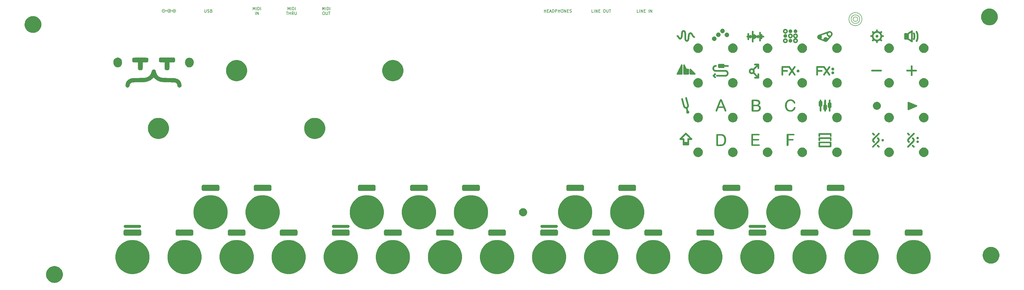
<source format=gbr>
%TF.GenerationSoftware,KiCad,Pcbnew,5.1.6*%
%TF.CreationDate,2020-11-05T19:36:39+01:00*%
%TF.ProjectId,OTTO_FrontPanel_SMD,4f54544f-5f46-4726-9f6e-7450616e656c,rev?*%
%TF.SameCoordinates,Original*%
%TF.FileFunction,Soldermask,Top*%
%TF.FilePolarity,Negative*%
%FSLAX46Y46*%
G04 Gerber Fmt 4.6, Leading zero omitted, Abs format (unit mm)*
G04 Created by KiCad (PCBNEW 5.1.6) date 2020-11-05 19:36:39*
%MOMM*%
%LPD*%
G01*
G04 APERTURE LIST*
%ADD10C,0.150000*%
%ADD11C,0.240000*%
%ADD12C,1.000000*%
%ADD13C,0.010000*%
G04 APERTURE END LIST*
D10*
X278341845Y-13800000D02*
G75*
G03*
X278341845Y-13800000I-2271845J0D01*
G01*
X277551062Y-13800000D02*
G75*
G03*
X277551062Y-13800000I-1481062J0D01*
G01*
X276873219Y-13800000D02*
G75*
G03*
X276873219Y-13800000I-803219J0D01*
G01*
X41171433Y-10942800D02*
G75*
G03*
X41171433Y-10942800I-540833J0D01*
G01*
X40380600Y-10942800D02*
X40880600Y-10942800D01*
X37535690Y-10942800D02*
G75*
G03*
X37535690Y-10942800I-555090J0D01*
G01*
X39405731Y-11192537D02*
G75*
G02*
X39405600Y-10692800I-500131J249737D01*
G01*
X38905600Y-10942800D02*
X40055600Y-10942800D01*
D11*
X39025600Y-10942800D02*
G75*
G03*
X39025600Y-10942800I-120000J0D01*
G01*
D10*
X38305600Y-10942800D02*
X37535690Y-10942800D01*
X36730600Y-10942800D02*
X37230600Y-10942800D01*
X40630600Y-10692800D02*
X40630600Y-11192800D01*
X79893076Y-10627380D02*
X79893076Y-9627380D01*
X80226409Y-10341666D01*
X80559742Y-9627380D01*
X80559742Y-10627380D01*
X81035933Y-10627380D02*
X81035933Y-9627380D01*
X81512123Y-10627380D02*
X81512123Y-9627380D01*
X81750219Y-9627380D01*
X81893076Y-9675000D01*
X81988314Y-9770238D01*
X82035933Y-9865476D01*
X82083552Y-10055952D01*
X82083552Y-10198809D01*
X82035933Y-10389285D01*
X81988314Y-10484523D01*
X81893076Y-10579761D01*
X81750219Y-10627380D01*
X81512123Y-10627380D01*
X82512123Y-10627380D02*
X82512123Y-9627380D01*
X79369266Y-11277380D02*
X79940695Y-11277380D01*
X79654980Y-12277380D02*
X79654980Y-11277380D01*
X80274028Y-12277380D02*
X80274028Y-11277380D01*
X80274028Y-11753571D02*
X80845457Y-11753571D01*
X80845457Y-12277380D02*
X80845457Y-11277380D01*
X81893076Y-12277380D02*
X81559742Y-11801190D01*
X81321647Y-12277380D02*
X81321647Y-11277380D01*
X81702600Y-11277380D01*
X81797838Y-11325000D01*
X81845457Y-11372619D01*
X81893076Y-11467857D01*
X81893076Y-11610714D01*
X81845457Y-11705952D01*
X81797838Y-11753571D01*
X81702600Y-11801190D01*
X81321647Y-11801190D01*
X82321647Y-11277380D02*
X82321647Y-12086904D01*
X82369266Y-12182142D01*
X82416885Y-12229761D01*
X82512123Y-12277380D01*
X82702600Y-12277380D01*
X82797838Y-12229761D01*
X82845457Y-12182142D01*
X82893076Y-12086904D01*
X82893076Y-11277380D01*
X91893076Y-10627380D02*
X91893076Y-9627380D01*
X92226409Y-10341666D01*
X92559742Y-9627380D01*
X92559742Y-10627380D01*
X93035933Y-10627380D02*
X93035933Y-9627380D01*
X93512123Y-10627380D02*
X93512123Y-9627380D01*
X93750219Y-9627380D01*
X93893076Y-9675000D01*
X93988314Y-9770238D01*
X94035933Y-9865476D01*
X94083552Y-10055952D01*
X94083552Y-10198809D01*
X94035933Y-10389285D01*
X93988314Y-10484523D01*
X93893076Y-10579761D01*
X93750219Y-10627380D01*
X93512123Y-10627380D01*
X94512123Y-10627380D02*
X94512123Y-9627380D01*
X92202600Y-11277380D02*
X92393076Y-11277380D01*
X92488314Y-11325000D01*
X92583552Y-11420238D01*
X92631171Y-11610714D01*
X92631171Y-11944047D01*
X92583552Y-12134523D01*
X92488314Y-12229761D01*
X92393076Y-12277380D01*
X92202600Y-12277380D01*
X92107361Y-12229761D01*
X92012123Y-12134523D01*
X91964504Y-11944047D01*
X91964504Y-11610714D01*
X92012123Y-11420238D01*
X92107361Y-11325000D01*
X92202600Y-11277380D01*
X93059742Y-11277380D02*
X93059742Y-12086904D01*
X93107361Y-12182142D01*
X93154980Y-12229761D01*
X93250219Y-12277380D01*
X93440695Y-12277380D01*
X93535933Y-12229761D01*
X93583552Y-12182142D01*
X93631171Y-12086904D01*
X93631171Y-11277380D01*
X93964504Y-11277380D02*
X94535933Y-11277380D01*
X94250219Y-12277380D02*
X94250219Y-11277380D01*
X201152380Y-11452380D02*
X200676190Y-11452380D01*
X200676190Y-10452380D01*
X201485714Y-11452380D02*
X201485714Y-10452380D01*
X201961904Y-11452380D02*
X201961904Y-10452380D01*
X202533333Y-11452380D01*
X202533333Y-10452380D01*
X203009523Y-10928571D02*
X203342857Y-10928571D01*
X203485714Y-11452380D02*
X203009523Y-11452380D01*
X203009523Y-10452380D01*
X203485714Y-10452380D01*
X204676190Y-11452380D02*
X204676190Y-10452380D01*
X205152380Y-11452380D02*
X205152380Y-10452380D01*
X205723809Y-11452380D01*
X205723809Y-10452380D01*
X185485714Y-11452380D02*
X185009523Y-11452380D01*
X185009523Y-10452380D01*
X185819047Y-11452380D02*
X185819047Y-10452380D01*
X186295238Y-11452380D02*
X186295238Y-10452380D01*
X186866666Y-11452380D01*
X186866666Y-10452380D01*
X187342857Y-10928571D02*
X187676190Y-10928571D01*
X187819047Y-11452380D02*
X187342857Y-11452380D01*
X187342857Y-10452380D01*
X187819047Y-10452380D01*
X189200000Y-10452380D02*
X189390476Y-10452380D01*
X189485714Y-10500000D01*
X189580952Y-10595238D01*
X189628571Y-10785714D01*
X189628571Y-11119047D01*
X189580952Y-11309523D01*
X189485714Y-11404761D01*
X189390476Y-11452380D01*
X189200000Y-11452380D01*
X189104761Y-11404761D01*
X189009523Y-11309523D01*
X188961904Y-11119047D01*
X188961904Y-10785714D01*
X189009523Y-10595238D01*
X189104761Y-10500000D01*
X189200000Y-10452380D01*
X190057142Y-10452380D02*
X190057142Y-11261904D01*
X190104761Y-11357142D01*
X190152380Y-11404761D01*
X190247619Y-11452380D01*
X190438095Y-11452380D01*
X190533333Y-11404761D01*
X190580952Y-11357142D01*
X190628571Y-11261904D01*
X190628571Y-10452380D01*
X190961904Y-10452380D02*
X191533333Y-10452380D01*
X191247619Y-11452380D02*
X191247619Y-10452380D01*
X168533333Y-11452380D02*
X168533333Y-10452380D01*
X168533333Y-10928571D02*
X169104761Y-10928571D01*
X169104761Y-11452380D02*
X169104761Y-10452380D01*
X169580952Y-10928571D02*
X169914285Y-10928571D01*
X170057142Y-11452380D02*
X169580952Y-11452380D01*
X169580952Y-10452380D01*
X170057142Y-10452380D01*
X170438095Y-11166666D02*
X170914285Y-11166666D01*
X170342857Y-11452380D02*
X170676190Y-10452380D01*
X171009523Y-11452380D01*
X171342857Y-11452380D02*
X171342857Y-10452380D01*
X171580952Y-10452380D01*
X171723809Y-10500000D01*
X171819047Y-10595238D01*
X171866666Y-10690476D01*
X171914285Y-10880952D01*
X171914285Y-11023809D01*
X171866666Y-11214285D01*
X171819047Y-11309523D01*
X171723809Y-11404761D01*
X171580952Y-11452380D01*
X171342857Y-11452380D01*
X172342857Y-11452380D02*
X172342857Y-10452380D01*
X172723809Y-10452380D01*
X172819047Y-10500000D01*
X172866666Y-10547619D01*
X172914285Y-10642857D01*
X172914285Y-10785714D01*
X172866666Y-10880952D01*
X172819047Y-10928571D01*
X172723809Y-10976190D01*
X172342857Y-10976190D01*
X173342857Y-11452380D02*
X173342857Y-10452380D01*
X173342857Y-10928571D02*
X173914285Y-10928571D01*
X173914285Y-11452380D02*
X173914285Y-10452380D01*
X174580952Y-10452380D02*
X174771428Y-10452380D01*
X174866666Y-10500000D01*
X174961904Y-10595238D01*
X175009523Y-10785714D01*
X175009523Y-11119047D01*
X174961904Y-11309523D01*
X174866666Y-11404761D01*
X174771428Y-11452380D01*
X174580952Y-11452380D01*
X174485714Y-11404761D01*
X174390476Y-11309523D01*
X174342857Y-11119047D01*
X174342857Y-10785714D01*
X174390476Y-10595238D01*
X174485714Y-10500000D01*
X174580952Y-10452380D01*
X175438095Y-11452380D02*
X175438095Y-10452380D01*
X176009523Y-11452380D01*
X176009523Y-10452380D01*
X176485714Y-10928571D02*
X176819047Y-10928571D01*
X176961904Y-11452380D02*
X176485714Y-11452380D01*
X176485714Y-10452380D01*
X176961904Y-10452380D01*
X177342857Y-11404761D02*
X177485714Y-11452380D01*
X177723809Y-11452380D01*
X177819047Y-11404761D01*
X177866666Y-11357142D01*
X177914285Y-11261904D01*
X177914285Y-11166666D01*
X177866666Y-11071428D01*
X177819047Y-11023809D01*
X177723809Y-10976190D01*
X177533333Y-10928571D01*
X177438095Y-10880952D01*
X177390476Y-10833333D01*
X177342857Y-10738095D01*
X177342857Y-10642857D01*
X177390476Y-10547619D01*
X177438095Y-10500000D01*
X177533333Y-10452380D01*
X177771428Y-10452380D01*
X177914285Y-10500000D01*
X67907847Y-10627380D02*
X67907847Y-9627380D01*
X68241180Y-10341666D01*
X68574513Y-9627380D01*
X68574513Y-10627380D01*
X69050704Y-10627380D02*
X69050704Y-9627380D01*
X69526894Y-10627380D02*
X69526894Y-9627380D01*
X69764990Y-9627380D01*
X69907847Y-9675000D01*
X70003085Y-9770238D01*
X70050704Y-9865476D01*
X70098323Y-10055952D01*
X70098323Y-10198809D01*
X70050704Y-10389285D01*
X70003085Y-10484523D01*
X69907847Y-10579761D01*
X69764990Y-10627380D01*
X69526894Y-10627380D01*
X70526894Y-10627380D02*
X70526894Y-9627380D01*
X68693561Y-12277380D02*
X68693561Y-11277380D01*
X69169751Y-12277380D02*
X69169751Y-11277380D01*
X69741180Y-12277380D01*
X69741180Y-11277380D01*
X51149695Y-10452380D02*
X51149695Y-11261904D01*
X51197314Y-11357142D01*
X51244933Y-11404761D01*
X51340171Y-11452380D01*
X51530647Y-11452380D01*
X51625885Y-11404761D01*
X51673504Y-11357142D01*
X51721123Y-11261904D01*
X51721123Y-10452380D01*
X52149695Y-11404761D02*
X52292552Y-11452380D01*
X52530647Y-11452380D01*
X52625885Y-11404761D01*
X52673504Y-11357142D01*
X52721123Y-11261904D01*
X52721123Y-11166666D01*
X52673504Y-11071428D01*
X52625885Y-11023809D01*
X52530647Y-10976190D01*
X52340171Y-10928571D01*
X52244933Y-10880952D01*
X52197314Y-10833333D01*
X52149695Y-10738095D01*
X52149695Y-10642857D01*
X52197314Y-10547619D01*
X52244933Y-10500000D01*
X52340171Y-10452380D01*
X52578266Y-10452380D01*
X52721123Y-10500000D01*
X53483028Y-10928571D02*
X53625885Y-10976190D01*
X53673504Y-11023809D01*
X53721123Y-11119047D01*
X53721123Y-11261904D01*
X53673504Y-11357142D01*
X53625885Y-11404761D01*
X53530647Y-11452380D01*
X53149695Y-11452380D01*
X53149695Y-10452380D01*
X53483028Y-10452380D01*
X53578266Y-10500000D01*
X53625885Y-10547619D01*
X53673504Y-10642857D01*
X53673504Y-10738095D01*
X53625885Y-10833333D01*
X53578266Y-10880952D01*
X53483028Y-10928571D01*
X53149695Y-10928571D01*
D12*
X23700000Y-85500000D02*
X28700000Y-85500000D01*
X239700000Y-85500000D02*
X244700000Y-85500000D01*
X167700000Y-85500000D02*
X172700000Y-85500000D01*
X95700000Y-85500000D02*
X100700000Y-85500000D01*
D13*
G36*
X283784783Y-54712939D02*
G01*
X283806828Y-54714523D01*
X283824772Y-54718183D01*
X283842916Y-54724750D01*
X283862318Y-54733530D01*
X283876264Y-54740544D01*
X283889708Y-54748567D01*
X283903964Y-54758745D01*
X283920349Y-54772224D01*
X283940179Y-54790149D01*
X283964769Y-54813667D01*
X283995436Y-54843923D01*
X284033495Y-54882064D01*
X284037373Y-54885968D01*
X284093160Y-54943251D01*
X284140216Y-54994308D01*
X284179722Y-55040853D01*
X284212859Y-55084603D01*
X284240811Y-55127274D01*
X284264758Y-55170582D01*
X284285882Y-55216244D01*
X284305365Y-55265974D01*
X284312097Y-55284893D01*
X284341269Y-55387726D01*
X284358258Y-55492702D01*
X284363196Y-55598852D01*
X284356215Y-55705209D01*
X284337448Y-55810802D01*
X284307027Y-55914662D01*
X284265085Y-56015821D01*
X284211754Y-56113309D01*
X284195380Y-56138934D01*
X284190155Y-56146520D01*
X284183742Y-56155107D01*
X284175777Y-56165070D01*
X284165893Y-56176782D01*
X284153725Y-56190618D01*
X284138908Y-56206951D01*
X284121074Y-56226155D01*
X284099859Y-56248603D01*
X284074896Y-56274670D01*
X284045820Y-56304730D01*
X284012265Y-56339155D01*
X283973865Y-56378320D01*
X283930254Y-56422599D01*
X283881067Y-56472365D01*
X283825937Y-56527992D01*
X283764499Y-56589854D01*
X283696387Y-56658325D01*
X283621235Y-56733779D01*
X283538677Y-56816589D01*
X283448348Y-56907128D01*
X283349881Y-57005772D01*
X283242912Y-57112893D01*
X283205609Y-57150242D01*
X283113598Y-57242314D01*
X283023777Y-57332098D01*
X282936573Y-57419171D01*
X282852414Y-57503111D01*
X282771726Y-57583494D01*
X282694937Y-57659897D01*
X282622474Y-57731898D01*
X282554763Y-57799072D01*
X282492232Y-57860998D01*
X282435308Y-57917253D01*
X282384418Y-57967412D01*
X282339989Y-58011054D01*
X282302448Y-58047756D01*
X282272222Y-58077093D01*
X282249739Y-58098644D01*
X282235425Y-58111985D01*
X282229960Y-58116578D01*
X282181199Y-58138251D01*
X282127961Y-58149528D01*
X282073564Y-58150041D01*
X282022494Y-58139793D01*
X281984218Y-58124934D01*
X281952596Y-58105870D01*
X281922494Y-58079321D01*
X281913826Y-58070299D01*
X281878261Y-58023835D01*
X281854771Y-57973761D01*
X281843473Y-57920738D01*
X281844478Y-57865429D01*
X281857900Y-57808496D01*
X281865469Y-57788512D01*
X281867786Y-57783917D01*
X281871611Y-57777993D01*
X281877296Y-57770377D01*
X281885199Y-57760706D01*
X281895673Y-57748617D01*
X281909076Y-57733746D01*
X281925761Y-57715730D01*
X281946085Y-57694205D01*
X281970402Y-57668809D01*
X281999068Y-57639177D01*
X282032439Y-57604947D01*
X282070869Y-57565756D01*
X282114714Y-57521239D01*
X282164330Y-57471034D01*
X282220071Y-57414778D01*
X282282293Y-57352106D01*
X282351352Y-57282657D01*
X282427603Y-57206065D01*
X282511401Y-57121969D01*
X282603101Y-57030005D01*
X282703059Y-56929809D01*
X282811631Y-56821018D01*
X282817666Y-56814972D01*
X282927501Y-56704942D01*
X283028741Y-56603529D01*
X283121746Y-56510347D01*
X283206880Y-56425006D01*
X283284504Y-56347117D01*
X283354982Y-56276293D01*
X283418674Y-56212145D01*
X283475943Y-56154285D01*
X283527153Y-56102324D01*
X283572664Y-56055874D01*
X283612840Y-56014546D01*
X283648042Y-55977953D01*
X283678633Y-55945705D01*
X283704975Y-55917415D01*
X283727431Y-55892694D01*
X283746362Y-55871153D01*
X283762132Y-55852405D01*
X283775101Y-55836060D01*
X283785633Y-55821731D01*
X283794090Y-55809029D01*
X283800834Y-55797566D01*
X283806228Y-55786953D01*
X283810633Y-55776802D01*
X283814412Y-55766724D01*
X283817928Y-55756332D01*
X283821542Y-55745236D01*
X283824880Y-55735202D01*
X283836239Y-55691308D01*
X283843474Y-55641029D01*
X283846366Y-55588733D01*
X283844698Y-55538794D01*
X283838254Y-55495581D01*
X283837049Y-55490666D01*
X283829070Y-55461945D01*
X283820479Y-55436837D01*
X283810156Y-55413723D01*
X283796980Y-55390984D01*
X283779829Y-55367004D01*
X283757584Y-55340163D01*
X283729123Y-55308843D01*
X283693325Y-55271426D01*
X283665478Y-55242954D01*
X283622357Y-55198667D01*
X283587549Y-55161652D01*
X283560130Y-55130459D01*
X283539177Y-55103638D01*
X283523766Y-55079738D01*
X283512975Y-55057311D01*
X283505880Y-55034905D01*
X283501557Y-55011072D01*
X283499084Y-54984360D01*
X283498895Y-54981344D01*
X283501148Y-54923247D01*
X283514960Y-54870095D01*
X283539926Y-54822557D01*
X283575644Y-54781300D01*
X283621709Y-54746994D01*
X283649239Y-54732303D01*
X283669941Y-54723043D01*
X283687386Y-54717233D01*
X283705783Y-54714083D01*
X283729342Y-54712803D01*
X283754341Y-54712596D01*
X283784783Y-54712939D01*
G37*
X283784783Y-54712939D02*
X283806828Y-54714523D01*
X283824772Y-54718183D01*
X283842916Y-54724750D01*
X283862318Y-54733530D01*
X283876264Y-54740544D01*
X283889708Y-54748567D01*
X283903964Y-54758745D01*
X283920349Y-54772224D01*
X283940179Y-54790149D01*
X283964769Y-54813667D01*
X283995436Y-54843923D01*
X284033495Y-54882064D01*
X284037373Y-54885968D01*
X284093160Y-54943251D01*
X284140216Y-54994308D01*
X284179722Y-55040853D01*
X284212859Y-55084603D01*
X284240811Y-55127274D01*
X284264758Y-55170582D01*
X284285882Y-55216244D01*
X284305365Y-55265974D01*
X284312097Y-55284893D01*
X284341269Y-55387726D01*
X284358258Y-55492702D01*
X284363196Y-55598852D01*
X284356215Y-55705209D01*
X284337448Y-55810802D01*
X284307027Y-55914662D01*
X284265085Y-56015821D01*
X284211754Y-56113309D01*
X284195380Y-56138934D01*
X284190155Y-56146520D01*
X284183742Y-56155107D01*
X284175777Y-56165070D01*
X284165893Y-56176782D01*
X284153725Y-56190618D01*
X284138908Y-56206951D01*
X284121074Y-56226155D01*
X284099859Y-56248603D01*
X284074896Y-56274670D01*
X284045820Y-56304730D01*
X284012265Y-56339155D01*
X283973865Y-56378320D01*
X283930254Y-56422599D01*
X283881067Y-56472365D01*
X283825937Y-56527992D01*
X283764499Y-56589854D01*
X283696387Y-56658325D01*
X283621235Y-56733779D01*
X283538677Y-56816589D01*
X283448348Y-56907128D01*
X283349881Y-57005772D01*
X283242912Y-57112893D01*
X283205609Y-57150242D01*
X283113598Y-57242314D01*
X283023777Y-57332098D01*
X282936573Y-57419171D01*
X282852414Y-57503111D01*
X282771726Y-57583494D01*
X282694937Y-57659897D01*
X282622474Y-57731898D01*
X282554763Y-57799072D01*
X282492232Y-57860998D01*
X282435308Y-57917253D01*
X282384418Y-57967412D01*
X282339989Y-58011054D01*
X282302448Y-58047756D01*
X282272222Y-58077093D01*
X282249739Y-58098644D01*
X282235425Y-58111985D01*
X282229960Y-58116578D01*
X282181199Y-58138251D01*
X282127961Y-58149528D01*
X282073564Y-58150041D01*
X282022494Y-58139793D01*
X281984218Y-58124934D01*
X281952596Y-58105870D01*
X281922494Y-58079321D01*
X281913826Y-58070299D01*
X281878261Y-58023835D01*
X281854771Y-57973761D01*
X281843473Y-57920738D01*
X281844478Y-57865429D01*
X281857900Y-57808496D01*
X281865469Y-57788512D01*
X281867786Y-57783917D01*
X281871611Y-57777993D01*
X281877296Y-57770377D01*
X281885199Y-57760706D01*
X281895673Y-57748617D01*
X281909076Y-57733746D01*
X281925761Y-57715730D01*
X281946085Y-57694205D01*
X281970402Y-57668809D01*
X281999068Y-57639177D01*
X282032439Y-57604947D01*
X282070869Y-57565756D01*
X282114714Y-57521239D01*
X282164330Y-57471034D01*
X282220071Y-57414778D01*
X282282293Y-57352106D01*
X282351352Y-57282657D01*
X282427603Y-57206065D01*
X282511401Y-57121969D01*
X282603101Y-57030005D01*
X282703059Y-56929809D01*
X282811631Y-56821018D01*
X282817666Y-56814972D01*
X282927501Y-56704942D01*
X283028741Y-56603529D01*
X283121746Y-56510347D01*
X283206880Y-56425006D01*
X283284504Y-56347117D01*
X283354982Y-56276293D01*
X283418674Y-56212145D01*
X283475943Y-56154285D01*
X283527153Y-56102324D01*
X283572664Y-56055874D01*
X283612840Y-56014546D01*
X283648042Y-55977953D01*
X283678633Y-55945705D01*
X283704975Y-55917415D01*
X283727431Y-55892694D01*
X283746362Y-55871153D01*
X283762132Y-55852405D01*
X283775101Y-55836060D01*
X283785633Y-55821731D01*
X283794090Y-55809029D01*
X283800834Y-55797566D01*
X283806228Y-55786953D01*
X283810633Y-55776802D01*
X283814412Y-55766724D01*
X283817928Y-55756332D01*
X283821542Y-55745236D01*
X283824880Y-55735202D01*
X283836239Y-55691308D01*
X283843474Y-55641029D01*
X283846366Y-55588733D01*
X283844698Y-55538794D01*
X283838254Y-55495581D01*
X283837049Y-55490666D01*
X283829070Y-55461945D01*
X283820479Y-55436837D01*
X283810156Y-55413723D01*
X283796980Y-55390984D01*
X283779829Y-55367004D01*
X283757584Y-55340163D01*
X283729123Y-55308843D01*
X283693325Y-55271426D01*
X283665478Y-55242954D01*
X283622357Y-55198667D01*
X283587549Y-55161652D01*
X283560130Y-55130459D01*
X283539177Y-55103638D01*
X283523766Y-55079738D01*
X283512975Y-55057311D01*
X283505880Y-55034905D01*
X283501557Y-55011072D01*
X283499084Y-54984360D01*
X283498895Y-54981344D01*
X283501148Y-54923247D01*
X283514960Y-54870095D01*
X283539926Y-54822557D01*
X283575644Y-54781300D01*
X283621709Y-54746994D01*
X283649239Y-54732303D01*
X283669941Y-54723043D01*
X283687386Y-54717233D01*
X283705783Y-54714083D01*
X283729342Y-54712803D01*
X283754341Y-54712596D01*
X283784783Y-54712939D01*
G36*
X283782471Y-57268082D02*
G01*
X283830441Y-57284936D01*
X283850608Y-57295685D01*
X283863782Y-57305569D01*
X283885133Y-57324071D01*
X283914065Y-57350627D01*
X283949982Y-57384668D01*
X283992285Y-57425631D01*
X284040379Y-57472947D01*
X284093665Y-57526051D01*
X284096826Y-57529221D01*
X284146590Y-57579193D01*
X284188167Y-57621143D01*
X284222392Y-57655989D01*
X284250098Y-57684652D01*
X284272119Y-57708051D01*
X284289291Y-57727108D01*
X284302448Y-57742742D01*
X284312423Y-57755873D01*
X284320051Y-57767422D01*
X284326166Y-57778308D01*
X284330344Y-57786765D01*
X284340153Y-57808496D01*
X284346334Y-57826254D01*
X284349715Y-57844300D01*
X284351124Y-57866897D01*
X284351390Y-57895071D01*
X284351116Y-57925029D01*
X284349688Y-57946562D01*
X284346199Y-57963947D01*
X284339742Y-57981462D01*
X284329411Y-58003381D01*
X284327669Y-58006913D01*
X284296919Y-58056091D01*
X284258476Y-58095539D01*
X284213201Y-58124693D01*
X284161954Y-58142987D01*
X284110318Y-58149737D01*
X284082456Y-58149801D01*
X284056303Y-58148401D01*
X284037023Y-58145832D01*
X284035373Y-58145448D01*
X284019848Y-58141199D01*
X284005282Y-58136127D01*
X283990757Y-58129463D01*
X283975357Y-58120440D01*
X283958165Y-58108293D01*
X283938264Y-58092253D01*
X283914737Y-58071554D01*
X283886668Y-58045428D01*
X283853139Y-58013110D01*
X283813234Y-57973831D01*
X283766036Y-57926825D01*
X283725395Y-57886134D01*
X283673295Y-57833786D01*
X283629512Y-57789505D01*
X283593286Y-57752469D01*
X283563859Y-57721858D01*
X283540472Y-57696849D01*
X283522364Y-57676622D01*
X283508777Y-57660355D01*
X283498951Y-57647227D01*
X283492127Y-57636418D01*
X283489074Y-57630526D01*
X283470200Y-57577093D01*
X283463095Y-57523445D01*
X283467002Y-57471021D01*
X283481169Y-57421257D01*
X283504841Y-57375589D01*
X283537265Y-57335456D01*
X283577686Y-57302294D01*
X283625349Y-57277540D01*
X283679502Y-57262630D01*
X283682369Y-57262169D01*
X283731517Y-57260175D01*
X283782471Y-57268082D01*
G37*
X283782471Y-57268082D02*
X283830441Y-57284936D01*
X283850608Y-57295685D01*
X283863782Y-57305569D01*
X283885133Y-57324071D01*
X283914065Y-57350627D01*
X283949982Y-57384668D01*
X283992285Y-57425631D01*
X284040379Y-57472947D01*
X284093665Y-57526051D01*
X284096826Y-57529221D01*
X284146590Y-57579193D01*
X284188167Y-57621143D01*
X284222392Y-57655989D01*
X284250098Y-57684652D01*
X284272119Y-57708051D01*
X284289291Y-57727108D01*
X284302448Y-57742742D01*
X284312423Y-57755873D01*
X284320051Y-57767422D01*
X284326166Y-57778308D01*
X284330344Y-57786765D01*
X284340153Y-57808496D01*
X284346334Y-57826254D01*
X284349715Y-57844300D01*
X284351124Y-57866897D01*
X284351390Y-57895071D01*
X284351116Y-57925029D01*
X284349688Y-57946562D01*
X284346199Y-57963947D01*
X284339742Y-57981462D01*
X284329411Y-58003381D01*
X284327669Y-58006913D01*
X284296919Y-58056091D01*
X284258476Y-58095539D01*
X284213201Y-58124693D01*
X284161954Y-58142987D01*
X284110318Y-58149737D01*
X284082456Y-58149801D01*
X284056303Y-58148401D01*
X284037023Y-58145832D01*
X284035373Y-58145448D01*
X284019848Y-58141199D01*
X284005282Y-58136127D01*
X283990757Y-58129463D01*
X283975357Y-58120440D01*
X283958165Y-58108293D01*
X283938264Y-58092253D01*
X283914737Y-58071554D01*
X283886668Y-58045428D01*
X283853139Y-58013110D01*
X283813234Y-57973831D01*
X283766036Y-57926825D01*
X283725395Y-57886134D01*
X283673295Y-57833786D01*
X283629512Y-57789505D01*
X283593286Y-57752469D01*
X283563859Y-57721858D01*
X283540472Y-57696849D01*
X283522364Y-57676622D01*
X283508777Y-57660355D01*
X283498951Y-57647227D01*
X283492127Y-57636418D01*
X283489074Y-57630526D01*
X283470200Y-57577093D01*
X283463095Y-57523445D01*
X283467002Y-57471021D01*
X283481169Y-57421257D01*
X283504841Y-57375589D01*
X283537265Y-57335456D01*
X283577686Y-57302294D01*
X283625349Y-57277540D01*
X283679502Y-57262630D01*
X283682369Y-57262169D01*
X283731517Y-57260175D01*
X283782471Y-57268082D01*
G36*
X295887903Y-54713750D02*
G01*
X295917181Y-54717479D01*
X295944006Y-54725030D01*
X295970297Y-54737424D01*
X295997973Y-54755685D01*
X296028956Y-54780834D01*
X296065165Y-54813895D01*
X296091360Y-54839086D01*
X296149520Y-54896703D01*
X296198926Y-54947982D01*
X296240800Y-54994446D01*
X296276364Y-55037621D01*
X296306842Y-55079032D01*
X296333455Y-55120203D01*
X296357427Y-55162659D01*
X296369160Y-55185560D01*
X296409199Y-55280294D01*
X296437959Y-55380259D01*
X296455201Y-55484401D01*
X296460692Y-55587343D01*
X296455690Y-55693274D01*
X296440326Y-55793524D01*
X296414067Y-55890461D01*
X296376380Y-55986452D01*
X296365461Y-56009850D01*
X296357452Y-56026678D01*
X296350155Y-56042112D01*
X296343200Y-56056550D01*
X296336216Y-56070388D01*
X296328835Y-56084026D01*
X296320684Y-56097862D01*
X296311395Y-56112294D01*
X296300597Y-56127719D01*
X296287920Y-56144536D01*
X296272993Y-56163144D01*
X296255447Y-56183940D01*
X296234912Y-56207322D01*
X296211016Y-56233688D01*
X296183390Y-56263437D01*
X296151664Y-56296966D01*
X296115467Y-56334675D01*
X296074430Y-56376960D01*
X296028182Y-56424220D01*
X295976352Y-56476853D01*
X295918572Y-56535258D01*
X295854470Y-56599832D01*
X295783676Y-56670973D01*
X295705821Y-56749080D01*
X295620533Y-56834550D01*
X295527443Y-56927783D01*
X295426181Y-57029175D01*
X295316377Y-57139125D01*
X295302032Y-57153491D01*
X295193341Y-57262333D01*
X295093247Y-57362548D01*
X295001376Y-57454500D01*
X294917353Y-57538555D01*
X294840805Y-57615079D01*
X294771358Y-57684438D01*
X294708636Y-57746998D01*
X294652268Y-57803125D01*
X294601877Y-57853183D01*
X294557091Y-57897540D01*
X294517535Y-57936561D01*
X294482834Y-57970611D01*
X294452616Y-58000057D01*
X294426506Y-58025264D01*
X294404130Y-58046599D01*
X294385113Y-58064426D01*
X294369082Y-58079112D01*
X294355662Y-58091022D01*
X294344481Y-58100523D01*
X294335162Y-58107980D01*
X294327333Y-58113759D01*
X294320619Y-58118226D01*
X294314647Y-58121746D01*
X294309041Y-58124685D01*
X294308701Y-58124855D01*
X294282048Y-58137229D01*
X294260142Y-58144500D01*
X294236959Y-58148187D01*
X294210252Y-58149689D01*
X294182224Y-58149783D01*
X294155939Y-58148432D01*
X294136470Y-58145921D01*
X294134398Y-58145448D01*
X294090034Y-58128799D01*
X294046866Y-58102384D01*
X294016352Y-58076178D01*
X293981565Y-58032981D01*
X293957227Y-57984495D01*
X293943646Y-57932651D01*
X293941132Y-57879380D01*
X293949992Y-57826613D01*
X293968904Y-57779316D01*
X293972805Y-57773484D01*
X293980222Y-57764282D01*
X293991464Y-57751396D01*
X294006842Y-57734509D01*
X294026664Y-57713308D01*
X294051239Y-57687478D01*
X294080878Y-57656703D01*
X294115888Y-57620670D01*
X294156580Y-57579062D01*
X294203262Y-57531566D01*
X294256245Y-57477866D01*
X294315836Y-57417647D01*
X294382346Y-57350596D01*
X294456084Y-57276396D01*
X294537359Y-57194733D01*
X294626480Y-57105292D01*
X294723757Y-57007759D01*
X294829499Y-56901818D01*
X294914619Y-56816583D01*
X295005575Y-56725474D01*
X295094294Y-56636514D01*
X295180345Y-56550137D01*
X295263297Y-56466780D01*
X295342718Y-56386880D01*
X295418177Y-56310872D01*
X295489243Y-56239194D01*
X295555485Y-56172280D01*
X295616471Y-56110568D01*
X295671770Y-56054494D01*
X295720951Y-56004494D01*
X295763582Y-55961004D01*
X295799232Y-55924461D01*
X295827470Y-55895301D01*
X295847864Y-55873960D01*
X295859984Y-55860875D01*
X295863228Y-55856991D01*
X295900655Y-55791349D01*
X295926967Y-55722328D01*
X295942057Y-55651369D01*
X295945820Y-55579915D01*
X295938149Y-55509407D01*
X295918938Y-55441287D01*
X295897373Y-55393533D01*
X295885665Y-55376074D01*
X295864963Y-55350612D01*
X295835709Y-55317647D01*
X295798347Y-55277682D01*
X295761715Y-55239778D01*
X295729379Y-55206400D01*
X295699416Y-55174847D01*
X295673171Y-55146587D01*
X295651992Y-55123088D01*
X295637226Y-55105817D01*
X295630566Y-55096867D01*
X295609292Y-55048798D01*
X295598218Y-54996211D01*
X295597465Y-54942169D01*
X295607151Y-54889729D01*
X295621138Y-54853693D01*
X295646170Y-54813886D01*
X295679284Y-54777328D01*
X295717133Y-54747199D01*
X295753859Y-54727650D01*
X295775535Y-54720201D01*
X295797556Y-54715669D01*
X295824221Y-54713417D01*
X295854249Y-54712820D01*
X295887903Y-54713750D01*
G37*
X295887903Y-54713750D02*
X295917181Y-54717479D01*
X295944006Y-54725030D01*
X295970297Y-54737424D01*
X295997973Y-54755685D01*
X296028956Y-54780834D01*
X296065165Y-54813895D01*
X296091360Y-54839086D01*
X296149520Y-54896703D01*
X296198926Y-54947982D01*
X296240800Y-54994446D01*
X296276364Y-55037621D01*
X296306842Y-55079032D01*
X296333455Y-55120203D01*
X296357427Y-55162659D01*
X296369160Y-55185560D01*
X296409199Y-55280294D01*
X296437959Y-55380259D01*
X296455201Y-55484401D01*
X296460692Y-55587343D01*
X296455690Y-55693274D01*
X296440326Y-55793524D01*
X296414067Y-55890461D01*
X296376380Y-55986452D01*
X296365461Y-56009850D01*
X296357452Y-56026678D01*
X296350155Y-56042112D01*
X296343200Y-56056550D01*
X296336216Y-56070388D01*
X296328835Y-56084026D01*
X296320684Y-56097862D01*
X296311395Y-56112294D01*
X296300597Y-56127719D01*
X296287920Y-56144536D01*
X296272993Y-56163144D01*
X296255447Y-56183940D01*
X296234912Y-56207322D01*
X296211016Y-56233688D01*
X296183390Y-56263437D01*
X296151664Y-56296966D01*
X296115467Y-56334675D01*
X296074430Y-56376960D01*
X296028182Y-56424220D01*
X295976352Y-56476853D01*
X295918572Y-56535258D01*
X295854470Y-56599832D01*
X295783676Y-56670973D01*
X295705821Y-56749080D01*
X295620533Y-56834550D01*
X295527443Y-56927783D01*
X295426181Y-57029175D01*
X295316377Y-57139125D01*
X295302032Y-57153491D01*
X295193341Y-57262333D01*
X295093247Y-57362548D01*
X295001376Y-57454500D01*
X294917353Y-57538555D01*
X294840805Y-57615079D01*
X294771358Y-57684438D01*
X294708636Y-57746998D01*
X294652268Y-57803125D01*
X294601877Y-57853183D01*
X294557091Y-57897540D01*
X294517535Y-57936561D01*
X294482834Y-57970611D01*
X294452616Y-58000057D01*
X294426506Y-58025264D01*
X294404130Y-58046599D01*
X294385113Y-58064426D01*
X294369082Y-58079112D01*
X294355662Y-58091022D01*
X294344481Y-58100523D01*
X294335162Y-58107980D01*
X294327333Y-58113759D01*
X294320619Y-58118226D01*
X294314647Y-58121746D01*
X294309041Y-58124685D01*
X294308701Y-58124855D01*
X294282048Y-58137229D01*
X294260142Y-58144500D01*
X294236959Y-58148187D01*
X294210252Y-58149689D01*
X294182224Y-58149783D01*
X294155939Y-58148432D01*
X294136470Y-58145921D01*
X294134398Y-58145448D01*
X294090034Y-58128799D01*
X294046866Y-58102384D01*
X294016352Y-58076178D01*
X293981565Y-58032981D01*
X293957227Y-57984495D01*
X293943646Y-57932651D01*
X293941132Y-57879380D01*
X293949992Y-57826613D01*
X293968904Y-57779316D01*
X293972805Y-57773484D01*
X293980222Y-57764282D01*
X293991464Y-57751396D01*
X294006842Y-57734509D01*
X294026664Y-57713308D01*
X294051239Y-57687478D01*
X294080878Y-57656703D01*
X294115888Y-57620670D01*
X294156580Y-57579062D01*
X294203262Y-57531566D01*
X294256245Y-57477866D01*
X294315836Y-57417647D01*
X294382346Y-57350596D01*
X294456084Y-57276396D01*
X294537359Y-57194733D01*
X294626480Y-57105292D01*
X294723757Y-57007759D01*
X294829499Y-56901818D01*
X294914619Y-56816583D01*
X295005575Y-56725474D01*
X295094294Y-56636514D01*
X295180345Y-56550137D01*
X295263297Y-56466780D01*
X295342718Y-56386880D01*
X295418177Y-56310872D01*
X295489243Y-56239194D01*
X295555485Y-56172280D01*
X295616471Y-56110568D01*
X295671770Y-56054494D01*
X295720951Y-56004494D01*
X295763582Y-55961004D01*
X295799232Y-55924461D01*
X295827470Y-55895301D01*
X295847864Y-55873960D01*
X295859984Y-55860875D01*
X295863228Y-55856991D01*
X295900655Y-55791349D01*
X295926967Y-55722328D01*
X295942057Y-55651369D01*
X295945820Y-55579915D01*
X295938149Y-55509407D01*
X295918938Y-55441287D01*
X295897373Y-55393533D01*
X295885665Y-55376074D01*
X295864963Y-55350612D01*
X295835709Y-55317647D01*
X295798347Y-55277682D01*
X295761715Y-55239778D01*
X295729379Y-55206400D01*
X295699416Y-55174847D01*
X295673171Y-55146587D01*
X295651992Y-55123088D01*
X295637226Y-55105817D01*
X295630566Y-55096867D01*
X295609292Y-55048798D01*
X295598218Y-54996211D01*
X295597465Y-54942169D01*
X295607151Y-54889729D01*
X295621138Y-54853693D01*
X295646170Y-54813886D01*
X295679284Y-54777328D01*
X295717133Y-54747199D01*
X295753859Y-54727650D01*
X295775535Y-54720201D01*
X295797556Y-54715669D01*
X295824221Y-54713417D01*
X295854249Y-54712820D01*
X295887903Y-54713750D01*
G36*
X295859244Y-57263113D02*
G01*
X295878410Y-57266855D01*
X295895667Y-57271185D01*
X295912029Y-57276887D01*
X295928511Y-57284743D01*
X295946126Y-57295536D01*
X295965888Y-57310051D01*
X295988810Y-57329071D01*
X296015908Y-57353378D01*
X296048194Y-57383756D01*
X296086682Y-57420988D01*
X296132387Y-57465859D01*
X296170947Y-57503944D01*
X296214100Y-57546834D01*
X296255367Y-57588266D01*
X296293665Y-57627122D01*
X296327910Y-57662283D01*
X296357018Y-57692631D01*
X296379905Y-57717049D01*
X296395486Y-57734420D01*
X296401124Y-57741322D01*
X296429972Y-57789819D01*
X296447245Y-57840955D01*
X296453347Y-57893134D01*
X296448680Y-57944761D01*
X296433647Y-57994237D01*
X296408651Y-58039969D01*
X296374093Y-58080359D01*
X296330377Y-58113812D01*
X296303542Y-58128226D01*
X296260305Y-58143234D01*
X296213171Y-58150766D01*
X296166468Y-58150522D01*
X296124529Y-58142200D01*
X296120800Y-58140925D01*
X296095172Y-58130342D01*
X296068736Y-58117320D01*
X296060460Y-58112663D01*
X296050248Y-58104786D01*
X296032149Y-58088828D01*
X296007181Y-58065762D01*
X295976364Y-58036564D01*
X295940719Y-58002207D01*
X295901264Y-57963668D01*
X295859020Y-57921920D01*
X295817955Y-57880899D01*
X295765542Y-57828200D01*
X295721367Y-57783486D01*
X295684665Y-57745780D01*
X295654674Y-57714103D01*
X295630628Y-57687478D01*
X295611764Y-57664925D01*
X295597319Y-57645468D01*
X295586528Y-57628127D01*
X295578627Y-57611925D01*
X295572854Y-57595884D01*
X295568443Y-57579026D01*
X295564632Y-57560372D01*
X295563679Y-57555289D01*
X295560062Y-57503360D01*
X295567856Y-57453257D01*
X295585782Y-57406246D01*
X295612559Y-57363592D01*
X295646907Y-57326561D01*
X295687548Y-57296416D01*
X295733201Y-57274424D01*
X295782586Y-57261849D01*
X295834424Y-57259957D01*
X295859244Y-57263113D01*
G37*
X295859244Y-57263113D02*
X295878410Y-57266855D01*
X295895667Y-57271185D01*
X295912029Y-57276887D01*
X295928511Y-57284743D01*
X295946126Y-57295536D01*
X295965888Y-57310051D01*
X295988810Y-57329071D01*
X296015908Y-57353378D01*
X296048194Y-57383756D01*
X296086682Y-57420988D01*
X296132387Y-57465859D01*
X296170947Y-57503944D01*
X296214100Y-57546834D01*
X296255367Y-57588266D01*
X296293665Y-57627122D01*
X296327910Y-57662283D01*
X296357018Y-57692631D01*
X296379905Y-57717049D01*
X296395486Y-57734420D01*
X296401124Y-57741322D01*
X296429972Y-57789819D01*
X296447245Y-57840955D01*
X296453347Y-57893134D01*
X296448680Y-57944761D01*
X296433647Y-57994237D01*
X296408651Y-58039969D01*
X296374093Y-58080359D01*
X296330377Y-58113812D01*
X296303542Y-58128226D01*
X296260305Y-58143234D01*
X296213171Y-58150766D01*
X296166468Y-58150522D01*
X296124529Y-58142200D01*
X296120800Y-58140925D01*
X296095172Y-58130342D01*
X296068736Y-58117320D01*
X296060460Y-58112663D01*
X296050248Y-58104786D01*
X296032149Y-58088828D01*
X296007181Y-58065762D01*
X295976364Y-58036564D01*
X295940719Y-58002207D01*
X295901264Y-57963668D01*
X295859020Y-57921920D01*
X295817955Y-57880899D01*
X295765542Y-57828200D01*
X295721367Y-57783486D01*
X295684665Y-57745780D01*
X295654674Y-57714103D01*
X295630628Y-57687478D01*
X295611764Y-57664925D01*
X295597319Y-57645468D01*
X295586528Y-57628127D01*
X295578627Y-57611925D01*
X295572854Y-57595884D01*
X295568443Y-57579026D01*
X295564632Y-57560372D01*
X295563679Y-57555289D01*
X295560062Y-57503360D01*
X295567856Y-57453257D01*
X295585782Y-57406246D01*
X295612559Y-57363592D01*
X295646907Y-57326561D01*
X295687548Y-57296416D01*
X295733201Y-57274424D01*
X295782586Y-57261849D01*
X295834424Y-57259957D01*
X295859244Y-57263113D01*
G36*
X265496266Y-56170354D02*
G01*
X265686713Y-56170368D01*
X265864856Y-56170395D01*
X266031093Y-56170438D01*
X266185825Y-56170498D01*
X266329451Y-56170578D01*
X266462369Y-56170679D01*
X266584979Y-56170803D01*
X266697680Y-56170952D01*
X266800870Y-56171127D01*
X266894951Y-56171331D01*
X266980319Y-56171565D01*
X267057375Y-56171830D01*
X267126518Y-56172130D01*
X267188146Y-56172465D01*
X267242660Y-56172837D01*
X267290458Y-56173249D01*
X267331939Y-56173701D01*
X267367503Y-56174197D01*
X267397548Y-56174737D01*
X267422474Y-56175323D01*
X267442680Y-56175957D01*
X267458565Y-56176641D01*
X267470529Y-56177377D01*
X267478969Y-56178167D01*
X267484287Y-56179012D01*
X267485501Y-56179326D01*
X267540488Y-56202304D01*
X267587939Y-56235036D01*
X267626965Y-56276457D01*
X267656681Y-56325498D01*
X267676200Y-56381092D01*
X267682582Y-56416604D01*
X267683440Y-56430282D01*
X267684214Y-56455880D01*
X267684901Y-56492618D01*
X267685495Y-56539713D01*
X267685992Y-56596385D01*
X267686389Y-56661850D01*
X267686680Y-56735328D01*
X267686861Y-56816037D01*
X267686928Y-56903195D01*
X267686876Y-56996021D01*
X267686701Y-57093731D01*
X267686600Y-57132551D01*
X267684711Y-57799468D01*
X267670855Y-57835882D01*
X267643440Y-57890923D01*
X267606475Y-57938127D01*
X267560958Y-57976514D01*
X267507883Y-58005106D01*
X267493364Y-58010674D01*
X267489872Y-58011724D01*
X267485239Y-58012706D01*
X267479043Y-58013621D01*
X267470859Y-58014474D01*
X267460264Y-58015265D01*
X267446835Y-58015998D01*
X267430149Y-58016675D01*
X267409780Y-58017299D01*
X267385308Y-58017872D01*
X267356307Y-58018398D01*
X267322354Y-58018877D01*
X267283026Y-58019313D01*
X267237900Y-58019709D01*
X267186552Y-58020067D01*
X267128558Y-58020389D01*
X267063495Y-58020679D01*
X266990940Y-58020938D01*
X266910469Y-58021170D01*
X266821659Y-58021376D01*
X266724085Y-58021559D01*
X266617326Y-58021722D01*
X266500957Y-58021868D01*
X266374554Y-58021998D01*
X266237695Y-58022116D01*
X266089956Y-58022224D01*
X265930913Y-58022325D01*
X265760143Y-58022421D01*
X265577222Y-58022514D01*
X265518932Y-58022542D01*
X265360994Y-58022601D01*
X265206308Y-58022622D01*
X265055366Y-58022609D01*
X264908660Y-58022561D01*
X264766681Y-58022479D01*
X264629921Y-58022366D01*
X264498873Y-58022222D01*
X264374027Y-58022048D01*
X264255876Y-58021846D01*
X264144911Y-58021616D01*
X264041625Y-58021359D01*
X263946509Y-58021078D01*
X263860054Y-58020772D01*
X263782754Y-58020444D01*
X263715098Y-58020094D01*
X263657580Y-58019723D01*
X263610691Y-58019332D01*
X263574923Y-58018923D01*
X263550767Y-58018497D01*
X263538716Y-58018055D01*
X263537745Y-58017957D01*
X263484790Y-58004082D01*
X263435742Y-57979495D01*
X263392290Y-57945798D01*
X263356121Y-57904594D01*
X263328921Y-57857486D01*
X263312379Y-57806078D01*
X263311851Y-57803365D01*
X263310752Y-57791113D01*
X263309752Y-57767244D01*
X263308851Y-57732788D01*
X263308048Y-57688777D01*
X263307344Y-57636242D01*
X263306737Y-57576214D01*
X263306227Y-57509726D01*
X263305813Y-57437807D01*
X263305495Y-57361491D01*
X263305273Y-57281807D01*
X263305145Y-57199787D01*
X263305112Y-57116463D01*
X263305173Y-57032866D01*
X263305328Y-56950027D01*
X263305575Y-56868978D01*
X263305914Y-56790750D01*
X263306345Y-56716374D01*
X263306774Y-56659358D01*
X263794476Y-56659358D01*
X263794476Y-57535877D01*
X267198927Y-57535877D01*
X267198927Y-56659358D01*
X263794476Y-56659358D01*
X263306774Y-56659358D01*
X263306868Y-56646882D01*
X263307482Y-56583305D01*
X263308185Y-56526674D01*
X263308979Y-56478021D01*
X263309862Y-56438377D01*
X263310834Y-56408773D01*
X263311894Y-56390242D01*
X263312551Y-56384964D01*
X263330396Y-56330458D01*
X263358933Y-56281593D01*
X263396894Y-56239725D01*
X263443013Y-56206209D01*
X263496023Y-56182402D01*
X263504223Y-56179831D01*
X263508392Y-56178910D01*
X263514767Y-56178050D01*
X263523758Y-56177248D01*
X263535779Y-56176502D01*
X263551240Y-56175810D01*
X263570553Y-56175171D01*
X263594130Y-56174582D01*
X263622383Y-56174041D01*
X263655722Y-56173547D01*
X263694560Y-56173097D01*
X263739308Y-56172690D01*
X263790378Y-56172323D01*
X263848182Y-56171995D01*
X263913131Y-56171704D01*
X263985636Y-56171447D01*
X264066110Y-56171223D01*
X264154964Y-56171030D01*
X264252610Y-56170865D01*
X264359458Y-56170728D01*
X264475922Y-56170615D01*
X264602412Y-56170525D01*
X264739340Y-56170457D01*
X264887118Y-56170407D01*
X265046157Y-56170374D01*
X265216870Y-56170357D01*
X265399666Y-56170352D01*
X265496266Y-56170354D01*
G37*
X265496266Y-56170354D02*
X265686713Y-56170368D01*
X265864856Y-56170395D01*
X266031093Y-56170438D01*
X266185825Y-56170498D01*
X266329451Y-56170578D01*
X266462369Y-56170679D01*
X266584979Y-56170803D01*
X266697680Y-56170952D01*
X266800870Y-56171127D01*
X266894951Y-56171331D01*
X266980319Y-56171565D01*
X267057375Y-56171830D01*
X267126518Y-56172130D01*
X267188146Y-56172465D01*
X267242660Y-56172837D01*
X267290458Y-56173249D01*
X267331939Y-56173701D01*
X267367503Y-56174197D01*
X267397548Y-56174737D01*
X267422474Y-56175323D01*
X267442680Y-56175957D01*
X267458565Y-56176641D01*
X267470529Y-56177377D01*
X267478969Y-56178167D01*
X267484287Y-56179012D01*
X267485501Y-56179326D01*
X267540488Y-56202304D01*
X267587939Y-56235036D01*
X267626965Y-56276457D01*
X267656681Y-56325498D01*
X267676200Y-56381092D01*
X267682582Y-56416604D01*
X267683440Y-56430282D01*
X267684214Y-56455880D01*
X267684901Y-56492618D01*
X267685495Y-56539713D01*
X267685992Y-56596385D01*
X267686389Y-56661850D01*
X267686680Y-56735328D01*
X267686861Y-56816037D01*
X267686928Y-56903195D01*
X267686876Y-56996021D01*
X267686701Y-57093731D01*
X267686600Y-57132551D01*
X267684711Y-57799468D01*
X267670855Y-57835882D01*
X267643440Y-57890923D01*
X267606475Y-57938127D01*
X267560958Y-57976514D01*
X267507883Y-58005106D01*
X267493364Y-58010674D01*
X267489872Y-58011724D01*
X267485239Y-58012706D01*
X267479043Y-58013621D01*
X267470859Y-58014474D01*
X267460264Y-58015265D01*
X267446835Y-58015998D01*
X267430149Y-58016675D01*
X267409780Y-58017299D01*
X267385308Y-58017872D01*
X267356307Y-58018398D01*
X267322354Y-58018877D01*
X267283026Y-58019313D01*
X267237900Y-58019709D01*
X267186552Y-58020067D01*
X267128558Y-58020389D01*
X267063495Y-58020679D01*
X266990940Y-58020938D01*
X266910469Y-58021170D01*
X266821659Y-58021376D01*
X266724085Y-58021559D01*
X266617326Y-58021722D01*
X266500957Y-58021868D01*
X266374554Y-58021998D01*
X266237695Y-58022116D01*
X266089956Y-58022224D01*
X265930913Y-58022325D01*
X265760143Y-58022421D01*
X265577222Y-58022514D01*
X265518932Y-58022542D01*
X265360994Y-58022601D01*
X265206308Y-58022622D01*
X265055366Y-58022609D01*
X264908660Y-58022561D01*
X264766681Y-58022479D01*
X264629921Y-58022366D01*
X264498873Y-58022222D01*
X264374027Y-58022048D01*
X264255876Y-58021846D01*
X264144911Y-58021616D01*
X264041625Y-58021359D01*
X263946509Y-58021078D01*
X263860054Y-58020772D01*
X263782754Y-58020444D01*
X263715098Y-58020094D01*
X263657580Y-58019723D01*
X263610691Y-58019332D01*
X263574923Y-58018923D01*
X263550767Y-58018497D01*
X263538716Y-58018055D01*
X263537745Y-58017957D01*
X263484790Y-58004082D01*
X263435742Y-57979495D01*
X263392290Y-57945798D01*
X263356121Y-57904594D01*
X263328921Y-57857486D01*
X263312379Y-57806078D01*
X263311851Y-57803365D01*
X263310752Y-57791113D01*
X263309752Y-57767244D01*
X263308851Y-57732788D01*
X263308048Y-57688777D01*
X263307344Y-57636242D01*
X263306737Y-57576214D01*
X263306227Y-57509726D01*
X263305813Y-57437807D01*
X263305495Y-57361491D01*
X263305273Y-57281807D01*
X263305145Y-57199787D01*
X263305112Y-57116463D01*
X263305173Y-57032866D01*
X263305328Y-56950027D01*
X263305575Y-56868978D01*
X263305914Y-56790750D01*
X263306345Y-56716374D01*
X263306774Y-56659358D01*
X263794476Y-56659358D01*
X263794476Y-57535877D01*
X267198927Y-57535877D01*
X267198927Y-56659358D01*
X263794476Y-56659358D01*
X263306774Y-56659358D01*
X263306868Y-56646882D01*
X263307482Y-56583305D01*
X263308185Y-56526674D01*
X263308979Y-56478021D01*
X263309862Y-56438377D01*
X263310834Y-56408773D01*
X263311894Y-56390242D01*
X263312551Y-56384964D01*
X263330396Y-56330458D01*
X263358933Y-56281593D01*
X263396894Y-56239725D01*
X263443013Y-56206209D01*
X263496023Y-56182402D01*
X263504223Y-56179831D01*
X263508392Y-56178910D01*
X263514767Y-56178050D01*
X263523758Y-56177248D01*
X263535779Y-56176502D01*
X263551240Y-56175810D01*
X263570553Y-56175171D01*
X263594130Y-56174582D01*
X263622383Y-56174041D01*
X263655722Y-56173547D01*
X263694560Y-56173097D01*
X263739308Y-56172690D01*
X263790378Y-56172323D01*
X263848182Y-56171995D01*
X263913131Y-56171704D01*
X263985636Y-56171447D01*
X264066110Y-56171223D01*
X264154964Y-56171030D01*
X264252610Y-56170865D01*
X264359458Y-56170728D01*
X264475922Y-56170615D01*
X264602412Y-56170525D01*
X264739340Y-56170457D01*
X264887118Y-56170407D01*
X265046157Y-56170374D01*
X265216870Y-56170357D01*
X265399666Y-56170352D01*
X265496266Y-56170354D01*
G36*
X229102381Y-53569324D02*
G01*
X229208266Y-53569383D01*
X229303058Y-53569510D01*
X229387563Y-53569729D01*
X229462586Y-53570066D01*
X229528932Y-53570544D01*
X229587407Y-53571187D01*
X229638816Y-53572019D01*
X229683964Y-53573065D01*
X229723656Y-53574349D01*
X229758699Y-53575896D01*
X229789897Y-53577728D01*
X229818055Y-53579871D01*
X229843979Y-53582348D01*
X229868474Y-53585184D01*
X229892345Y-53588403D01*
X229916399Y-53592030D01*
X229941439Y-53596087D01*
X229955743Y-53598481D01*
X230011856Y-53609079D01*
X230071995Y-53622415D01*
X230132311Y-53637510D01*
X230188956Y-53653381D01*
X230238082Y-53669050D01*
X230251740Y-53673917D01*
X230300762Y-53693539D01*
X230356126Y-53718321D01*
X230413679Y-53746261D01*
X230469269Y-53775362D01*
X230508951Y-53797788D01*
X230605211Y-53861217D01*
X230698421Y-53936023D01*
X230787592Y-54021046D01*
X230871733Y-54115128D01*
X230949853Y-54217109D01*
X231020964Y-54325832D01*
X231084073Y-54440136D01*
X231116984Y-54509345D01*
X231158487Y-54612498D01*
X231195575Y-54725982D01*
X231227996Y-54848126D01*
X231255500Y-54977261D01*
X231277836Y-55111714D01*
X231294752Y-55249817D01*
X231305998Y-55389898D01*
X231311322Y-55530288D01*
X231310474Y-55669315D01*
X231305938Y-55767068D01*
X231297985Y-55875470D01*
X231288506Y-55973794D01*
X231277057Y-56064620D01*
X231263195Y-56150527D01*
X231246474Y-56234095D01*
X231226452Y-56317903D01*
X231202683Y-56404530D01*
X231187304Y-56456107D01*
X231138260Y-56595992D01*
X231077603Y-56733671D01*
X231006420Y-56866846D01*
X230948918Y-56959172D01*
X230898163Y-57029475D01*
X230839364Y-57100313D01*
X230775852Y-57168022D01*
X230710959Y-57228937D01*
X230680605Y-57254439D01*
X230572680Y-57333408D01*
X230457254Y-57402375D01*
X230334226Y-57461378D01*
X230203495Y-57510453D01*
X230064961Y-57549638D01*
X229918525Y-57578970D01*
X229764085Y-57598486D01*
X229749965Y-57599747D01*
X229730858Y-57600844D01*
X229700147Y-57601896D01*
X229658929Y-57602898D01*
X229608303Y-57603847D01*
X229549368Y-57604736D01*
X229483222Y-57605563D01*
X229410963Y-57606321D01*
X229333690Y-57607006D01*
X229252501Y-57607614D01*
X229168494Y-57608140D01*
X229082769Y-57608578D01*
X228996422Y-57608926D01*
X228910554Y-57609177D01*
X228826261Y-57609327D01*
X228744644Y-57609372D01*
X228666799Y-57609307D01*
X228593825Y-57609126D01*
X228526821Y-57608826D01*
X228466885Y-57608402D01*
X228415116Y-57607849D01*
X228372612Y-57607162D01*
X228340471Y-57606338D01*
X228327209Y-57605804D01*
X228259772Y-57601277D01*
X228203499Y-57594634D01*
X228156965Y-57585436D01*
X228118743Y-57573247D01*
X228087405Y-57557627D01*
X228061526Y-57538139D01*
X228043031Y-57518543D01*
X228024191Y-57491721D01*
X228009561Y-57461457D01*
X227998549Y-57425651D01*
X227990564Y-57382201D01*
X227985013Y-57329005D01*
X227983506Y-57307220D01*
X227982811Y-57289469D01*
X227982174Y-57260057D01*
X227981596Y-57219618D01*
X227981137Y-57175006D01*
X228524108Y-57175006D01*
X229049702Y-57172068D01*
X229149098Y-57171473D01*
X229236702Y-57170855D01*
X229313425Y-57170196D01*
X229380178Y-57169474D01*
X229437872Y-57168672D01*
X229487418Y-57167768D01*
X229529728Y-57166745D01*
X229565713Y-57165581D01*
X229596283Y-57164259D01*
X229622350Y-57162758D01*
X229644824Y-57161058D01*
X229664618Y-57159141D01*
X229667394Y-57158835D01*
X229783710Y-57142440D01*
X229889819Y-57120035D01*
X229987049Y-57090925D01*
X230076733Y-57054415D01*
X230160200Y-57009807D01*
X230238781Y-56956406D01*
X230313806Y-56893518D01*
X230386605Y-56820445D01*
X230446379Y-56751456D01*
X230501552Y-56675397D01*
X230551968Y-56587802D01*
X230597526Y-56488950D01*
X230638128Y-56379124D01*
X230673673Y-56258603D01*
X230704064Y-56127670D01*
X230729200Y-55986605D01*
X230737828Y-55926904D01*
X230744477Y-55865574D01*
X230749393Y-55794460D01*
X230752576Y-55716364D01*
X230754023Y-55634088D01*
X230753734Y-55550434D01*
X230751707Y-55468202D01*
X230747943Y-55390195D01*
X230742439Y-55319214D01*
X230738081Y-55279393D01*
X230720039Y-55161272D01*
X230695737Y-55043626D01*
X230665768Y-54928185D01*
X230630722Y-54816682D01*
X230591194Y-54710848D01*
X230547773Y-54612416D01*
X230501053Y-54523116D01*
X230453823Y-54447844D01*
X230399656Y-54376428D01*
X230338628Y-54308019D01*
X230273560Y-54245482D01*
X230207277Y-54191680D01*
X230187458Y-54177589D01*
X230151480Y-54155529D01*
X230106961Y-54132351D01*
X230057721Y-54109879D01*
X230007577Y-54089940D01*
X229993965Y-54085083D01*
X229953619Y-54071827D01*
X229912467Y-54059927D01*
X229869668Y-54049316D01*
X229824382Y-54039927D01*
X229775770Y-54031693D01*
X229722993Y-54024547D01*
X229665209Y-54018424D01*
X229601581Y-54013256D01*
X229531268Y-54008977D01*
X229453430Y-54005519D01*
X229367228Y-54002817D01*
X229271821Y-54000803D01*
X229166371Y-53999411D01*
X229050038Y-53998574D01*
X228921982Y-53998225D01*
X228900440Y-53998210D01*
X228524108Y-53998042D01*
X228524108Y-57175006D01*
X227981137Y-57175006D01*
X227981073Y-57168787D01*
X227980606Y-57108198D01*
X227980194Y-57038487D01*
X227979834Y-56960288D01*
X227979527Y-56874236D01*
X227979270Y-56780966D01*
X227979063Y-56681113D01*
X227978904Y-56575310D01*
X227978793Y-56464194D01*
X227978729Y-56348399D01*
X227978709Y-56228560D01*
X227978733Y-56105311D01*
X227978800Y-55979288D01*
X227978909Y-55851124D01*
X227979059Y-55721456D01*
X227979248Y-55590917D01*
X227979475Y-55460143D01*
X227979739Y-55329768D01*
X227980040Y-55200428D01*
X227980375Y-55072756D01*
X227980744Y-54947388D01*
X227981146Y-54824958D01*
X227981579Y-54706102D01*
X227982042Y-54591453D01*
X227982535Y-54481648D01*
X227983056Y-54377320D01*
X227983604Y-54279104D01*
X227984177Y-54187636D01*
X227984775Y-54103550D01*
X227985397Y-54027481D01*
X227986041Y-53960063D01*
X227986706Y-53901932D01*
X227987392Y-53853721D01*
X227988096Y-53816067D01*
X227988818Y-53789604D01*
X227989557Y-53774966D01*
X227989844Y-53772627D01*
X228006080Y-53716808D01*
X228030037Y-53670387D01*
X228061420Y-53633786D01*
X228099935Y-53607426D01*
X228107790Y-53603718D01*
X228126211Y-53597199D01*
X228152581Y-53589887D01*
X228182305Y-53583009D01*
X228194314Y-53580615D01*
X228204240Y-53578873D01*
X228215035Y-53577318D01*
X228227438Y-53575941D01*
X228242188Y-53574729D01*
X228260025Y-53573674D01*
X228281689Y-53572764D01*
X228307918Y-53571988D01*
X228339453Y-53571337D01*
X228377032Y-53570799D01*
X228421395Y-53570364D01*
X228473282Y-53570021D01*
X228533432Y-53569760D01*
X228602584Y-53569570D01*
X228681478Y-53569440D01*
X228770853Y-53569361D01*
X228871448Y-53569321D01*
X228984004Y-53569310D01*
X228984598Y-53569310D01*
X229102381Y-53569324D01*
G37*
X229102381Y-53569324D02*
X229208266Y-53569383D01*
X229303058Y-53569510D01*
X229387563Y-53569729D01*
X229462586Y-53570066D01*
X229528932Y-53570544D01*
X229587407Y-53571187D01*
X229638816Y-53572019D01*
X229683964Y-53573065D01*
X229723656Y-53574349D01*
X229758699Y-53575896D01*
X229789897Y-53577728D01*
X229818055Y-53579871D01*
X229843979Y-53582348D01*
X229868474Y-53585184D01*
X229892345Y-53588403D01*
X229916399Y-53592030D01*
X229941439Y-53596087D01*
X229955743Y-53598481D01*
X230011856Y-53609079D01*
X230071995Y-53622415D01*
X230132311Y-53637510D01*
X230188956Y-53653381D01*
X230238082Y-53669050D01*
X230251740Y-53673917D01*
X230300762Y-53693539D01*
X230356126Y-53718321D01*
X230413679Y-53746261D01*
X230469269Y-53775362D01*
X230508951Y-53797788D01*
X230605211Y-53861217D01*
X230698421Y-53936023D01*
X230787592Y-54021046D01*
X230871733Y-54115128D01*
X230949853Y-54217109D01*
X231020964Y-54325832D01*
X231084073Y-54440136D01*
X231116984Y-54509345D01*
X231158487Y-54612498D01*
X231195575Y-54725982D01*
X231227996Y-54848126D01*
X231255500Y-54977261D01*
X231277836Y-55111714D01*
X231294752Y-55249817D01*
X231305998Y-55389898D01*
X231311322Y-55530288D01*
X231310474Y-55669315D01*
X231305938Y-55767068D01*
X231297985Y-55875470D01*
X231288506Y-55973794D01*
X231277057Y-56064620D01*
X231263195Y-56150527D01*
X231246474Y-56234095D01*
X231226452Y-56317903D01*
X231202683Y-56404530D01*
X231187304Y-56456107D01*
X231138260Y-56595992D01*
X231077603Y-56733671D01*
X231006420Y-56866846D01*
X230948918Y-56959172D01*
X230898163Y-57029475D01*
X230839364Y-57100313D01*
X230775852Y-57168022D01*
X230710959Y-57228937D01*
X230680605Y-57254439D01*
X230572680Y-57333408D01*
X230457254Y-57402375D01*
X230334226Y-57461378D01*
X230203495Y-57510453D01*
X230064961Y-57549638D01*
X229918525Y-57578970D01*
X229764085Y-57598486D01*
X229749965Y-57599747D01*
X229730858Y-57600844D01*
X229700147Y-57601896D01*
X229658929Y-57602898D01*
X229608303Y-57603847D01*
X229549368Y-57604736D01*
X229483222Y-57605563D01*
X229410963Y-57606321D01*
X229333690Y-57607006D01*
X229252501Y-57607614D01*
X229168494Y-57608140D01*
X229082769Y-57608578D01*
X228996422Y-57608926D01*
X228910554Y-57609177D01*
X228826261Y-57609327D01*
X228744644Y-57609372D01*
X228666799Y-57609307D01*
X228593825Y-57609126D01*
X228526821Y-57608826D01*
X228466885Y-57608402D01*
X228415116Y-57607849D01*
X228372612Y-57607162D01*
X228340471Y-57606338D01*
X228327209Y-57605804D01*
X228259772Y-57601277D01*
X228203499Y-57594634D01*
X228156965Y-57585436D01*
X228118743Y-57573247D01*
X228087405Y-57557627D01*
X228061526Y-57538139D01*
X228043031Y-57518543D01*
X228024191Y-57491721D01*
X228009561Y-57461457D01*
X227998549Y-57425651D01*
X227990564Y-57382201D01*
X227985013Y-57329005D01*
X227983506Y-57307220D01*
X227982811Y-57289469D01*
X227982174Y-57260057D01*
X227981596Y-57219618D01*
X227981137Y-57175006D01*
X228524108Y-57175006D01*
X229049702Y-57172068D01*
X229149098Y-57171473D01*
X229236702Y-57170855D01*
X229313425Y-57170196D01*
X229380178Y-57169474D01*
X229437872Y-57168672D01*
X229487418Y-57167768D01*
X229529728Y-57166745D01*
X229565713Y-57165581D01*
X229596283Y-57164259D01*
X229622350Y-57162758D01*
X229644824Y-57161058D01*
X229664618Y-57159141D01*
X229667394Y-57158835D01*
X229783710Y-57142440D01*
X229889819Y-57120035D01*
X229987049Y-57090925D01*
X230076733Y-57054415D01*
X230160200Y-57009807D01*
X230238781Y-56956406D01*
X230313806Y-56893518D01*
X230386605Y-56820445D01*
X230446379Y-56751456D01*
X230501552Y-56675397D01*
X230551968Y-56587802D01*
X230597526Y-56488950D01*
X230638128Y-56379124D01*
X230673673Y-56258603D01*
X230704064Y-56127670D01*
X230729200Y-55986605D01*
X230737828Y-55926904D01*
X230744477Y-55865574D01*
X230749393Y-55794460D01*
X230752576Y-55716364D01*
X230754023Y-55634088D01*
X230753734Y-55550434D01*
X230751707Y-55468202D01*
X230747943Y-55390195D01*
X230742439Y-55319214D01*
X230738081Y-55279393D01*
X230720039Y-55161272D01*
X230695737Y-55043626D01*
X230665768Y-54928185D01*
X230630722Y-54816682D01*
X230591194Y-54710848D01*
X230547773Y-54612416D01*
X230501053Y-54523116D01*
X230453823Y-54447844D01*
X230399656Y-54376428D01*
X230338628Y-54308019D01*
X230273560Y-54245482D01*
X230207277Y-54191680D01*
X230187458Y-54177589D01*
X230151480Y-54155529D01*
X230106961Y-54132351D01*
X230057721Y-54109879D01*
X230007577Y-54089940D01*
X229993965Y-54085083D01*
X229953619Y-54071827D01*
X229912467Y-54059927D01*
X229869668Y-54049316D01*
X229824382Y-54039927D01*
X229775770Y-54031693D01*
X229722993Y-54024547D01*
X229665209Y-54018424D01*
X229601581Y-54013256D01*
X229531268Y-54008977D01*
X229453430Y-54005519D01*
X229367228Y-54002817D01*
X229271821Y-54000803D01*
X229166371Y-53999411D01*
X229050038Y-53998574D01*
X228921982Y-53998225D01*
X228900440Y-53998210D01*
X228524108Y-53998042D01*
X228524108Y-57175006D01*
X227981137Y-57175006D01*
X227981073Y-57168787D01*
X227980606Y-57108198D01*
X227980194Y-57038487D01*
X227979834Y-56960288D01*
X227979527Y-56874236D01*
X227979270Y-56780966D01*
X227979063Y-56681113D01*
X227978904Y-56575310D01*
X227978793Y-56464194D01*
X227978729Y-56348399D01*
X227978709Y-56228560D01*
X227978733Y-56105311D01*
X227978800Y-55979288D01*
X227978909Y-55851124D01*
X227979059Y-55721456D01*
X227979248Y-55590917D01*
X227979475Y-55460143D01*
X227979739Y-55329768D01*
X227980040Y-55200428D01*
X227980375Y-55072756D01*
X227980744Y-54947388D01*
X227981146Y-54824958D01*
X227981579Y-54706102D01*
X227982042Y-54591453D01*
X227982535Y-54481648D01*
X227983056Y-54377320D01*
X227983604Y-54279104D01*
X227984177Y-54187636D01*
X227984775Y-54103550D01*
X227985397Y-54027481D01*
X227986041Y-53960063D01*
X227986706Y-53901932D01*
X227987392Y-53853721D01*
X227988096Y-53816067D01*
X227988818Y-53789604D01*
X227989557Y-53774966D01*
X227989844Y-53772627D01*
X228006080Y-53716808D01*
X228030037Y-53670387D01*
X228061420Y-53633786D01*
X228099935Y-53607426D01*
X228107790Y-53603718D01*
X228126211Y-53597199D01*
X228152581Y-53589887D01*
X228182305Y-53583009D01*
X228194314Y-53580615D01*
X228204240Y-53578873D01*
X228215035Y-53577318D01*
X228227438Y-53575941D01*
X228242188Y-53574729D01*
X228260025Y-53573674D01*
X228281689Y-53572764D01*
X228307918Y-53571988D01*
X228339453Y-53571337D01*
X228377032Y-53570799D01*
X228421395Y-53570364D01*
X228473282Y-53570021D01*
X228533432Y-53569760D01*
X228602584Y-53569570D01*
X228681478Y-53569440D01*
X228770853Y-53569361D01*
X228871448Y-53569321D01*
X228984004Y-53569310D01*
X228984598Y-53569310D01*
X229102381Y-53569324D01*
G36*
X254107326Y-53491126D02*
G01*
X254213649Y-53491246D01*
X254309605Y-53491468D01*
X254394896Y-53491790D01*
X254469227Y-53492212D01*
X254532299Y-53492732D01*
X254583817Y-53493349D01*
X254623483Y-53494063D01*
X254651001Y-53494872D01*
X254664800Y-53495649D01*
X254729367Y-53505328D01*
X254783475Y-53521802D01*
X254827025Y-53545015D01*
X254859916Y-53574909D01*
X254882049Y-53611429D01*
X254885760Y-53621206D01*
X254892185Y-53650204D01*
X254895314Y-53686604D01*
X254895128Y-53725535D01*
X254891608Y-53762126D01*
X254886403Y-53786360D01*
X254870317Y-53821153D01*
X254844718Y-53853857D01*
X254812719Y-53880950D01*
X254792462Y-53892701D01*
X254782612Y-53897449D01*
X254773174Y-53901754D01*
X254763509Y-53905636D01*
X254752979Y-53909118D01*
X254740946Y-53912221D01*
X254726769Y-53914968D01*
X254709812Y-53917380D01*
X254689435Y-53919479D01*
X254664999Y-53921287D01*
X254635866Y-53922825D01*
X254601398Y-53924115D01*
X254560955Y-53925179D01*
X254513899Y-53926039D01*
X254459591Y-53926716D01*
X254397394Y-53927233D01*
X254326667Y-53927610D01*
X254246773Y-53927870D01*
X254157072Y-53928035D01*
X254056927Y-53928126D01*
X253945698Y-53928166D01*
X253822746Y-53928175D01*
X252857042Y-53928175D01*
X252857042Y-55242954D01*
X253563656Y-55243139D01*
X253659132Y-55243217D01*
X253752246Y-55243394D01*
X253842065Y-55243664D01*
X253927659Y-55244020D01*
X254008095Y-55244454D01*
X254082443Y-55244960D01*
X254149771Y-55245529D01*
X254209147Y-55246156D01*
X254259639Y-55246833D01*
X254300318Y-55247552D01*
X254330250Y-55248307D01*
X254348505Y-55249090D01*
X254349665Y-55249170D01*
X254412449Y-55255914D01*
X254464211Y-55266425D01*
X254506232Y-55281301D01*
X254539792Y-55301139D01*
X254566172Y-55326539D01*
X254586651Y-55358098D01*
X254587849Y-55360459D01*
X254596537Y-55378840D01*
X254602081Y-55394570D01*
X254605162Y-55411447D01*
X254606464Y-55433274D01*
X254606668Y-55463851D01*
X254606663Y-55465259D01*
X254606118Y-55497667D01*
X254604388Y-55520976D01*
X254600918Y-55538777D01*
X254595154Y-55554659D01*
X254591708Y-55562046D01*
X254568195Y-55597335D01*
X254534463Y-55627105D01*
X254501990Y-55646337D01*
X254492083Y-55651387D01*
X254482879Y-55655922D01*
X254473677Y-55659969D01*
X254463776Y-55663557D01*
X254452473Y-55666713D01*
X254439069Y-55669465D01*
X254422860Y-55671840D01*
X254403146Y-55673867D01*
X254379226Y-55675573D01*
X254350396Y-55676986D01*
X254315958Y-55678134D01*
X254275207Y-55679045D01*
X254227444Y-55679746D01*
X254171967Y-55680265D01*
X254108074Y-55680630D01*
X254035064Y-55680869D01*
X253952236Y-55681009D01*
X253858887Y-55681079D01*
X253754317Y-55681106D01*
X253637823Y-55681118D01*
X253623996Y-55681119D01*
X252857042Y-55681213D01*
X252856901Y-56406882D01*
X252856822Y-56540530D01*
X252856632Y-56662060D01*
X252856318Y-56772059D01*
X252855866Y-56871111D01*
X252855264Y-56959803D01*
X252854498Y-57038720D01*
X252853557Y-57108447D01*
X252852426Y-57169570D01*
X252851093Y-57222675D01*
X252849545Y-57268347D01*
X252847770Y-57307172D01*
X252845753Y-57339734D01*
X252843482Y-57366621D01*
X252840945Y-57388416D01*
X252838128Y-57405707D01*
X252835018Y-57419078D01*
X252834479Y-57420935D01*
X252815553Y-57466907D01*
X252787812Y-57506062D01*
X252750141Y-57539597D01*
X252701423Y-57568711D01*
X252692941Y-57572843D01*
X252667032Y-57584440D01*
X252645804Y-57591545D01*
X252623918Y-57595408D01*
X252596036Y-57597279D01*
X252587321Y-57597589D01*
X252550681Y-57597602D01*
X252521674Y-57594600D01*
X252495475Y-57588061D01*
X252493716Y-57587488D01*
X252438383Y-57563846D01*
X252393318Y-57532743D01*
X252358443Y-57494088D01*
X252333679Y-57447789D01*
X252318948Y-57393754D01*
X252317183Y-57381885D01*
X252316587Y-57370929D01*
X252316021Y-57347900D01*
X252315486Y-57313427D01*
X252314983Y-57268141D01*
X252314509Y-57212670D01*
X252314067Y-57147646D01*
X252313655Y-57073697D01*
X252313274Y-56991454D01*
X252312924Y-56901545D01*
X252312604Y-56804602D01*
X252312315Y-56701254D01*
X252312057Y-56592131D01*
X252311829Y-56477862D01*
X252311632Y-56359077D01*
X252311465Y-56236407D01*
X252311329Y-56110480D01*
X252311223Y-55981927D01*
X252311148Y-55851378D01*
X252311103Y-55719461D01*
X252311089Y-55586808D01*
X252311105Y-55454048D01*
X252311151Y-55321811D01*
X252311228Y-55190726D01*
X252311336Y-55061423D01*
X252311473Y-54934533D01*
X252311641Y-54810684D01*
X252311840Y-54690508D01*
X252312068Y-54574632D01*
X252312327Y-54463688D01*
X252312616Y-54358306D01*
X252312936Y-54259114D01*
X252313285Y-54166743D01*
X252313665Y-54081822D01*
X252314075Y-54004982D01*
X252314515Y-53936852D01*
X252314985Y-53878062D01*
X252315486Y-53829241D01*
X252316016Y-53791021D01*
X252316577Y-53764029D01*
X252317167Y-53748897D01*
X252317298Y-53747254D01*
X252326222Y-53685691D01*
X252340536Y-53634908D01*
X252361190Y-53593782D01*
X252389135Y-53561191D01*
X252425319Y-53536013D01*
X252470694Y-53517127D01*
X252523235Y-53503979D01*
X252531218Y-53502655D01*
X252541301Y-53501445D01*
X252554078Y-53500342D01*
X252570144Y-53499339D01*
X252590096Y-53498430D01*
X252614528Y-53497606D01*
X252644036Y-53496862D01*
X252679214Y-53496191D01*
X252720659Y-53495585D01*
X252768965Y-53495039D01*
X252824727Y-53494544D01*
X252888542Y-53494093D01*
X252961003Y-53493681D01*
X253042707Y-53493301D01*
X253134248Y-53492944D01*
X253236222Y-53492605D01*
X253349224Y-53492276D01*
X253473850Y-53491951D01*
X253584298Y-53491684D01*
X253729122Y-53491387D01*
X253864766Y-53491195D01*
X253990933Y-53491109D01*
X254107326Y-53491126D01*
G37*
X254107326Y-53491126D02*
X254213649Y-53491246D01*
X254309605Y-53491468D01*
X254394896Y-53491790D01*
X254469227Y-53492212D01*
X254532299Y-53492732D01*
X254583817Y-53493349D01*
X254623483Y-53494063D01*
X254651001Y-53494872D01*
X254664800Y-53495649D01*
X254729367Y-53505328D01*
X254783475Y-53521802D01*
X254827025Y-53545015D01*
X254859916Y-53574909D01*
X254882049Y-53611429D01*
X254885760Y-53621206D01*
X254892185Y-53650204D01*
X254895314Y-53686604D01*
X254895128Y-53725535D01*
X254891608Y-53762126D01*
X254886403Y-53786360D01*
X254870317Y-53821153D01*
X254844718Y-53853857D01*
X254812719Y-53880950D01*
X254792462Y-53892701D01*
X254782612Y-53897449D01*
X254773174Y-53901754D01*
X254763509Y-53905636D01*
X254752979Y-53909118D01*
X254740946Y-53912221D01*
X254726769Y-53914968D01*
X254709812Y-53917380D01*
X254689435Y-53919479D01*
X254664999Y-53921287D01*
X254635866Y-53922825D01*
X254601398Y-53924115D01*
X254560955Y-53925179D01*
X254513899Y-53926039D01*
X254459591Y-53926716D01*
X254397394Y-53927233D01*
X254326667Y-53927610D01*
X254246773Y-53927870D01*
X254157072Y-53928035D01*
X254056927Y-53928126D01*
X253945698Y-53928166D01*
X253822746Y-53928175D01*
X252857042Y-53928175D01*
X252857042Y-55242954D01*
X253563656Y-55243139D01*
X253659132Y-55243217D01*
X253752246Y-55243394D01*
X253842065Y-55243664D01*
X253927659Y-55244020D01*
X254008095Y-55244454D01*
X254082443Y-55244960D01*
X254149771Y-55245529D01*
X254209147Y-55246156D01*
X254259639Y-55246833D01*
X254300318Y-55247552D01*
X254330250Y-55248307D01*
X254348505Y-55249090D01*
X254349665Y-55249170D01*
X254412449Y-55255914D01*
X254464211Y-55266425D01*
X254506232Y-55281301D01*
X254539792Y-55301139D01*
X254566172Y-55326539D01*
X254586651Y-55358098D01*
X254587849Y-55360459D01*
X254596537Y-55378840D01*
X254602081Y-55394570D01*
X254605162Y-55411447D01*
X254606464Y-55433274D01*
X254606668Y-55463851D01*
X254606663Y-55465259D01*
X254606118Y-55497667D01*
X254604388Y-55520976D01*
X254600918Y-55538777D01*
X254595154Y-55554659D01*
X254591708Y-55562046D01*
X254568195Y-55597335D01*
X254534463Y-55627105D01*
X254501990Y-55646337D01*
X254492083Y-55651387D01*
X254482879Y-55655922D01*
X254473677Y-55659969D01*
X254463776Y-55663557D01*
X254452473Y-55666713D01*
X254439069Y-55669465D01*
X254422860Y-55671840D01*
X254403146Y-55673867D01*
X254379226Y-55675573D01*
X254350396Y-55676986D01*
X254315958Y-55678134D01*
X254275207Y-55679045D01*
X254227444Y-55679746D01*
X254171967Y-55680265D01*
X254108074Y-55680630D01*
X254035064Y-55680869D01*
X253952236Y-55681009D01*
X253858887Y-55681079D01*
X253754317Y-55681106D01*
X253637823Y-55681118D01*
X253623996Y-55681119D01*
X252857042Y-55681213D01*
X252856901Y-56406882D01*
X252856822Y-56540530D01*
X252856632Y-56662060D01*
X252856318Y-56772059D01*
X252855866Y-56871111D01*
X252855264Y-56959803D01*
X252854498Y-57038720D01*
X252853557Y-57108447D01*
X252852426Y-57169570D01*
X252851093Y-57222675D01*
X252849545Y-57268347D01*
X252847770Y-57307172D01*
X252845753Y-57339734D01*
X252843482Y-57366621D01*
X252840945Y-57388416D01*
X252838128Y-57405707D01*
X252835018Y-57419078D01*
X252834479Y-57420935D01*
X252815553Y-57466907D01*
X252787812Y-57506062D01*
X252750141Y-57539597D01*
X252701423Y-57568711D01*
X252692941Y-57572843D01*
X252667032Y-57584440D01*
X252645804Y-57591545D01*
X252623918Y-57595408D01*
X252596036Y-57597279D01*
X252587321Y-57597589D01*
X252550681Y-57597602D01*
X252521674Y-57594600D01*
X252495475Y-57588061D01*
X252493716Y-57587488D01*
X252438383Y-57563846D01*
X252393318Y-57532743D01*
X252358443Y-57494088D01*
X252333679Y-57447789D01*
X252318948Y-57393754D01*
X252317183Y-57381885D01*
X252316587Y-57370929D01*
X252316021Y-57347900D01*
X252315486Y-57313427D01*
X252314983Y-57268141D01*
X252314509Y-57212670D01*
X252314067Y-57147646D01*
X252313655Y-57073697D01*
X252313274Y-56991454D01*
X252312924Y-56901545D01*
X252312604Y-56804602D01*
X252312315Y-56701254D01*
X252312057Y-56592131D01*
X252311829Y-56477862D01*
X252311632Y-56359077D01*
X252311465Y-56236407D01*
X252311329Y-56110480D01*
X252311223Y-55981927D01*
X252311148Y-55851378D01*
X252311103Y-55719461D01*
X252311089Y-55586808D01*
X252311105Y-55454048D01*
X252311151Y-55321811D01*
X252311228Y-55190726D01*
X252311336Y-55061423D01*
X252311473Y-54934533D01*
X252311641Y-54810684D01*
X252311840Y-54690508D01*
X252312068Y-54574632D01*
X252312327Y-54463688D01*
X252312616Y-54358306D01*
X252312936Y-54259114D01*
X252313285Y-54166743D01*
X252313665Y-54081822D01*
X252314075Y-54004982D01*
X252314515Y-53936852D01*
X252314985Y-53878062D01*
X252315486Y-53829241D01*
X252316016Y-53791021D01*
X252316577Y-53764029D01*
X252317167Y-53748897D01*
X252317298Y-53747254D01*
X252326222Y-53685691D01*
X252340536Y-53634908D01*
X252361190Y-53593782D01*
X252389135Y-53561191D01*
X252425319Y-53536013D01*
X252470694Y-53517127D01*
X252523235Y-53503979D01*
X252531218Y-53502655D01*
X252541301Y-53501445D01*
X252554078Y-53500342D01*
X252570144Y-53499339D01*
X252590096Y-53498430D01*
X252614528Y-53497606D01*
X252644036Y-53496862D01*
X252679214Y-53496191D01*
X252720659Y-53495585D01*
X252768965Y-53495039D01*
X252824727Y-53494544D01*
X252888542Y-53494093D01*
X252961003Y-53493681D01*
X253042707Y-53493301D01*
X253134248Y-53492944D01*
X253236222Y-53492605D01*
X253349224Y-53492276D01*
X253473850Y-53491951D01*
X253584298Y-53491684D01*
X253729122Y-53491387D01*
X253864766Y-53491195D01*
X253990933Y-53491109D01*
X254107326Y-53491126D01*
G36*
X241169004Y-53509920D02*
G01*
X241320435Y-53510031D01*
X241483754Y-53510240D01*
X241519457Y-53510296D01*
X242665919Y-53512146D01*
X242715648Y-53529098D01*
X242764718Y-53549223D01*
X242802334Y-53572961D01*
X242829562Y-53601765D01*
X242847465Y-53637084D01*
X242857108Y-53680372D01*
X242859607Y-53725359D01*
X242855021Y-53780173D01*
X242840969Y-53826606D01*
X242817140Y-53865064D01*
X242783221Y-53895954D01*
X242738902Y-53919683D01*
X242700767Y-53932455D01*
X242694777Y-53933919D01*
X242687696Y-53935254D01*
X242678926Y-53936466D01*
X242667868Y-53937564D01*
X242653923Y-53938553D01*
X242636495Y-53939442D01*
X242614984Y-53940238D01*
X242588791Y-53940948D01*
X242557320Y-53941580D01*
X242519971Y-53942142D01*
X242476146Y-53942639D01*
X242425247Y-53943081D01*
X242366675Y-53943473D01*
X242299833Y-53943825D01*
X242224121Y-53944142D01*
X242138942Y-53944432D01*
X242043697Y-53944704D01*
X241937788Y-53944963D01*
X241820617Y-53945218D01*
X241691585Y-53945475D01*
X241635374Y-53945583D01*
X240611180Y-53947527D01*
X240611180Y-55242954D01*
X241517869Y-55243126D01*
X241625245Y-55243185D01*
X241729798Y-55243319D01*
X241830754Y-55243522D01*
X241927342Y-55243791D01*
X242018787Y-55244120D01*
X242104317Y-55244506D01*
X242183161Y-55244942D01*
X242254544Y-55245425D01*
X242317694Y-55245950D01*
X242371838Y-55246513D01*
X242416203Y-55247108D01*
X242450018Y-55247731D01*
X242472508Y-55248378D01*
X242481723Y-55248899D01*
X242513260Y-55253244D01*
X242545349Y-55259713D01*
X242572031Y-55267065D01*
X242576621Y-55268691D01*
X242614024Y-55288121D01*
X242646763Y-55315355D01*
X242671906Y-55347545D01*
X242683912Y-55372928D01*
X242690815Y-55403668D01*
X242694153Y-55441563D01*
X242693922Y-55481604D01*
X242690121Y-55518781D01*
X242683982Y-55544682D01*
X242667355Y-55576756D01*
X242641230Y-55607154D01*
X242608715Y-55632608D01*
X242591084Y-55642433D01*
X242582328Y-55646744D01*
X242574304Y-55650653D01*
X242566383Y-55654180D01*
X242557934Y-55657346D01*
X242548328Y-55660169D01*
X242536935Y-55662669D01*
X242523127Y-55664866D01*
X242506272Y-55666779D01*
X242485741Y-55668429D01*
X242460905Y-55669834D01*
X242431134Y-55671015D01*
X242395798Y-55671990D01*
X242354267Y-55672780D01*
X242305913Y-55673404D01*
X242250104Y-55673883D01*
X242186212Y-55674234D01*
X242113607Y-55674478D01*
X242031659Y-55674636D01*
X241939739Y-55674725D01*
X241837216Y-55674766D01*
X241723461Y-55674779D01*
X241597845Y-55674783D01*
X241552803Y-55674786D01*
X240611180Y-55674862D01*
X240611180Y-57116217D01*
X241676659Y-57118313D01*
X241813356Y-57118588D01*
X241937934Y-57118854D01*
X242050977Y-57119118D01*
X242153072Y-57119388D01*
X242244801Y-57119671D01*
X242326750Y-57119973D01*
X242399503Y-57120302D01*
X242463644Y-57120666D01*
X242519759Y-57121071D01*
X242568431Y-57121524D01*
X242610245Y-57122032D01*
X242645786Y-57122604D01*
X242675639Y-57123245D01*
X242700387Y-57123962D01*
X242720615Y-57124764D01*
X242736909Y-57125657D01*
X242749852Y-57126648D01*
X242760028Y-57127745D01*
X242768024Y-57128954D01*
X242774422Y-57130283D01*
X242779808Y-57131738D01*
X242779902Y-57131766D01*
X242832021Y-57150969D01*
X242872692Y-57174324D01*
X242902787Y-57202907D01*
X242923183Y-57237791D01*
X242934754Y-57280050D01*
X242938356Y-57326252D01*
X242937061Y-57370026D01*
X242931484Y-57404738D01*
X242920504Y-57433625D01*
X242903003Y-57459930D01*
X242885385Y-57479442D01*
X242857103Y-57504367D01*
X242826605Y-57522785D01*
X242790779Y-57536074D01*
X242746509Y-57545609D01*
X242730034Y-57548095D01*
X242718700Y-57548785D01*
X242695440Y-57549435D01*
X242661032Y-57550043D01*
X242616254Y-57550610D01*
X242561882Y-57551135D01*
X242498695Y-57551619D01*
X242427469Y-57552060D01*
X242348983Y-57552460D01*
X242264013Y-57552817D01*
X242173338Y-57553132D01*
X242077734Y-57553404D01*
X241977979Y-57553634D01*
X241874851Y-57553820D01*
X241769127Y-57553964D01*
X241661585Y-57554064D01*
X241553001Y-57554121D01*
X241444155Y-57554134D01*
X241335822Y-57554103D01*
X241228780Y-57554029D01*
X241123808Y-57553910D01*
X241021682Y-57553747D01*
X240923180Y-57553540D01*
X240829079Y-57553288D01*
X240740158Y-57552991D01*
X240657192Y-57552650D01*
X240580960Y-57552263D01*
X240512240Y-57551831D01*
X240451809Y-57551353D01*
X240400443Y-57550830D01*
X240358922Y-57550261D01*
X240328021Y-57549646D01*
X240308520Y-57548985D01*
X240303128Y-57548622D01*
X240273795Y-57544745D01*
X240249837Y-57538694D01*
X240226879Y-57528789D01*
X240200545Y-57513354D01*
X240185395Y-57503470D01*
X240138238Y-57465355D01*
X240101856Y-57421035D01*
X240084857Y-57390553D01*
X240068119Y-57354857D01*
X240066401Y-55576412D01*
X240066245Y-55392152D01*
X240066141Y-55216153D01*
X240066088Y-55048683D01*
X240066086Y-54890008D01*
X240066135Y-54740397D01*
X240066232Y-54600115D01*
X240066378Y-54469429D01*
X240066573Y-54348608D01*
X240066815Y-54237917D01*
X240067104Y-54137624D01*
X240067438Y-54047996D01*
X240067819Y-53969301D01*
X240068244Y-53901804D01*
X240068714Y-53845773D01*
X240069228Y-53801475D01*
X240069784Y-53769178D01*
X240070383Y-53749147D01*
X240070783Y-53742932D01*
X240079101Y-53695492D01*
X240093694Y-53655559D01*
X240116539Y-53618688D01*
X240137037Y-53593939D01*
X240170339Y-53562542D01*
X240207003Y-53539863D01*
X240249729Y-53524650D01*
X240301218Y-53515649D01*
X240307287Y-53515009D01*
X240323469Y-53514073D01*
X240352286Y-53513230D01*
X240393669Y-53512482D01*
X240447552Y-53511829D01*
X240513866Y-53511270D01*
X240592544Y-53510806D01*
X240683516Y-53510437D01*
X240786717Y-53510164D01*
X240902077Y-53509986D01*
X241029528Y-53509905D01*
X241169004Y-53509920D01*
G37*
X241169004Y-53509920D02*
X241320435Y-53510031D01*
X241483754Y-53510240D01*
X241519457Y-53510296D01*
X242665919Y-53512146D01*
X242715648Y-53529098D01*
X242764718Y-53549223D01*
X242802334Y-53572961D01*
X242829562Y-53601765D01*
X242847465Y-53637084D01*
X242857108Y-53680372D01*
X242859607Y-53725359D01*
X242855021Y-53780173D01*
X242840969Y-53826606D01*
X242817140Y-53865064D01*
X242783221Y-53895954D01*
X242738902Y-53919683D01*
X242700767Y-53932455D01*
X242694777Y-53933919D01*
X242687696Y-53935254D01*
X242678926Y-53936466D01*
X242667868Y-53937564D01*
X242653923Y-53938553D01*
X242636495Y-53939442D01*
X242614984Y-53940238D01*
X242588791Y-53940948D01*
X242557320Y-53941580D01*
X242519971Y-53942142D01*
X242476146Y-53942639D01*
X242425247Y-53943081D01*
X242366675Y-53943473D01*
X242299833Y-53943825D01*
X242224121Y-53944142D01*
X242138942Y-53944432D01*
X242043697Y-53944704D01*
X241937788Y-53944963D01*
X241820617Y-53945218D01*
X241691585Y-53945475D01*
X241635374Y-53945583D01*
X240611180Y-53947527D01*
X240611180Y-55242954D01*
X241517869Y-55243126D01*
X241625245Y-55243185D01*
X241729798Y-55243319D01*
X241830754Y-55243522D01*
X241927342Y-55243791D01*
X242018787Y-55244120D01*
X242104317Y-55244506D01*
X242183161Y-55244942D01*
X242254544Y-55245425D01*
X242317694Y-55245950D01*
X242371838Y-55246513D01*
X242416203Y-55247108D01*
X242450018Y-55247731D01*
X242472508Y-55248378D01*
X242481723Y-55248899D01*
X242513260Y-55253244D01*
X242545349Y-55259713D01*
X242572031Y-55267065D01*
X242576621Y-55268691D01*
X242614024Y-55288121D01*
X242646763Y-55315355D01*
X242671906Y-55347545D01*
X242683912Y-55372928D01*
X242690815Y-55403668D01*
X242694153Y-55441563D01*
X242693922Y-55481604D01*
X242690121Y-55518781D01*
X242683982Y-55544682D01*
X242667355Y-55576756D01*
X242641230Y-55607154D01*
X242608715Y-55632608D01*
X242591084Y-55642433D01*
X242582328Y-55646744D01*
X242574304Y-55650653D01*
X242566383Y-55654180D01*
X242557934Y-55657346D01*
X242548328Y-55660169D01*
X242536935Y-55662669D01*
X242523127Y-55664866D01*
X242506272Y-55666779D01*
X242485741Y-55668429D01*
X242460905Y-55669834D01*
X242431134Y-55671015D01*
X242395798Y-55671990D01*
X242354267Y-55672780D01*
X242305913Y-55673404D01*
X242250104Y-55673883D01*
X242186212Y-55674234D01*
X242113607Y-55674478D01*
X242031659Y-55674636D01*
X241939739Y-55674725D01*
X241837216Y-55674766D01*
X241723461Y-55674779D01*
X241597845Y-55674783D01*
X241552803Y-55674786D01*
X240611180Y-55674862D01*
X240611180Y-57116217D01*
X241676659Y-57118313D01*
X241813356Y-57118588D01*
X241937934Y-57118854D01*
X242050977Y-57119118D01*
X242153072Y-57119388D01*
X242244801Y-57119671D01*
X242326750Y-57119973D01*
X242399503Y-57120302D01*
X242463644Y-57120666D01*
X242519759Y-57121071D01*
X242568431Y-57121524D01*
X242610245Y-57122032D01*
X242645786Y-57122604D01*
X242675639Y-57123245D01*
X242700387Y-57123962D01*
X242720615Y-57124764D01*
X242736909Y-57125657D01*
X242749852Y-57126648D01*
X242760028Y-57127745D01*
X242768024Y-57128954D01*
X242774422Y-57130283D01*
X242779808Y-57131738D01*
X242779902Y-57131766D01*
X242832021Y-57150969D01*
X242872692Y-57174324D01*
X242902787Y-57202907D01*
X242923183Y-57237791D01*
X242934754Y-57280050D01*
X242938356Y-57326252D01*
X242937061Y-57370026D01*
X242931484Y-57404738D01*
X242920504Y-57433625D01*
X242903003Y-57459930D01*
X242885385Y-57479442D01*
X242857103Y-57504367D01*
X242826605Y-57522785D01*
X242790779Y-57536074D01*
X242746509Y-57545609D01*
X242730034Y-57548095D01*
X242718700Y-57548785D01*
X242695440Y-57549435D01*
X242661032Y-57550043D01*
X242616254Y-57550610D01*
X242561882Y-57551135D01*
X242498695Y-57551619D01*
X242427469Y-57552060D01*
X242348983Y-57552460D01*
X242264013Y-57552817D01*
X242173338Y-57553132D01*
X242077734Y-57553404D01*
X241977979Y-57553634D01*
X241874851Y-57553820D01*
X241769127Y-57553964D01*
X241661585Y-57554064D01*
X241553001Y-57554121D01*
X241444155Y-57554134D01*
X241335822Y-57554103D01*
X241228780Y-57554029D01*
X241123808Y-57553910D01*
X241021682Y-57553747D01*
X240923180Y-57553540D01*
X240829079Y-57553288D01*
X240740158Y-57552991D01*
X240657192Y-57552650D01*
X240580960Y-57552263D01*
X240512240Y-57551831D01*
X240451809Y-57551353D01*
X240400443Y-57550830D01*
X240358922Y-57550261D01*
X240328021Y-57549646D01*
X240308520Y-57548985D01*
X240303128Y-57548622D01*
X240273795Y-57544745D01*
X240249837Y-57538694D01*
X240226879Y-57528789D01*
X240200545Y-57513354D01*
X240185395Y-57503470D01*
X240138238Y-57465355D01*
X240101856Y-57421035D01*
X240084857Y-57390553D01*
X240068119Y-57354857D01*
X240066401Y-55576412D01*
X240066245Y-55392152D01*
X240066141Y-55216153D01*
X240066088Y-55048683D01*
X240066086Y-54890008D01*
X240066135Y-54740397D01*
X240066232Y-54600115D01*
X240066378Y-54469429D01*
X240066573Y-54348608D01*
X240066815Y-54237917D01*
X240067104Y-54137624D01*
X240067438Y-54047996D01*
X240067819Y-53969301D01*
X240068244Y-53901804D01*
X240068714Y-53845773D01*
X240069228Y-53801475D01*
X240069784Y-53769178D01*
X240070383Y-53749147D01*
X240070783Y-53742932D01*
X240079101Y-53695492D01*
X240093694Y-53655559D01*
X240116539Y-53618688D01*
X240137037Y-53593939D01*
X240170339Y-53562542D01*
X240207003Y-53539863D01*
X240249729Y-53524650D01*
X240301218Y-53515649D01*
X240307287Y-53515009D01*
X240323469Y-53514073D01*
X240352286Y-53513230D01*
X240393669Y-53512482D01*
X240447552Y-53511829D01*
X240513866Y-53511270D01*
X240592544Y-53510806D01*
X240683516Y-53510437D01*
X240786717Y-53510164D01*
X240902077Y-53509986D01*
X241029528Y-53509905D01*
X241169004Y-53509920D01*
G36*
X217446871Y-53093300D02*
G01*
X217469734Y-53094809D01*
X217487633Y-53098114D01*
X217504435Y-53103862D01*
X217518950Y-53110311D01*
X217542009Y-53122218D01*
X217563129Y-53134967D01*
X217574451Y-53143183D01*
X217580702Y-53149058D01*
X217595608Y-53163406D01*
X217618743Y-53185813D01*
X217649685Y-53215866D01*
X217688009Y-53253151D01*
X217733291Y-53297254D01*
X217785108Y-53347763D01*
X217843036Y-53404263D01*
X217906651Y-53466340D01*
X217975529Y-53533582D01*
X218049246Y-53605575D01*
X218127379Y-53681905D01*
X218209504Y-53762158D01*
X218295197Y-53845921D01*
X218384034Y-53932780D01*
X218475591Y-54022322D01*
X218569445Y-54114133D01*
X218573534Y-54118133D01*
X218676198Y-54218630D01*
X218775120Y-54315568D01*
X218869951Y-54408602D01*
X218960343Y-54497388D01*
X219045947Y-54581581D01*
X219126415Y-54660836D01*
X219201399Y-54734809D01*
X219270551Y-54803155D01*
X219333522Y-54865528D01*
X219389965Y-54921585D01*
X219439530Y-54970981D01*
X219481870Y-55013371D01*
X219516636Y-55048409D01*
X219543479Y-55075752D01*
X219562053Y-55095055D01*
X219572008Y-55105973D01*
X219573469Y-55107867D01*
X219597681Y-55157198D01*
X219610327Y-55209480D01*
X219611585Y-55262824D01*
X219601633Y-55315341D01*
X219580649Y-55365143D01*
X219548812Y-55410339D01*
X219544475Y-55415143D01*
X219500517Y-55454032D01*
X219451413Y-55481326D01*
X219400178Y-55496456D01*
X219384591Y-55498066D01*
X219356465Y-55499467D01*
X219315965Y-55500658D01*
X219263253Y-55501635D01*
X219198492Y-55502398D01*
X219121847Y-55502943D01*
X219033479Y-55503267D01*
X218938486Y-55503369D01*
X218514186Y-55503369D01*
X218512508Y-56356069D01*
X218510830Y-57208770D01*
X218490446Y-57251804D01*
X218460702Y-57300354D01*
X218422013Y-57340290D01*
X218375478Y-57370775D01*
X218322193Y-57390972D01*
X218301649Y-57395550D01*
X218290490Y-57396433D01*
X218267573Y-57397251D01*
X218233819Y-57398004D01*
X218190152Y-57398690D01*
X218137492Y-57399311D01*
X218076761Y-57399866D01*
X218008880Y-57400356D01*
X217934773Y-57400779D01*
X217855360Y-57401136D01*
X217771563Y-57401427D01*
X217684305Y-57401652D01*
X217594506Y-57401811D01*
X217503088Y-57401903D01*
X217410974Y-57401928D01*
X217319085Y-57401888D01*
X217228343Y-57401780D01*
X217139669Y-57401606D01*
X217053986Y-57401365D01*
X216972214Y-57401057D01*
X216895277Y-57400683D01*
X216824096Y-57400241D01*
X216759591Y-57399732D01*
X216702686Y-57399156D01*
X216654302Y-57398513D01*
X216615361Y-57397802D01*
X216586784Y-57397025D01*
X216569494Y-57396179D01*
X216565188Y-57395697D01*
X216513442Y-57379268D01*
X216466321Y-57352147D01*
X216425511Y-57315999D01*
X216392693Y-57272489D01*
X216369550Y-57223284D01*
X216361508Y-57194166D01*
X216360366Y-57183854D01*
X216359334Y-57164163D01*
X216358408Y-57134803D01*
X216357586Y-57095480D01*
X216356865Y-57045905D01*
X216356244Y-56985784D01*
X216355720Y-56914827D01*
X216355291Y-56832742D01*
X216354954Y-56739238D01*
X216354707Y-56634022D01*
X216354547Y-56516803D01*
X216354472Y-56387289D01*
X216354466Y-56331938D01*
X216354466Y-55503369D01*
X215933673Y-55503332D01*
X215854872Y-55503231D01*
X215780682Y-55502951D01*
X215712112Y-55502505D01*
X215650171Y-55501908D01*
X215595869Y-55501174D01*
X215550214Y-55500314D01*
X215514216Y-55499345D01*
X215488885Y-55498279D01*
X215475229Y-55497129D01*
X215475096Y-55497108D01*
X215422240Y-55482455D01*
X215374882Y-55457595D01*
X215334133Y-55424042D01*
X215301102Y-55383308D01*
X215276900Y-55336906D01*
X215262638Y-55286350D01*
X215259427Y-55233153D01*
X215262163Y-55206956D01*
X215263508Y-55197477D01*
X215264559Y-55188917D01*
X215265666Y-55180903D01*
X215267175Y-55173061D01*
X215269434Y-55165019D01*
X215272792Y-55156403D01*
X215277596Y-55146839D01*
X215284195Y-55135956D01*
X215292935Y-55123380D01*
X215304166Y-55108737D01*
X215318234Y-55091655D01*
X215335488Y-55071761D01*
X215356276Y-55048680D01*
X215380945Y-55022041D01*
X215409844Y-54991470D01*
X215415368Y-54985714D01*
X216138471Y-54985714D01*
X216681573Y-54992066D01*
X216718111Y-55009189D01*
X216760913Y-55035285D01*
X216800170Y-55070565D01*
X216832310Y-55111512D01*
X216845336Y-55134509D01*
X216865769Y-55176262D01*
X216869215Y-56284614D01*
X217999124Y-56284614D01*
X218000913Y-55736790D01*
X218002703Y-55188965D01*
X218016949Y-55154031D01*
X218042191Y-55106835D01*
X218076465Y-55064511D01*
X218117320Y-55029502D01*
X218162302Y-55004250D01*
X218170731Y-55000899D01*
X218180428Y-54998609D01*
X218196949Y-54996612D01*
X218221182Y-54994871D01*
X218254015Y-54993350D01*
X218296335Y-54992014D01*
X218349030Y-54990825D01*
X218412988Y-54989748D01*
X218458924Y-54989117D01*
X218724597Y-54985714D01*
X218071477Y-54346331D01*
X217418357Y-53706947D01*
X216778414Y-54346331D01*
X216138471Y-54985714D01*
X215415368Y-54985714D01*
X215443321Y-54956593D01*
X215481722Y-54917038D01*
X215525397Y-54872432D01*
X215574693Y-54822401D01*
X215629958Y-54766573D01*
X215691540Y-54704573D01*
X215759786Y-54636030D01*
X215835046Y-54560569D01*
X215917665Y-54477819D01*
X216007994Y-54387405D01*
X216106378Y-54288954D01*
X216213168Y-54182093D01*
X216280983Y-54114222D01*
X216391525Y-54003586D01*
X216493459Y-53901583D01*
X216587154Y-53807853D01*
X216672975Y-53722037D01*
X216751290Y-53643777D01*
X216822465Y-53572715D01*
X216886867Y-53508491D01*
X216944864Y-53450746D01*
X216996822Y-53399122D01*
X217043109Y-53353260D01*
X217084090Y-53312801D01*
X217120133Y-53277387D01*
X217151605Y-53246659D01*
X217178873Y-53220257D01*
X217202304Y-53197824D01*
X217222264Y-53179000D01*
X217239120Y-53163426D01*
X217253240Y-53150745D01*
X217264990Y-53140596D01*
X217274737Y-53132622D01*
X217282849Y-53126463D01*
X217289691Y-53121761D01*
X217295631Y-53118157D01*
X217301036Y-53115292D01*
X217304028Y-53113847D01*
X217325234Y-53104313D01*
X217342608Y-53098218D01*
X217360200Y-53094799D01*
X217382060Y-53093294D01*
X217412240Y-53092942D01*
X217415181Y-53092941D01*
X217446871Y-53093300D01*
G37*
X217446871Y-53093300D02*
X217469734Y-53094809D01*
X217487633Y-53098114D01*
X217504435Y-53103862D01*
X217518950Y-53110311D01*
X217542009Y-53122218D01*
X217563129Y-53134967D01*
X217574451Y-53143183D01*
X217580702Y-53149058D01*
X217595608Y-53163406D01*
X217618743Y-53185813D01*
X217649685Y-53215866D01*
X217688009Y-53253151D01*
X217733291Y-53297254D01*
X217785108Y-53347763D01*
X217843036Y-53404263D01*
X217906651Y-53466340D01*
X217975529Y-53533582D01*
X218049246Y-53605575D01*
X218127379Y-53681905D01*
X218209504Y-53762158D01*
X218295197Y-53845921D01*
X218384034Y-53932780D01*
X218475591Y-54022322D01*
X218569445Y-54114133D01*
X218573534Y-54118133D01*
X218676198Y-54218630D01*
X218775120Y-54315568D01*
X218869951Y-54408602D01*
X218960343Y-54497388D01*
X219045947Y-54581581D01*
X219126415Y-54660836D01*
X219201399Y-54734809D01*
X219270551Y-54803155D01*
X219333522Y-54865528D01*
X219389965Y-54921585D01*
X219439530Y-54970981D01*
X219481870Y-55013371D01*
X219516636Y-55048409D01*
X219543479Y-55075752D01*
X219562053Y-55095055D01*
X219572008Y-55105973D01*
X219573469Y-55107867D01*
X219597681Y-55157198D01*
X219610327Y-55209480D01*
X219611585Y-55262824D01*
X219601633Y-55315341D01*
X219580649Y-55365143D01*
X219548812Y-55410339D01*
X219544475Y-55415143D01*
X219500517Y-55454032D01*
X219451413Y-55481326D01*
X219400178Y-55496456D01*
X219384591Y-55498066D01*
X219356465Y-55499467D01*
X219315965Y-55500658D01*
X219263253Y-55501635D01*
X219198492Y-55502398D01*
X219121847Y-55502943D01*
X219033479Y-55503267D01*
X218938486Y-55503369D01*
X218514186Y-55503369D01*
X218512508Y-56356069D01*
X218510830Y-57208770D01*
X218490446Y-57251804D01*
X218460702Y-57300354D01*
X218422013Y-57340290D01*
X218375478Y-57370775D01*
X218322193Y-57390972D01*
X218301649Y-57395550D01*
X218290490Y-57396433D01*
X218267573Y-57397251D01*
X218233819Y-57398004D01*
X218190152Y-57398690D01*
X218137492Y-57399311D01*
X218076761Y-57399866D01*
X218008880Y-57400356D01*
X217934773Y-57400779D01*
X217855360Y-57401136D01*
X217771563Y-57401427D01*
X217684305Y-57401652D01*
X217594506Y-57401811D01*
X217503088Y-57401903D01*
X217410974Y-57401928D01*
X217319085Y-57401888D01*
X217228343Y-57401780D01*
X217139669Y-57401606D01*
X217053986Y-57401365D01*
X216972214Y-57401057D01*
X216895277Y-57400683D01*
X216824096Y-57400241D01*
X216759591Y-57399732D01*
X216702686Y-57399156D01*
X216654302Y-57398513D01*
X216615361Y-57397802D01*
X216586784Y-57397025D01*
X216569494Y-57396179D01*
X216565188Y-57395697D01*
X216513442Y-57379268D01*
X216466321Y-57352147D01*
X216425511Y-57315999D01*
X216392693Y-57272489D01*
X216369550Y-57223284D01*
X216361508Y-57194166D01*
X216360366Y-57183854D01*
X216359334Y-57164163D01*
X216358408Y-57134803D01*
X216357586Y-57095480D01*
X216356865Y-57045905D01*
X216356244Y-56985784D01*
X216355720Y-56914827D01*
X216355291Y-56832742D01*
X216354954Y-56739238D01*
X216354707Y-56634022D01*
X216354547Y-56516803D01*
X216354472Y-56387289D01*
X216354466Y-56331938D01*
X216354466Y-55503369D01*
X215933673Y-55503332D01*
X215854872Y-55503231D01*
X215780682Y-55502951D01*
X215712112Y-55502505D01*
X215650171Y-55501908D01*
X215595869Y-55501174D01*
X215550214Y-55500314D01*
X215514216Y-55499345D01*
X215488885Y-55498279D01*
X215475229Y-55497129D01*
X215475096Y-55497108D01*
X215422240Y-55482455D01*
X215374882Y-55457595D01*
X215334133Y-55424042D01*
X215301102Y-55383308D01*
X215276900Y-55336906D01*
X215262638Y-55286350D01*
X215259427Y-55233153D01*
X215262163Y-55206956D01*
X215263508Y-55197477D01*
X215264559Y-55188917D01*
X215265666Y-55180903D01*
X215267175Y-55173061D01*
X215269434Y-55165019D01*
X215272792Y-55156403D01*
X215277596Y-55146839D01*
X215284195Y-55135956D01*
X215292935Y-55123380D01*
X215304166Y-55108737D01*
X215318234Y-55091655D01*
X215335488Y-55071761D01*
X215356276Y-55048680D01*
X215380945Y-55022041D01*
X215409844Y-54991470D01*
X215415368Y-54985714D01*
X216138471Y-54985714D01*
X216681573Y-54992066D01*
X216718111Y-55009189D01*
X216760913Y-55035285D01*
X216800170Y-55070565D01*
X216832310Y-55111512D01*
X216845336Y-55134509D01*
X216865769Y-55176262D01*
X216869215Y-56284614D01*
X217999124Y-56284614D01*
X218000913Y-55736790D01*
X218002703Y-55188965D01*
X218016949Y-55154031D01*
X218042191Y-55106835D01*
X218076465Y-55064511D01*
X218117320Y-55029502D01*
X218162302Y-55004250D01*
X218170731Y-55000899D01*
X218180428Y-54998609D01*
X218196949Y-54996612D01*
X218221182Y-54994871D01*
X218254015Y-54993350D01*
X218296335Y-54992014D01*
X218349030Y-54990825D01*
X218412988Y-54989748D01*
X218458924Y-54989117D01*
X218724597Y-54985714D01*
X218071477Y-54346331D01*
X217418357Y-53706947D01*
X216778414Y-54346331D01*
X216138471Y-54985714D01*
X215415368Y-54985714D01*
X215443321Y-54956593D01*
X215481722Y-54917038D01*
X215525397Y-54872432D01*
X215574693Y-54822401D01*
X215629958Y-54766573D01*
X215691540Y-54704573D01*
X215759786Y-54636030D01*
X215835046Y-54560569D01*
X215917665Y-54477819D01*
X216007994Y-54387405D01*
X216106378Y-54288954D01*
X216213168Y-54182093D01*
X216280983Y-54114222D01*
X216391525Y-54003586D01*
X216493459Y-53901583D01*
X216587154Y-53807853D01*
X216672975Y-53722037D01*
X216751290Y-53643777D01*
X216822465Y-53572715D01*
X216886867Y-53508491D01*
X216944864Y-53450746D01*
X216996822Y-53399122D01*
X217043109Y-53353260D01*
X217084090Y-53312801D01*
X217120133Y-53277387D01*
X217151605Y-53246659D01*
X217178873Y-53220257D01*
X217202304Y-53197824D01*
X217222264Y-53179000D01*
X217239120Y-53163426D01*
X217253240Y-53150745D01*
X217264990Y-53140596D01*
X217274737Y-53132622D01*
X217282849Y-53126463D01*
X217289691Y-53121761D01*
X217295631Y-53118157D01*
X217301036Y-53115292D01*
X217304028Y-53113847D01*
X217325234Y-53104313D01*
X217342608Y-53098218D01*
X217360200Y-53094799D01*
X217382060Y-53093294D01*
X217412240Y-53092942D01*
X217415181Y-53092941D01*
X217446871Y-53093300D01*
G36*
X297585356Y-55799399D02*
G01*
X297619037Y-55805008D01*
X297682690Y-55824729D01*
X297740796Y-55855036D01*
X297792318Y-55894650D01*
X297836216Y-55942288D01*
X297871452Y-55996670D01*
X297896987Y-56056515D01*
X297911782Y-56120542D01*
X297915206Y-56170285D01*
X297909126Y-56236205D01*
X297891594Y-56299058D01*
X297863671Y-56357531D01*
X297826421Y-56410310D01*
X297780904Y-56456083D01*
X297728183Y-56493535D01*
X297669321Y-56521354D01*
X297619857Y-56535515D01*
X297558467Y-56543605D01*
X297498741Y-56541104D01*
X297464243Y-56535120D01*
X297401284Y-56515251D01*
X297343006Y-56483716D01*
X297289077Y-56440331D01*
X297279834Y-56431277D01*
X297235232Y-56379401D01*
X297202694Y-56325246D01*
X297181605Y-56267353D01*
X297171353Y-56204264D01*
X297170099Y-56170285D01*
X297175159Y-56104047D01*
X297190748Y-56043736D01*
X297217480Y-55987893D01*
X297255969Y-55935059D01*
X297279834Y-55909294D01*
X297333157Y-55863911D01*
X297391284Y-55829949D01*
X297453303Y-55807689D01*
X297518298Y-55797412D01*
X297585356Y-55799399D01*
G37*
X297585356Y-55799399D02*
X297619037Y-55805008D01*
X297682690Y-55824729D01*
X297740796Y-55855036D01*
X297792318Y-55894650D01*
X297836216Y-55942288D01*
X297871452Y-55996670D01*
X297896987Y-56056515D01*
X297911782Y-56120542D01*
X297915206Y-56170285D01*
X297909126Y-56236205D01*
X297891594Y-56299058D01*
X297863671Y-56357531D01*
X297826421Y-56410310D01*
X297780904Y-56456083D01*
X297728183Y-56493535D01*
X297669321Y-56521354D01*
X297619857Y-56535515D01*
X297558467Y-56543605D01*
X297498741Y-56541104D01*
X297464243Y-56535120D01*
X297401284Y-56515251D01*
X297343006Y-56483716D01*
X297289077Y-56440331D01*
X297279834Y-56431277D01*
X297235232Y-56379401D01*
X297202694Y-56325246D01*
X297181605Y-56267353D01*
X297171353Y-56204264D01*
X297170099Y-56170285D01*
X297175159Y-56104047D01*
X297190748Y-56043736D01*
X297217480Y-55987893D01*
X297255969Y-55935059D01*
X297279834Y-55909294D01*
X297333157Y-55863911D01*
X297391284Y-55829949D01*
X297453303Y-55807689D01*
X297518298Y-55797412D01*
X297585356Y-55799399D01*
G36*
X284167101Y-53125856D02*
G01*
X284216824Y-53138056D01*
X284263038Y-53159792D01*
X284304286Y-53190327D01*
X284339108Y-53228923D01*
X284366048Y-53274841D01*
X284383646Y-53327344D01*
X284386821Y-53343860D01*
X284388973Y-53396642D01*
X284378939Y-53450681D01*
X284359814Y-53499002D01*
X284356836Y-53504225D01*
X284352289Y-53510841D01*
X284345819Y-53519214D01*
X284337073Y-53529705D01*
X284325694Y-53542675D01*
X284311331Y-53558487D01*
X284293627Y-53577502D01*
X284272229Y-53600082D01*
X284246782Y-53626591D01*
X284216932Y-53657388D01*
X284182325Y-53692837D01*
X284142607Y-53733298D01*
X284097422Y-53779135D01*
X284046417Y-53830709D01*
X283989238Y-53888382D01*
X283925530Y-53952515D01*
X283854938Y-54023472D01*
X283777109Y-54101613D01*
X283691689Y-54187300D01*
X283598322Y-54280896D01*
X283496655Y-54382763D01*
X283392471Y-54487115D01*
X283283415Y-54596342D01*
X283182982Y-54696959D01*
X283090810Y-54789336D01*
X283006537Y-54873844D01*
X282929802Y-54950852D01*
X282860244Y-55020732D01*
X282797499Y-55083852D01*
X282741208Y-55140584D01*
X282691007Y-55191298D01*
X282646536Y-55236363D01*
X282607432Y-55276152D01*
X282573334Y-55311032D01*
X282543881Y-55341376D01*
X282518710Y-55367553D01*
X282497460Y-55389933D01*
X282479769Y-55408887D01*
X282465275Y-55424785D01*
X282453617Y-55437998D01*
X282444434Y-55448895D01*
X282437362Y-55457847D01*
X282432042Y-55465224D01*
X282428110Y-55471396D01*
X282425206Y-55476735D01*
X282424607Y-55477962D01*
X282403565Y-55529799D01*
X282391019Y-55581164D01*
X282385852Y-55637140D01*
X282385574Y-55655807D01*
X282388610Y-55713015D01*
X282398484Y-55763972D01*
X282416340Y-55813783D01*
X282425436Y-55833432D01*
X282433282Y-55847959D01*
X282443377Y-55863322D01*
X282456861Y-55880854D01*
X282474876Y-55901885D01*
X282498564Y-55927748D01*
X282529065Y-55959772D01*
X282567521Y-55999291D01*
X282568237Y-56000022D01*
X282606112Y-56038893D01*
X282636085Y-56070243D01*
X282659324Y-56095445D01*
X282676995Y-56115871D01*
X282690266Y-56132897D01*
X282700303Y-56147895D01*
X282708274Y-56162239D01*
X282711259Y-56168339D01*
X282720849Y-56189665D01*
X282726875Y-56207309D01*
X282730154Y-56225526D01*
X282731500Y-56248572D01*
X282731735Y-56275087D01*
X282731385Y-56305599D01*
X282729793Y-56327660D01*
X282726151Y-56345513D01*
X282719648Y-56363403D01*
X282711454Y-56381417D01*
X282681505Y-56430855D01*
X282643322Y-56471182D01*
X282598030Y-56501637D01*
X282546751Y-56521462D01*
X282491706Y-56529849D01*
X282457487Y-56529974D01*
X282427078Y-56527371D01*
X282410531Y-56524050D01*
X282387611Y-56516222D01*
X282365034Y-56505364D01*
X282341240Y-56490314D01*
X282314665Y-56469912D01*
X282283747Y-56442998D01*
X282246923Y-56408410D01*
X282221461Y-56383606D01*
X282160982Y-56322884D01*
X282109533Y-56268243D01*
X282066002Y-56218112D01*
X282029279Y-56170917D01*
X281998254Y-56125089D01*
X281971815Y-56079055D01*
X281948853Y-56031244D01*
X281928256Y-55980084D01*
X281919938Y-55956918D01*
X281891151Y-55855738D01*
X281874217Y-55752771D01*
X281868970Y-55649195D01*
X281875242Y-55546191D01*
X281892865Y-55444937D01*
X281921671Y-55346615D01*
X281961494Y-55252402D01*
X282012166Y-55163480D01*
X282037923Y-55126242D01*
X282046726Y-55115625D01*
X282062931Y-55097736D01*
X282086652Y-55072456D01*
X282118004Y-55039670D01*
X282157103Y-54999260D01*
X282204063Y-54951110D01*
X282258999Y-54895104D01*
X282322026Y-54831125D01*
X282393260Y-54759056D01*
X282472814Y-54678780D01*
X282560804Y-54590181D01*
X282657345Y-54493143D01*
X282762551Y-54387548D01*
X282876538Y-54273280D01*
X282999421Y-54150223D01*
X283025996Y-54123626D01*
X283138757Y-54010803D01*
X283242891Y-53906671D01*
X283338722Y-53810909D01*
X283426576Y-53723197D01*
X283506779Y-53643214D01*
X283579656Y-53570641D01*
X283645534Y-53505156D01*
X283704738Y-53446439D01*
X283757592Y-53394170D01*
X283804424Y-53348027D01*
X283845559Y-53307692D01*
X283881322Y-53272843D01*
X283912038Y-53243160D01*
X283938035Y-53218322D01*
X283959636Y-53198009D01*
X283977168Y-53181901D01*
X283990957Y-53169676D01*
X284001328Y-53161016D01*
X284008607Y-53155598D01*
X284011459Y-53153858D01*
X284062960Y-53133020D01*
X284115327Y-53123932D01*
X284167101Y-53125856D01*
G37*
X284167101Y-53125856D02*
X284216824Y-53138056D01*
X284263038Y-53159792D01*
X284304286Y-53190327D01*
X284339108Y-53228923D01*
X284366048Y-53274841D01*
X284383646Y-53327344D01*
X284386821Y-53343860D01*
X284388973Y-53396642D01*
X284378939Y-53450681D01*
X284359814Y-53499002D01*
X284356836Y-53504225D01*
X284352289Y-53510841D01*
X284345819Y-53519214D01*
X284337073Y-53529705D01*
X284325694Y-53542675D01*
X284311331Y-53558487D01*
X284293627Y-53577502D01*
X284272229Y-53600082D01*
X284246782Y-53626591D01*
X284216932Y-53657388D01*
X284182325Y-53692837D01*
X284142607Y-53733298D01*
X284097422Y-53779135D01*
X284046417Y-53830709D01*
X283989238Y-53888382D01*
X283925530Y-53952515D01*
X283854938Y-54023472D01*
X283777109Y-54101613D01*
X283691689Y-54187300D01*
X283598322Y-54280896D01*
X283496655Y-54382763D01*
X283392471Y-54487115D01*
X283283415Y-54596342D01*
X283182982Y-54696959D01*
X283090810Y-54789336D01*
X283006537Y-54873844D01*
X282929802Y-54950852D01*
X282860244Y-55020732D01*
X282797499Y-55083852D01*
X282741208Y-55140584D01*
X282691007Y-55191298D01*
X282646536Y-55236363D01*
X282607432Y-55276152D01*
X282573334Y-55311032D01*
X282543881Y-55341376D01*
X282518710Y-55367553D01*
X282497460Y-55389933D01*
X282479769Y-55408887D01*
X282465275Y-55424785D01*
X282453617Y-55437998D01*
X282444434Y-55448895D01*
X282437362Y-55457847D01*
X282432042Y-55465224D01*
X282428110Y-55471396D01*
X282425206Y-55476735D01*
X282424607Y-55477962D01*
X282403565Y-55529799D01*
X282391019Y-55581164D01*
X282385852Y-55637140D01*
X282385574Y-55655807D01*
X282388610Y-55713015D01*
X282398484Y-55763972D01*
X282416340Y-55813783D01*
X282425436Y-55833432D01*
X282433282Y-55847959D01*
X282443377Y-55863322D01*
X282456861Y-55880854D01*
X282474876Y-55901885D01*
X282498564Y-55927748D01*
X282529065Y-55959772D01*
X282567521Y-55999291D01*
X282568237Y-56000022D01*
X282606112Y-56038893D01*
X282636085Y-56070243D01*
X282659324Y-56095445D01*
X282676995Y-56115871D01*
X282690266Y-56132897D01*
X282700303Y-56147895D01*
X282708274Y-56162239D01*
X282711259Y-56168339D01*
X282720849Y-56189665D01*
X282726875Y-56207309D01*
X282730154Y-56225526D01*
X282731500Y-56248572D01*
X282731735Y-56275087D01*
X282731385Y-56305599D01*
X282729793Y-56327660D01*
X282726151Y-56345513D01*
X282719648Y-56363403D01*
X282711454Y-56381417D01*
X282681505Y-56430855D01*
X282643322Y-56471182D01*
X282598030Y-56501637D01*
X282546751Y-56521462D01*
X282491706Y-56529849D01*
X282457487Y-56529974D01*
X282427078Y-56527371D01*
X282410531Y-56524050D01*
X282387611Y-56516222D01*
X282365034Y-56505364D01*
X282341240Y-56490314D01*
X282314665Y-56469912D01*
X282283747Y-56442998D01*
X282246923Y-56408410D01*
X282221461Y-56383606D01*
X282160982Y-56322884D01*
X282109533Y-56268243D01*
X282066002Y-56218112D01*
X282029279Y-56170917D01*
X281998254Y-56125089D01*
X281971815Y-56079055D01*
X281948853Y-56031244D01*
X281928256Y-55980084D01*
X281919938Y-55956918D01*
X281891151Y-55855738D01*
X281874217Y-55752771D01*
X281868970Y-55649195D01*
X281875242Y-55546191D01*
X281892865Y-55444937D01*
X281921671Y-55346615D01*
X281961494Y-55252402D01*
X282012166Y-55163480D01*
X282037923Y-55126242D01*
X282046726Y-55115625D01*
X282062931Y-55097736D01*
X282086652Y-55072456D01*
X282118004Y-55039670D01*
X282157103Y-54999260D01*
X282204063Y-54951110D01*
X282258999Y-54895104D01*
X282322026Y-54831125D01*
X282393260Y-54759056D01*
X282472814Y-54678780D01*
X282560804Y-54590181D01*
X282657345Y-54493143D01*
X282762551Y-54387548D01*
X282876538Y-54273280D01*
X282999421Y-54150223D01*
X283025996Y-54123626D01*
X283138757Y-54010803D01*
X283242891Y-53906671D01*
X283338722Y-53810909D01*
X283426576Y-53723197D01*
X283506779Y-53643214D01*
X283579656Y-53570641D01*
X283645534Y-53505156D01*
X283704738Y-53446439D01*
X283757592Y-53394170D01*
X283804424Y-53348027D01*
X283845559Y-53307692D01*
X283881322Y-53272843D01*
X283912038Y-53243160D01*
X283938035Y-53218322D01*
X283959636Y-53198009D01*
X283977168Y-53181901D01*
X283990957Y-53169676D01*
X284001328Y-53161016D01*
X284008607Y-53155598D01*
X284011459Y-53153858D01*
X284062960Y-53133020D01*
X284115327Y-53123932D01*
X284167101Y-53125856D01*
G36*
X296262876Y-53126412D02*
G01*
X296289928Y-53129963D01*
X296314143Y-53136710D01*
X296322559Y-53139851D01*
X296373040Y-53166307D01*
X296416037Y-53202548D01*
X296450341Y-53247314D01*
X296474234Y-53297887D01*
X296480978Y-53320697D01*
X296484437Y-53343574D01*
X296485146Y-53371370D01*
X296484515Y-53391466D01*
X296484311Y-53402380D01*
X296484487Y-53412080D01*
X296484697Y-53420948D01*
X296484593Y-53429364D01*
X296483828Y-53437711D01*
X296482056Y-53446368D01*
X296478930Y-53455717D01*
X296474102Y-53466140D01*
X296467227Y-53478017D01*
X296457956Y-53491730D01*
X296445943Y-53507659D01*
X296430842Y-53526186D01*
X296412304Y-53547691D01*
X296389984Y-53572557D01*
X296363535Y-53601164D01*
X296332608Y-53633893D01*
X296296859Y-53671126D01*
X296255939Y-53713243D01*
X296209502Y-53760625D01*
X296157200Y-53813655D01*
X296098688Y-53872712D01*
X296033617Y-53938179D01*
X295961642Y-54010436D01*
X295882415Y-54089864D01*
X295795589Y-54176844D01*
X295700818Y-54271759D01*
X295597753Y-54374987D01*
X295501692Y-54471236D01*
X295392500Y-54580674D01*
X295291928Y-54681499D01*
X295199612Y-54774083D01*
X295115190Y-54858798D01*
X295038300Y-54936013D01*
X294968579Y-55006101D01*
X294905666Y-55069433D01*
X294849198Y-55126379D01*
X294798812Y-55177312D01*
X294754146Y-55222602D01*
X294714837Y-55262621D01*
X294680524Y-55297739D01*
X294650844Y-55328329D01*
X294625434Y-55354761D01*
X294603933Y-55377406D01*
X294585977Y-55396636D01*
X294571205Y-55412821D01*
X294559254Y-55426334D01*
X294549762Y-55437546D01*
X294542365Y-55446826D01*
X294536703Y-55454548D01*
X294532413Y-55461082D01*
X294529132Y-55466799D01*
X294528277Y-55468435D01*
X294515126Y-55496428D01*
X294502824Y-55526436D01*
X294494341Y-55551006D01*
X294487014Y-55587580D01*
X294483433Y-55631559D01*
X294483599Y-55678211D01*
X294487513Y-55722800D01*
X294494288Y-55757432D01*
X294502107Y-55783824D01*
X294510999Y-55807549D01*
X294522061Y-55830148D01*
X294536394Y-55853161D01*
X294555096Y-55878126D01*
X294579267Y-55906585D01*
X294610006Y-55940076D01*
X294648412Y-55980140D01*
X294666601Y-55998793D01*
X294708164Y-56041664D01*
X294741550Y-56077243D01*
X294767776Y-56107004D01*
X294787857Y-56132423D01*
X294802811Y-56154974D01*
X294813652Y-56176131D01*
X294821399Y-56197371D01*
X294827065Y-56220166D01*
X294830019Y-56235952D01*
X294832939Y-56289573D01*
X294823980Y-56342845D01*
X294803838Y-56393617D01*
X294773208Y-56439738D01*
X294759014Y-56455545D01*
X294716660Y-56490207D01*
X294667898Y-56514860D01*
X294614868Y-56528895D01*
X294559711Y-56531701D01*
X294514679Y-56525261D01*
X294493300Y-56519166D01*
X294472622Y-56510609D01*
X294451299Y-56498565D01*
X294427986Y-56482006D01*
X294401338Y-56459906D01*
X294370011Y-56431240D01*
X294332659Y-56394980D01*
X294296494Y-56358763D01*
X294246548Y-56307579D01*
X294204861Y-56263123D01*
X294170133Y-56223756D01*
X294141061Y-56187842D01*
X294116344Y-56153744D01*
X294094681Y-56119823D01*
X294074771Y-56084444D01*
X294067786Y-56071044D01*
X294028328Y-55984915D01*
X293999428Y-55900206D01*
X293980361Y-55813851D01*
X293970396Y-55722782D01*
X293968449Y-55652631D01*
X293973924Y-55546599D01*
X293990232Y-55446459D01*
X294017780Y-55350844D01*
X294056979Y-55258385D01*
X294108237Y-55167714D01*
X294117801Y-55152954D01*
X294122988Y-55145441D01*
X294129433Y-55136853D01*
X294137496Y-55126819D01*
X294147542Y-55114968D01*
X294159932Y-55100930D01*
X294175030Y-55084334D01*
X294193199Y-55064809D01*
X294214801Y-55041984D01*
X294240200Y-55015490D01*
X294269757Y-54984956D01*
X294303836Y-54950010D01*
X294342800Y-54910283D01*
X294387012Y-54865404D01*
X294436834Y-54815001D01*
X294492629Y-54758706D01*
X294554761Y-54696146D01*
X294623591Y-54626951D01*
X294699483Y-54550752D01*
X294782800Y-54467176D01*
X294873904Y-54375854D01*
X294973158Y-54276415D01*
X295080926Y-54168488D01*
X295116651Y-54132717D01*
X295226085Y-54023151D01*
X295326920Y-53922214D01*
X295419525Y-53829544D01*
X295504273Y-53744775D01*
X295581535Y-53667546D01*
X295651683Y-53597493D01*
X295715089Y-53534252D01*
X295772125Y-53477460D01*
X295823161Y-53426754D01*
X295868569Y-53381769D01*
X295908722Y-53342144D01*
X295943991Y-53307514D01*
X295974748Y-53277516D01*
X296001363Y-53251786D01*
X296024210Y-53229962D01*
X296043659Y-53211680D01*
X296060082Y-53196576D01*
X296073851Y-53184287D01*
X296085337Y-53174449D01*
X296094913Y-53166700D01*
X296102949Y-53160676D01*
X296109818Y-53156014D01*
X296115891Y-53152349D01*
X296121539Y-53149319D01*
X296123309Y-53148428D01*
X296146951Y-53137147D01*
X296165449Y-53130254D01*
X296183587Y-53126694D01*
X296206150Y-53125411D01*
X296228110Y-53125306D01*
X296262876Y-53126412D01*
G37*
X296262876Y-53126412D02*
X296289928Y-53129963D01*
X296314143Y-53136710D01*
X296322559Y-53139851D01*
X296373040Y-53166307D01*
X296416037Y-53202548D01*
X296450341Y-53247314D01*
X296474234Y-53297887D01*
X296480978Y-53320697D01*
X296484437Y-53343574D01*
X296485146Y-53371370D01*
X296484515Y-53391466D01*
X296484311Y-53402380D01*
X296484487Y-53412080D01*
X296484697Y-53420948D01*
X296484593Y-53429364D01*
X296483828Y-53437711D01*
X296482056Y-53446368D01*
X296478930Y-53455717D01*
X296474102Y-53466140D01*
X296467227Y-53478017D01*
X296457956Y-53491730D01*
X296445943Y-53507659D01*
X296430842Y-53526186D01*
X296412304Y-53547691D01*
X296389984Y-53572557D01*
X296363535Y-53601164D01*
X296332608Y-53633893D01*
X296296859Y-53671126D01*
X296255939Y-53713243D01*
X296209502Y-53760625D01*
X296157200Y-53813655D01*
X296098688Y-53872712D01*
X296033617Y-53938179D01*
X295961642Y-54010436D01*
X295882415Y-54089864D01*
X295795589Y-54176844D01*
X295700818Y-54271759D01*
X295597753Y-54374987D01*
X295501692Y-54471236D01*
X295392500Y-54580674D01*
X295291928Y-54681499D01*
X295199612Y-54774083D01*
X295115190Y-54858798D01*
X295038300Y-54936013D01*
X294968579Y-55006101D01*
X294905666Y-55069433D01*
X294849198Y-55126379D01*
X294798812Y-55177312D01*
X294754146Y-55222602D01*
X294714837Y-55262621D01*
X294680524Y-55297739D01*
X294650844Y-55328329D01*
X294625434Y-55354761D01*
X294603933Y-55377406D01*
X294585977Y-55396636D01*
X294571205Y-55412821D01*
X294559254Y-55426334D01*
X294549762Y-55437546D01*
X294542365Y-55446826D01*
X294536703Y-55454548D01*
X294532413Y-55461082D01*
X294529132Y-55466799D01*
X294528277Y-55468435D01*
X294515126Y-55496428D01*
X294502824Y-55526436D01*
X294494341Y-55551006D01*
X294487014Y-55587580D01*
X294483433Y-55631559D01*
X294483599Y-55678211D01*
X294487513Y-55722800D01*
X294494288Y-55757432D01*
X294502107Y-55783824D01*
X294510999Y-55807549D01*
X294522061Y-55830148D01*
X294536394Y-55853161D01*
X294555096Y-55878126D01*
X294579267Y-55906585D01*
X294610006Y-55940076D01*
X294648412Y-55980140D01*
X294666601Y-55998793D01*
X294708164Y-56041664D01*
X294741550Y-56077243D01*
X294767776Y-56107004D01*
X294787857Y-56132423D01*
X294802811Y-56154974D01*
X294813652Y-56176131D01*
X294821399Y-56197371D01*
X294827065Y-56220166D01*
X294830019Y-56235952D01*
X294832939Y-56289573D01*
X294823980Y-56342845D01*
X294803838Y-56393617D01*
X294773208Y-56439738D01*
X294759014Y-56455545D01*
X294716660Y-56490207D01*
X294667898Y-56514860D01*
X294614868Y-56528895D01*
X294559711Y-56531701D01*
X294514679Y-56525261D01*
X294493300Y-56519166D01*
X294472622Y-56510609D01*
X294451299Y-56498565D01*
X294427986Y-56482006D01*
X294401338Y-56459906D01*
X294370011Y-56431240D01*
X294332659Y-56394980D01*
X294296494Y-56358763D01*
X294246548Y-56307579D01*
X294204861Y-56263123D01*
X294170133Y-56223756D01*
X294141061Y-56187842D01*
X294116344Y-56153744D01*
X294094681Y-56119823D01*
X294074771Y-56084444D01*
X294067786Y-56071044D01*
X294028328Y-55984915D01*
X293999428Y-55900206D01*
X293980361Y-55813851D01*
X293970396Y-55722782D01*
X293968449Y-55652631D01*
X293973924Y-55546599D01*
X293990232Y-55446459D01*
X294017780Y-55350844D01*
X294056979Y-55258385D01*
X294108237Y-55167714D01*
X294117801Y-55152954D01*
X294122988Y-55145441D01*
X294129433Y-55136853D01*
X294137496Y-55126819D01*
X294147542Y-55114968D01*
X294159932Y-55100930D01*
X294175030Y-55084334D01*
X294193199Y-55064809D01*
X294214801Y-55041984D01*
X294240200Y-55015490D01*
X294269757Y-54984956D01*
X294303836Y-54950010D01*
X294342800Y-54910283D01*
X294387012Y-54865404D01*
X294436834Y-54815001D01*
X294492629Y-54758706D01*
X294554761Y-54696146D01*
X294623591Y-54626951D01*
X294699483Y-54550752D01*
X294782800Y-54467176D01*
X294873904Y-54375854D01*
X294973158Y-54276415D01*
X295080926Y-54168488D01*
X295116651Y-54132717D01*
X295226085Y-54023151D01*
X295326920Y-53922214D01*
X295419525Y-53829544D01*
X295504273Y-53744775D01*
X295581535Y-53667546D01*
X295651683Y-53597493D01*
X295715089Y-53534252D01*
X295772125Y-53477460D01*
X295823161Y-53426754D01*
X295868569Y-53381769D01*
X295908722Y-53342144D01*
X295943991Y-53307514D01*
X295974748Y-53277516D01*
X296001363Y-53251786D01*
X296024210Y-53229962D01*
X296043659Y-53211680D01*
X296060082Y-53196576D01*
X296073851Y-53184287D01*
X296085337Y-53174449D01*
X296094913Y-53166700D01*
X296102949Y-53160676D01*
X296109818Y-53156014D01*
X296115891Y-53152349D01*
X296121539Y-53149319D01*
X296123309Y-53148428D01*
X296146951Y-53137147D01*
X296165449Y-53130254D01*
X296183587Y-53126694D01*
X296206150Y-53125411D01*
X296228110Y-53125306D01*
X296262876Y-53126412D01*
G36*
X285485599Y-55270511D02*
G01*
X285546209Y-55282415D01*
X285604987Y-55304919D01*
X285660636Y-55338335D01*
X285702062Y-55373161D01*
X285746581Y-55423513D01*
X285779418Y-55477680D01*
X285801189Y-55537018D01*
X285812506Y-55602885D01*
X285813739Y-55619879D01*
X285814562Y-55667911D01*
X285810518Y-55709142D01*
X285800621Y-55748506D01*
X285783885Y-55790935D01*
X285776223Y-55807433D01*
X285742514Y-55863730D01*
X285699636Y-55912209D01*
X285648979Y-55952119D01*
X285591932Y-55982708D01*
X285529883Y-56003225D01*
X285464221Y-56012918D01*
X285399402Y-56011378D01*
X285336257Y-55998386D01*
X285276657Y-55974091D01*
X285221981Y-55939706D01*
X285173611Y-55896444D01*
X285132926Y-55845520D01*
X285101306Y-55788147D01*
X285081746Y-55732026D01*
X285075147Y-55693185D01*
X285072866Y-55647905D01*
X285074719Y-55600835D01*
X285080520Y-55556622D01*
X285090086Y-55519914D01*
X285090172Y-55519679D01*
X285118812Y-55457944D01*
X285155983Y-55404329D01*
X285200388Y-55359143D01*
X285250733Y-55322697D01*
X285305722Y-55295300D01*
X285364060Y-55277264D01*
X285424450Y-55268897D01*
X285485599Y-55270511D01*
G37*
X285485599Y-55270511D02*
X285546209Y-55282415D01*
X285604987Y-55304919D01*
X285660636Y-55338335D01*
X285702062Y-55373161D01*
X285746581Y-55423513D01*
X285779418Y-55477680D01*
X285801189Y-55537018D01*
X285812506Y-55602885D01*
X285813739Y-55619879D01*
X285814562Y-55667911D01*
X285810518Y-55709142D01*
X285800621Y-55748506D01*
X285783885Y-55790935D01*
X285776223Y-55807433D01*
X285742514Y-55863730D01*
X285699636Y-55912209D01*
X285648979Y-55952119D01*
X285591932Y-55982708D01*
X285529883Y-56003225D01*
X285464221Y-56012918D01*
X285399402Y-56011378D01*
X285336257Y-55998386D01*
X285276657Y-55974091D01*
X285221981Y-55939706D01*
X285173611Y-55896444D01*
X285132926Y-55845520D01*
X285101306Y-55788147D01*
X285081746Y-55732026D01*
X285075147Y-55693185D01*
X285072866Y-55647905D01*
X285074719Y-55600835D01*
X285080520Y-55556622D01*
X285090086Y-55519914D01*
X285090172Y-55519679D01*
X285118812Y-55457944D01*
X285155983Y-55404329D01*
X285200388Y-55359143D01*
X285250733Y-55322697D01*
X285305722Y-55295300D01*
X285364060Y-55277264D01*
X285424450Y-55268897D01*
X285485599Y-55270511D01*
G36*
X267593526Y-54707777D02*
G01*
X267638779Y-54736747D01*
X267677831Y-54775065D01*
X267707886Y-54819886D01*
X267712262Y-54828715D01*
X267729285Y-54865034D01*
X267731051Y-55280674D01*
X267731391Y-55363713D01*
X267731638Y-55435039D01*
X267731767Y-55495645D01*
X267731756Y-55546520D01*
X267731580Y-55588655D01*
X267731216Y-55623041D01*
X267730640Y-55650670D01*
X267729829Y-55672531D01*
X267728759Y-55689616D01*
X267727406Y-55702916D01*
X267725747Y-55713421D01*
X267723758Y-55722123D01*
X267721415Y-55730011D01*
X267720246Y-55733539D01*
X267697738Y-55782574D01*
X267667195Y-55823168D01*
X267630170Y-55855208D01*
X267588217Y-55878583D01*
X267542889Y-55893181D01*
X267495741Y-55898891D01*
X267448326Y-55895601D01*
X267402197Y-55883199D01*
X267358909Y-55861573D01*
X267320014Y-55830613D01*
X267287067Y-55790205D01*
X267272936Y-55765689D01*
X267265851Y-55750602D01*
X267259982Y-55734969D01*
X267255217Y-55717471D01*
X267251444Y-55696786D01*
X267248552Y-55671593D01*
X267246429Y-55640573D01*
X267244964Y-55602404D01*
X267244043Y-55555767D01*
X267243557Y-55499339D01*
X267243392Y-55431801D01*
X267243388Y-55416456D01*
X267243388Y-55173086D01*
X263795114Y-55173086D01*
X263793191Y-55441441D01*
X263792706Y-55506900D01*
X263792231Y-55560942D01*
X263791694Y-55604855D01*
X263791025Y-55639925D01*
X263790154Y-55667437D01*
X263789010Y-55688680D01*
X263787522Y-55704939D01*
X263785620Y-55717501D01*
X263783233Y-55727653D01*
X263780291Y-55736681D01*
X263776723Y-55745871D01*
X263776455Y-55746537D01*
X263751580Y-55791859D01*
X263716772Y-55831417D01*
X263674125Y-55863542D01*
X263625730Y-55886562D01*
X263588471Y-55896567D01*
X263567308Y-55900388D01*
X263552891Y-55902173D01*
X263540041Y-55901942D01*
X263523577Y-55899713D01*
X263506435Y-55896856D01*
X263457656Y-55882456D01*
X263412296Y-55857049D01*
X263372433Y-55822261D01*
X263340146Y-55779717D01*
X263328154Y-55757450D01*
X263308579Y-55716147D01*
X263308579Y-54865034D01*
X263325602Y-54828715D01*
X263353674Y-54782999D01*
X263391264Y-54743255D01*
X263435575Y-54712330D01*
X263444338Y-54707777D01*
X263486157Y-54687190D01*
X267551707Y-54687190D01*
X267593526Y-54707777D01*
G37*
X267593526Y-54707777D02*
X267638779Y-54736747D01*
X267677831Y-54775065D01*
X267707886Y-54819886D01*
X267712262Y-54828715D01*
X267729285Y-54865034D01*
X267731051Y-55280674D01*
X267731391Y-55363713D01*
X267731638Y-55435039D01*
X267731767Y-55495645D01*
X267731756Y-55546520D01*
X267731580Y-55588655D01*
X267731216Y-55623041D01*
X267730640Y-55650670D01*
X267729829Y-55672531D01*
X267728759Y-55689616D01*
X267727406Y-55702916D01*
X267725747Y-55713421D01*
X267723758Y-55722123D01*
X267721415Y-55730011D01*
X267720246Y-55733539D01*
X267697738Y-55782574D01*
X267667195Y-55823168D01*
X267630170Y-55855208D01*
X267588217Y-55878583D01*
X267542889Y-55893181D01*
X267495741Y-55898891D01*
X267448326Y-55895601D01*
X267402197Y-55883199D01*
X267358909Y-55861573D01*
X267320014Y-55830613D01*
X267287067Y-55790205D01*
X267272936Y-55765689D01*
X267265851Y-55750602D01*
X267259982Y-55734969D01*
X267255217Y-55717471D01*
X267251444Y-55696786D01*
X267248552Y-55671593D01*
X267246429Y-55640573D01*
X267244964Y-55602404D01*
X267244043Y-55555767D01*
X267243557Y-55499339D01*
X267243392Y-55431801D01*
X267243388Y-55416456D01*
X267243388Y-55173086D01*
X263795114Y-55173086D01*
X263793191Y-55441441D01*
X263792706Y-55506900D01*
X263792231Y-55560942D01*
X263791694Y-55604855D01*
X263791025Y-55639925D01*
X263790154Y-55667437D01*
X263789010Y-55688680D01*
X263787522Y-55704939D01*
X263785620Y-55717501D01*
X263783233Y-55727653D01*
X263780291Y-55736681D01*
X263776723Y-55745871D01*
X263776455Y-55746537D01*
X263751580Y-55791859D01*
X263716772Y-55831417D01*
X263674125Y-55863542D01*
X263625730Y-55886562D01*
X263588471Y-55896567D01*
X263567308Y-55900388D01*
X263552891Y-55902173D01*
X263540041Y-55901942D01*
X263523577Y-55899713D01*
X263506435Y-55896856D01*
X263457656Y-55882456D01*
X263412296Y-55857049D01*
X263372433Y-55822261D01*
X263340146Y-55779717D01*
X263328154Y-55757450D01*
X263308579Y-55716147D01*
X263308579Y-54865034D01*
X263325602Y-54828715D01*
X263353674Y-54782999D01*
X263391264Y-54743255D01*
X263435575Y-54712330D01*
X263444338Y-54707777D01*
X263486157Y-54687190D01*
X267551707Y-54687190D01*
X267593526Y-54707777D01*
G36*
X297611974Y-54531424D02*
G01*
X297624518Y-54533993D01*
X297688346Y-54555331D01*
X297746812Y-54587428D01*
X297798654Y-54629019D01*
X297842606Y-54678842D01*
X297877405Y-54735631D01*
X297901785Y-54798122D01*
X297906428Y-54815852D01*
X297912801Y-54860149D01*
X297913481Y-54910493D01*
X297908717Y-54961700D01*
X297898757Y-55008588D01*
X297896886Y-55014755D01*
X297871623Y-55074089D01*
X297836212Y-55127394D01*
X297792141Y-55173736D01*
X297740896Y-55212182D01*
X297683966Y-55241799D01*
X297622838Y-55261654D01*
X297559001Y-55270813D01*
X297493940Y-55268344D01*
X297492826Y-55268195D01*
X297427431Y-55253409D01*
X297367940Y-55228289D01*
X297314996Y-55194067D01*
X297269243Y-55151974D01*
X297231326Y-55103239D01*
X297201890Y-55049093D01*
X297181578Y-54990767D01*
X297171036Y-54929493D01*
X297170907Y-54866499D01*
X297181837Y-54803018D01*
X297204469Y-54740279D01*
X297210190Y-54728455D01*
X297243555Y-54675583D01*
X297286832Y-54627696D01*
X297337550Y-54586956D01*
X297393234Y-54555524D01*
X297420684Y-54544488D01*
X297464101Y-54533461D01*
X297513998Y-54527425D01*
X297565060Y-54526655D01*
X297611974Y-54531424D01*
G37*
X297611974Y-54531424D02*
X297624518Y-54533993D01*
X297688346Y-54555331D01*
X297746812Y-54587428D01*
X297798654Y-54629019D01*
X297842606Y-54678842D01*
X297877405Y-54735631D01*
X297901785Y-54798122D01*
X297906428Y-54815852D01*
X297912801Y-54860149D01*
X297913481Y-54910493D01*
X297908717Y-54961700D01*
X297898757Y-55008588D01*
X297896886Y-55014755D01*
X297871623Y-55074089D01*
X297836212Y-55127394D01*
X297792141Y-55173736D01*
X297740896Y-55212182D01*
X297683966Y-55241799D01*
X297622838Y-55261654D01*
X297559001Y-55270813D01*
X297493940Y-55268344D01*
X297492826Y-55268195D01*
X297427431Y-55253409D01*
X297367940Y-55228289D01*
X297314996Y-55194067D01*
X297269243Y-55151974D01*
X297231326Y-55103239D01*
X297201890Y-55049093D01*
X297181578Y-54990767D01*
X297171036Y-54929493D01*
X297170907Y-54866499D01*
X297181837Y-54803018D01*
X297204469Y-54740279D01*
X297210190Y-54728455D01*
X297243555Y-54675583D01*
X297286832Y-54627696D01*
X297337550Y-54586956D01*
X297393234Y-54555524D01*
X297420684Y-54544488D01*
X297464101Y-54533461D01*
X297513998Y-54527425D01*
X297565060Y-54526655D01*
X297611974Y-54531424D01*
G36*
X267594102Y-53269559D02*
G01*
X267640384Y-53299215D01*
X267679022Y-53338437D01*
X267708470Y-53385644D01*
X267709051Y-53386862D01*
X267729285Y-53429575D01*
X267729285Y-54280688D01*
X267711365Y-54319462D01*
X267686356Y-54360476D01*
X267652117Y-54397971D01*
X267612119Y-54428490D01*
X267589550Y-54440758D01*
X267569962Y-54449211D01*
X267552531Y-54454488D01*
X267533124Y-54457312D01*
X267507610Y-54458406D01*
X267487924Y-54458533D01*
X267456690Y-54458108D01*
X267434074Y-54456369D01*
X267416005Y-54452622D01*
X267398411Y-54446170D01*
X267387977Y-54441458D01*
X267343109Y-54413656D01*
X267304866Y-54376351D01*
X267274933Y-54331744D01*
X267254998Y-54282035D01*
X267250308Y-54261799D01*
X267248450Y-54244948D01*
X267246842Y-54216459D01*
X267245509Y-54177399D01*
X267244478Y-54128831D01*
X267243774Y-54071820D01*
X267243424Y-54007431D01*
X267243388Y-53977821D01*
X267243388Y-53731276D01*
X263794476Y-53731276D01*
X263794321Y-53986927D01*
X263794128Y-54046853D01*
X263793646Y-54102570D01*
X263792907Y-54152683D01*
X263791943Y-54195798D01*
X263790784Y-54230518D01*
X263789464Y-54255451D01*
X263788013Y-54269200D01*
X263787878Y-54269836D01*
X263769664Y-54321925D01*
X263741023Y-54368277D01*
X263703330Y-54407137D01*
X263657959Y-54436749D01*
X263656561Y-54437443D01*
X263633553Y-54447927D01*
X263613468Y-54454412D01*
X263591348Y-54458023D01*
X263562236Y-54459888D01*
X263556938Y-54460087D01*
X263526577Y-54460622D01*
X263504350Y-54459249D01*
X263485751Y-54455343D01*
X263466275Y-54448280D01*
X263463510Y-54447125D01*
X263411989Y-54419407D01*
X263370067Y-54383547D01*
X263337144Y-54338979D01*
X263325317Y-54316384D01*
X263308579Y-54280688D01*
X263308579Y-53429575D01*
X263325703Y-53393037D01*
X263349282Y-53353954D01*
X263381110Y-53317033D01*
X263417479Y-53286142D01*
X263443451Y-53270277D01*
X263480072Y-53251731D01*
X267557792Y-53251731D01*
X267594102Y-53269559D01*
G37*
X267594102Y-53269559D02*
X267640384Y-53299215D01*
X267679022Y-53338437D01*
X267708470Y-53385644D01*
X267709051Y-53386862D01*
X267729285Y-53429575D01*
X267729285Y-54280688D01*
X267711365Y-54319462D01*
X267686356Y-54360476D01*
X267652117Y-54397971D01*
X267612119Y-54428490D01*
X267589550Y-54440758D01*
X267569962Y-54449211D01*
X267552531Y-54454488D01*
X267533124Y-54457312D01*
X267507610Y-54458406D01*
X267487924Y-54458533D01*
X267456690Y-54458108D01*
X267434074Y-54456369D01*
X267416005Y-54452622D01*
X267398411Y-54446170D01*
X267387977Y-54441458D01*
X267343109Y-54413656D01*
X267304866Y-54376351D01*
X267274933Y-54331744D01*
X267254998Y-54282035D01*
X267250308Y-54261799D01*
X267248450Y-54244948D01*
X267246842Y-54216459D01*
X267245509Y-54177399D01*
X267244478Y-54128831D01*
X267243774Y-54071820D01*
X267243424Y-54007431D01*
X267243388Y-53977821D01*
X267243388Y-53731276D01*
X263794476Y-53731276D01*
X263794321Y-53986927D01*
X263794128Y-54046853D01*
X263793646Y-54102570D01*
X263792907Y-54152683D01*
X263791943Y-54195798D01*
X263790784Y-54230518D01*
X263789464Y-54255451D01*
X263788013Y-54269200D01*
X263787878Y-54269836D01*
X263769664Y-54321925D01*
X263741023Y-54368277D01*
X263703330Y-54407137D01*
X263657959Y-54436749D01*
X263656561Y-54437443D01*
X263633553Y-54447927D01*
X263613468Y-54454412D01*
X263591348Y-54458023D01*
X263562236Y-54459888D01*
X263556938Y-54460087D01*
X263526577Y-54460622D01*
X263504350Y-54459249D01*
X263485751Y-54455343D01*
X263466275Y-54448280D01*
X263463510Y-54447125D01*
X263411989Y-54419407D01*
X263370067Y-54383547D01*
X263337144Y-54338979D01*
X263325317Y-54316384D01*
X263308579Y-54280688D01*
X263308579Y-53429575D01*
X263325703Y-53393037D01*
X263349282Y-53353954D01*
X263381110Y-53317033D01*
X263417479Y-53286142D01*
X263443451Y-53270277D01*
X263480072Y-53251731D01*
X267557792Y-53251731D01*
X267594102Y-53269559D01*
G36*
X282122552Y-53093011D02*
G01*
X282142432Y-53093670D01*
X282160467Y-53095590D01*
X282177598Y-53099441D01*
X282194766Y-53105896D01*
X282212912Y-53115627D01*
X282232976Y-53129306D01*
X282255899Y-53147604D01*
X282282623Y-53171193D01*
X282314088Y-53200745D01*
X282351234Y-53236932D01*
X282395004Y-53280426D01*
X282446337Y-53331898D01*
X282475280Y-53360982D01*
X282526438Y-53412441D01*
X282569378Y-53455790D01*
X282604877Y-53491887D01*
X282633713Y-53521590D01*
X282656665Y-53545758D01*
X282674510Y-53565249D01*
X282688025Y-53580922D01*
X282697989Y-53593634D01*
X282705179Y-53604245D01*
X282710374Y-53613613D01*
X282714351Y-53622595D01*
X282715850Y-53626475D01*
X282730317Y-53681678D01*
X282733339Y-53737873D01*
X282725082Y-53792745D01*
X282705717Y-53843984D01*
X282699153Y-53855965D01*
X282676029Y-53887135D01*
X282644885Y-53917734D01*
X282609991Y-53943966D01*
X282583858Y-53958522D01*
X282547811Y-53970362D01*
X282505059Y-53977047D01*
X282460436Y-53978350D01*
X282418774Y-53974040D01*
X282393830Y-53967516D01*
X282369424Y-53957207D01*
X282345535Y-53944611D01*
X282336665Y-53938975D01*
X282327348Y-53931137D01*
X282310094Y-53915242D01*
X282285901Y-53892258D01*
X282255769Y-53863158D01*
X282220697Y-53828910D01*
X282181683Y-53790486D01*
X282139728Y-53748856D01*
X282098480Y-53707647D01*
X282045893Y-53654861D01*
X282001562Y-53610057D01*
X281964731Y-53572263D01*
X281934644Y-53540508D01*
X281910546Y-53513818D01*
X281891680Y-53491224D01*
X281877291Y-53471751D01*
X281866624Y-53454430D01*
X281858923Y-53438287D01*
X281853432Y-53422352D01*
X281849395Y-53405652D01*
X281846057Y-53387215D01*
X281845192Y-53381907D01*
X281842836Y-53328843D01*
X281852154Y-53276770D01*
X281872145Y-53227532D01*
X281901809Y-53182971D01*
X281940145Y-53144928D01*
X281986153Y-53115245D01*
X281991448Y-53112660D01*
X282011512Y-53103643D01*
X282028398Y-53097882D01*
X282046068Y-53094659D01*
X282068483Y-53093252D01*
X282099604Y-53092941D01*
X282099886Y-53092941D01*
X282122552Y-53093011D01*
G37*
X282122552Y-53093011D02*
X282142432Y-53093670D01*
X282160467Y-53095590D01*
X282177598Y-53099441D01*
X282194766Y-53105896D01*
X282212912Y-53115627D01*
X282232976Y-53129306D01*
X282255899Y-53147604D01*
X282282623Y-53171193D01*
X282314088Y-53200745D01*
X282351234Y-53236932D01*
X282395004Y-53280426D01*
X282446337Y-53331898D01*
X282475280Y-53360982D01*
X282526438Y-53412441D01*
X282569378Y-53455790D01*
X282604877Y-53491887D01*
X282633713Y-53521590D01*
X282656665Y-53545758D01*
X282674510Y-53565249D01*
X282688025Y-53580922D01*
X282697989Y-53593634D01*
X282705179Y-53604245D01*
X282710374Y-53613613D01*
X282714351Y-53622595D01*
X282715850Y-53626475D01*
X282730317Y-53681678D01*
X282733339Y-53737873D01*
X282725082Y-53792745D01*
X282705717Y-53843984D01*
X282699153Y-53855965D01*
X282676029Y-53887135D01*
X282644885Y-53917734D01*
X282609991Y-53943966D01*
X282583858Y-53958522D01*
X282547811Y-53970362D01*
X282505059Y-53977047D01*
X282460436Y-53978350D01*
X282418774Y-53974040D01*
X282393830Y-53967516D01*
X282369424Y-53957207D01*
X282345535Y-53944611D01*
X282336665Y-53938975D01*
X282327348Y-53931137D01*
X282310094Y-53915242D01*
X282285901Y-53892258D01*
X282255769Y-53863158D01*
X282220697Y-53828910D01*
X282181683Y-53790486D01*
X282139728Y-53748856D01*
X282098480Y-53707647D01*
X282045893Y-53654861D01*
X282001562Y-53610057D01*
X281964731Y-53572263D01*
X281934644Y-53540508D01*
X281910546Y-53513818D01*
X281891680Y-53491224D01*
X281877291Y-53471751D01*
X281866624Y-53454430D01*
X281858923Y-53438287D01*
X281853432Y-53422352D01*
X281849395Y-53405652D01*
X281846057Y-53387215D01*
X281845192Y-53381907D01*
X281842836Y-53328843D01*
X281852154Y-53276770D01*
X281872145Y-53227532D01*
X281901809Y-53182971D01*
X281940145Y-53144928D01*
X281986153Y-53115245D01*
X281991448Y-53112660D01*
X282011512Y-53103643D01*
X282028398Y-53097882D01*
X282046068Y-53094659D01*
X282068483Y-53093252D01*
X282099604Y-53092941D01*
X282099886Y-53092941D01*
X282122552Y-53093011D01*
G36*
X294222392Y-53093018D02*
G01*
X294242437Y-53093702D01*
X294260612Y-53095668D01*
X294277869Y-53099594D01*
X294295158Y-53106157D01*
X294313430Y-53116034D01*
X294333637Y-53129901D01*
X294356729Y-53148437D01*
X294383658Y-53172317D01*
X294415374Y-53202219D01*
X294452829Y-53238820D01*
X294496973Y-53282796D01*
X294548757Y-53334826D01*
X294571555Y-53357774D01*
X294622573Y-53409194D01*
X294665384Y-53452530D01*
X294700786Y-53488662D01*
X294729575Y-53518466D01*
X294752550Y-53542820D01*
X294770508Y-53562602D01*
X294784246Y-53578689D01*
X294794562Y-53591961D01*
X294802253Y-53603293D01*
X294808116Y-53613564D01*
X294812793Y-53623299D01*
X294821851Y-53645173D01*
X294827399Y-53664266D01*
X294830271Y-53685159D01*
X294831304Y-53712436D01*
X294831387Y-53725254D01*
X294831124Y-53754542D01*
X294829528Y-53775693D01*
X294825605Y-53793266D01*
X294818361Y-53811822D01*
X294807591Y-53834321D01*
X294776521Y-53883833D01*
X294736972Y-53924501D01*
X294689978Y-53955297D01*
X294682248Y-53959049D01*
X294661379Y-53967516D01*
X294640296Y-53972815D01*
X294614578Y-53975782D01*
X294586974Y-53977059D01*
X294546488Y-53976810D01*
X294514552Y-53973595D01*
X294499869Y-53970124D01*
X294477136Y-53961116D01*
X294452781Y-53949174D01*
X294445880Y-53945271D01*
X294436017Y-53937589D01*
X294418251Y-53921796D01*
X294393574Y-53898847D01*
X294362981Y-53869696D01*
X294327465Y-53835301D01*
X294288019Y-53796616D01*
X294245638Y-53754597D01*
X294201315Y-53710199D01*
X294199069Y-53707937D01*
X294148336Y-53656761D01*
X294105813Y-53613664D01*
X294070705Y-53577771D01*
X294042214Y-53548205D01*
X294019544Y-53524087D01*
X294001897Y-53504543D01*
X293988477Y-53488695D01*
X293978487Y-53475665D01*
X293971130Y-53464578D01*
X293965609Y-53454556D01*
X293962264Y-53447372D01*
X293945540Y-53393825D01*
X293941053Y-53338857D01*
X293948691Y-53284031D01*
X293968344Y-53230909D01*
X293979046Y-53211315D01*
X294008633Y-53171571D01*
X294046172Y-53139004D01*
X294091550Y-53112795D01*
X294111418Y-53103723D01*
X294128104Y-53097926D01*
X294145551Y-53094681D01*
X294167699Y-53093260D01*
X294198493Y-53092941D01*
X294199527Y-53092941D01*
X294222392Y-53093018D01*
G37*
X294222392Y-53093018D02*
X294242437Y-53093702D01*
X294260612Y-53095668D01*
X294277869Y-53099594D01*
X294295158Y-53106157D01*
X294313430Y-53116034D01*
X294333637Y-53129901D01*
X294356729Y-53148437D01*
X294383658Y-53172317D01*
X294415374Y-53202219D01*
X294452829Y-53238820D01*
X294496973Y-53282796D01*
X294548757Y-53334826D01*
X294571555Y-53357774D01*
X294622573Y-53409194D01*
X294665384Y-53452530D01*
X294700786Y-53488662D01*
X294729575Y-53518466D01*
X294752550Y-53542820D01*
X294770508Y-53562602D01*
X294784246Y-53578689D01*
X294794562Y-53591961D01*
X294802253Y-53603293D01*
X294808116Y-53613564D01*
X294812793Y-53623299D01*
X294821851Y-53645173D01*
X294827399Y-53664266D01*
X294830271Y-53685159D01*
X294831304Y-53712436D01*
X294831387Y-53725254D01*
X294831124Y-53754542D01*
X294829528Y-53775693D01*
X294825605Y-53793266D01*
X294818361Y-53811822D01*
X294807591Y-53834321D01*
X294776521Y-53883833D01*
X294736972Y-53924501D01*
X294689978Y-53955297D01*
X294682248Y-53959049D01*
X294661379Y-53967516D01*
X294640296Y-53972815D01*
X294614578Y-53975782D01*
X294586974Y-53977059D01*
X294546488Y-53976810D01*
X294514552Y-53973595D01*
X294499869Y-53970124D01*
X294477136Y-53961116D01*
X294452781Y-53949174D01*
X294445880Y-53945271D01*
X294436017Y-53937589D01*
X294418251Y-53921796D01*
X294393574Y-53898847D01*
X294362981Y-53869696D01*
X294327465Y-53835301D01*
X294288019Y-53796616D01*
X294245638Y-53754597D01*
X294201315Y-53710199D01*
X294199069Y-53707937D01*
X294148336Y-53656761D01*
X294105813Y-53613664D01*
X294070705Y-53577771D01*
X294042214Y-53548205D01*
X294019544Y-53524087D01*
X294001897Y-53504543D01*
X293988477Y-53488695D01*
X293978487Y-53475665D01*
X293971130Y-53464578D01*
X293965609Y-53454556D01*
X293962264Y-53447372D01*
X293945540Y-53393825D01*
X293941053Y-53338857D01*
X293948691Y-53284031D01*
X293968344Y-53230909D01*
X293979046Y-53211315D01*
X294008633Y-53171571D01*
X294046172Y-53139004D01*
X294091550Y-53112795D01*
X294111418Y-53103723D01*
X294128104Y-53097926D01*
X294145551Y-53094681D01*
X294167699Y-53093260D01*
X294198493Y-53092941D01*
X294199527Y-53092941D01*
X294222392Y-53093018D01*
G36*
X217579606Y-40772154D02*
G01*
X217626964Y-40790606D01*
X217669920Y-40818530D01*
X217706765Y-40855659D01*
X217731553Y-40893413D01*
X217734715Y-40900633D01*
X217739145Y-40912939D01*
X217744957Y-40930748D01*
X217752267Y-40954479D01*
X217761191Y-40984549D01*
X217771842Y-41021374D01*
X217784337Y-41065374D01*
X217798791Y-41116965D01*
X217815319Y-41176565D01*
X217834035Y-41244592D01*
X217855056Y-41321462D01*
X217878497Y-41407593D01*
X217904472Y-41503404D01*
X217933097Y-41609311D01*
X217964487Y-41725732D01*
X217998758Y-41853084D01*
X218036024Y-41991786D01*
X218076400Y-42142254D01*
X218086113Y-42178473D01*
X218119300Y-42302286D01*
X218151735Y-42423387D01*
X218183254Y-42541156D01*
X218213693Y-42654978D01*
X218242887Y-42764234D01*
X218270672Y-42868306D01*
X218296883Y-42966576D01*
X218321356Y-43058428D01*
X218343927Y-43143243D01*
X218364430Y-43220403D01*
X218382703Y-43289292D01*
X218398579Y-43349291D01*
X218411896Y-43399782D01*
X218422487Y-43440148D01*
X218430190Y-43469771D01*
X218434839Y-43488034D01*
X218435922Y-43492516D01*
X218446751Y-43553492D01*
X218453560Y-43622310D01*
X218456247Y-43694728D01*
X218454707Y-43766505D01*
X218448838Y-43833398D01*
X218444874Y-43860091D01*
X218419849Y-43969016D01*
X218382712Y-44074468D01*
X218333750Y-44175741D01*
X218283991Y-44256626D01*
X218248568Y-44303598D01*
X218204930Y-44353368D01*
X218156148Y-44402904D01*
X218105295Y-44449175D01*
X218055441Y-44489150D01*
X218030720Y-44506584D01*
X217963463Y-44551409D01*
X218084515Y-45003250D01*
X218205566Y-45455092D01*
X218227990Y-45462353D01*
X218262122Y-45475947D01*
X218301104Y-45495522D01*
X218340327Y-45518576D01*
X218373487Y-45541325D01*
X218427700Y-45589816D01*
X218473795Y-45646862D01*
X218511009Y-45710659D01*
X218538577Y-45779404D01*
X218555734Y-45851292D01*
X218561716Y-45924521D01*
X218558565Y-45977970D01*
X218544202Y-46054351D01*
X218520192Y-46123277D01*
X218485732Y-46186414D01*
X218440021Y-46245425D01*
X218418728Y-46267924D01*
X218362141Y-46318281D01*
X218303454Y-46357148D01*
X218240483Y-46385739D01*
X218172201Y-46405026D01*
X218133832Y-46410532D01*
X218088455Y-46413015D01*
X218041256Y-46412489D01*
X217997423Y-46408966D01*
X217970458Y-46404495D01*
X217896650Y-46381943D01*
X217827594Y-46348243D01*
X217764637Y-46304441D01*
X217709130Y-46251582D01*
X217662421Y-46190708D01*
X217636856Y-46146230D01*
X217608891Y-46077352D01*
X217592039Y-46004923D01*
X217586145Y-45930726D01*
X217591051Y-45856541D01*
X217606603Y-45784150D01*
X217632644Y-45715335D01*
X217669018Y-45651877D01*
X217681684Y-45634460D01*
X217694820Y-45616250D01*
X217704075Y-45601355D01*
X217707354Y-45593362D01*
X217705747Y-45586132D01*
X217701098Y-45567609D01*
X217693663Y-45538767D01*
X217683699Y-45500578D01*
X217671462Y-45454018D01*
X217657209Y-45400060D01*
X217641197Y-45339677D01*
X217623682Y-45273844D01*
X217604921Y-45203534D01*
X217585198Y-45129825D01*
X217463043Y-44673911D01*
X217435163Y-44673911D01*
X217406200Y-44672327D01*
X217368814Y-44667994D01*
X217326827Y-44661544D01*
X217284064Y-44653608D01*
X217244345Y-44644817D01*
X217220096Y-44638405D01*
X217114862Y-44601436D01*
X217015570Y-44553535D01*
X216922924Y-44495340D01*
X216837630Y-44427492D01*
X216760390Y-44350630D01*
X216691908Y-44265395D01*
X216632890Y-44172426D01*
X216584040Y-44072363D01*
X216576279Y-44053392D01*
X216572547Y-44042006D01*
X216565777Y-44019141D01*
X216556157Y-43985498D01*
X216543874Y-43941776D01*
X216529117Y-43888677D01*
X216512072Y-43826899D01*
X216492929Y-43757145D01*
X216471874Y-43680113D01*
X216449096Y-43596506D01*
X216424782Y-43507022D01*
X216399120Y-43412362D01*
X216372298Y-43313227D01*
X216344504Y-43210317D01*
X216315925Y-43104332D01*
X216286750Y-42995973D01*
X216257166Y-42885939D01*
X216227361Y-42774933D01*
X216197523Y-42663653D01*
X216167839Y-42552800D01*
X216138498Y-42443074D01*
X216109687Y-42335177D01*
X216081593Y-42229807D01*
X216054406Y-42127667D01*
X216028312Y-42029455D01*
X216003500Y-41935872D01*
X215980157Y-41847619D01*
X215958471Y-41765396D01*
X215938630Y-41689904D01*
X215920821Y-41621842D01*
X215905233Y-41561912D01*
X215892053Y-41510812D01*
X215881469Y-41469245D01*
X215873670Y-41437910D01*
X215868841Y-41417507D01*
X215867194Y-41409092D01*
X215868500Y-41357422D01*
X215881459Y-41307116D01*
X215905029Y-41259915D01*
X215938166Y-41217558D01*
X215979825Y-41181787D01*
X216016456Y-41160120D01*
X216037155Y-41150408D01*
X216054180Y-41144284D01*
X216071690Y-41140929D01*
X216093844Y-41139525D01*
X216122493Y-41139253D01*
X216153059Y-41139604D01*
X216175151Y-41141191D01*
X216192991Y-41144813D01*
X216210802Y-41151271D01*
X216228575Y-41159352D01*
X216278915Y-41189436D01*
X216319136Y-41227192D01*
X216347038Y-41268402D01*
X216350230Y-41275768D01*
X216354782Y-41288573D01*
X216360807Y-41307221D01*
X216368416Y-41332120D01*
X216377721Y-41363675D01*
X216388833Y-41402293D01*
X216401866Y-41448379D01*
X216416930Y-41502340D01*
X216434138Y-41564582D01*
X216453601Y-41635511D01*
X216475432Y-41715534D01*
X216499742Y-41805056D01*
X216526644Y-41904483D01*
X216556249Y-42014223D01*
X216588668Y-42134680D01*
X216624015Y-42266261D01*
X216662401Y-42409373D01*
X216697484Y-42540320D01*
X216730464Y-42663433D01*
X216762727Y-42783777D01*
X216794104Y-42900735D01*
X216824431Y-43013691D01*
X216853540Y-43122026D01*
X216881264Y-43225123D01*
X216907438Y-43322364D01*
X216931894Y-43413133D01*
X216954467Y-43496812D01*
X216974990Y-43572783D01*
X216993296Y-43640429D01*
X217009219Y-43699133D01*
X217022592Y-43748276D01*
X217033249Y-43787243D01*
X217041023Y-43815415D01*
X217045748Y-43832174D01*
X217046734Y-43835502D01*
X217074739Y-43907022D01*
X217112295Y-43970278D01*
X217159638Y-44025547D01*
X217217003Y-44073102D01*
X217283530Y-44112668D01*
X217350652Y-44139506D01*
X217421381Y-44154795D01*
X217494103Y-44158567D01*
X217567205Y-44150855D01*
X217639073Y-44131689D01*
X217701845Y-44104423D01*
X217763141Y-44065321D01*
X217817287Y-44016026D01*
X217863542Y-43957311D01*
X217895305Y-43902193D01*
X217918172Y-43849741D01*
X217932766Y-43799754D01*
X217939982Y-43747807D01*
X217940716Y-43689475D01*
X217940322Y-43679888D01*
X217939868Y-43671525D01*
X217939209Y-43662931D01*
X217938210Y-43653585D01*
X217936738Y-43642968D01*
X217934661Y-43630560D01*
X217931843Y-43615841D01*
X217928153Y-43598292D01*
X217923455Y-43577392D01*
X217917618Y-43552621D01*
X217910507Y-43523461D01*
X217901988Y-43489390D01*
X217891929Y-43449889D01*
X217880196Y-43404438D01*
X217866655Y-43352518D01*
X217851173Y-43293608D01*
X217833617Y-43227189D01*
X217813852Y-43152740D01*
X217791746Y-43069743D01*
X217767165Y-42977676D01*
X217739975Y-42876021D01*
X217710043Y-42764257D01*
X217677235Y-42641865D01*
X217641418Y-42508325D01*
X217602459Y-42363116D01*
X217596177Y-42339703D01*
X217562824Y-42215313D01*
X217530330Y-42093943D01*
X217498851Y-41976180D01*
X217468541Y-41862616D01*
X217439558Y-41753841D01*
X217412057Y-41650444D01*
X217386195Y-41553016D01*
X217362126Y-41462146D01*
X217340007Y-41378425D01*
X217319995Y-41302441D01*
X217302244Y-41234787D01*
X217286911Y-41176051D01*
X217274152Y-41126823D01*
X217264122Y-41087694D01*
X217256978Y-41059253D01*
X217252876Y-41042090D01*
X217251905Y-41037180D01*
X217252804Y-40986917D01*
X217265487Y-40936833D01*
X217289158Y-40888864D01*
X217323018Y-40844947D01*
X217336604Y-40831381D01*
X217380334Y-40798442D01*
X217428209Y-40776319D01*
X217478518Y-40764742D01*
X217529554Y-40763443D01*
X217579606Y-40772154D01*
G37*
X217579606Y-40772154D02*
X217626964Y-40790606D01*
X217669920Y-40818530D01*
X217706765Y-40855659D01*
X217731553Y-40893413D01*
X217734715Y-40900633D01*
X217739145Y-40912939D01*
X217744957Y-40930748D01*
X217752267Y-40954479D01*
X217761191Y-40984549D01*
X217771842Y-41021374D01*
X217784337Y-41065374D01*
X217798791Y-41116965D01*
X217815319Y-41176565D01*
X217834035Y-41244592D01*
X217855056Y-41321462D01*
X217878497Y-41407593D01*
X217904472Y-41503404D01*
X217933097Y-41609311D01*
X217964487Y-41725732D01*
X217998758Y-41853084D01*
X218036024Y-41991786D01*
X218076400Y-42142254D01*
X218086113Y-42178473D01*
X218119300Y-42302286D01*
X218151735Y-42423387D01*
X218183254Y-42541156D01*
X218213693Y-42654978D01*
X218242887Y-42764234D01*
X218270672Y-42868306D01*
X218296883Y-42966576D01*
X218321356Y-43058428D01*
X218343927Y-43143243D01*
X218364430Y-43220403D01*
X218382703Y-43289292D01*
X218398579Y-43349291D01*
X218411896Y-43399782D01*
X218422487Y-43440148D01*
X218430190Y-43469771D01*
X218434839Y-43488034D01*
X218435922Y-43492516D01*
X218446751Y-43553492D01*
X218453560Y-43622310D01*
X218456247Y-43694728D01*
X218454707Y-43766505D01*
X218448838Y-43833398D01*
X218444874Y-43860091D01*
X218419849Y-43969016D01*
X218382712Y-44074468D01*
X218333750Y-44175741D01*
X218283991Y-44256626D01*
X218248568Y-44303598D01*
X218204930Y-44353368D01*
X218156148Y-44402904D01*
X218105295Y-44449175D01*
X218055441Y-44489150D01*
X218030720Y-44506584D01*
X217963463Y-44551409D01*
X218084515Y-45003250D01*
X218205566Y-45455092D01*
X218227990Y-45462353D01*
X218262122Y-45475947D01*
X218301104Y-45495522D01*
X218340327Y-45518576D01*
X218373487Y-45541325D01*
X218427700Y-45589816D01*
X218473795Y-45646862D01*
X218511009Y-45710659D01*
X218538577Y-45779404D01*
X218555734Y-45851292D01*
X218561716Y-45924521D01*
X218558565Y-45977970D01*
X218544202Y-46054351D01*
X218520192Y-46123277D01*
X218485732Y-46186414D01*
X218440021Y-46245425D01*
X218418728Y-46267924D01*
X218362141Y-46318281D01*
X218303454Y-46357148D01*
X218240483Y-46385739D01*
X218172201Y-46405026D01*
X218133832Y-46410532D01*
X218088455Y-46413015D01*
X218041256Y-46412489D01*
X217997423Y-46408966D01*
X217970458Y-46404495D01*
X217896650Y-46381943D01*
X217827594Y-46348243D01*
X217764637Y-46304441D01*
X217709130Y-46251582D01*
X217662421Y-46190708D01*
X217636856Y-46146230D01*
X217608891Y-46077352D01*
X217592039Y-46004923D01*
X217586145Y-45930726D01*
X217591051Y-45856541D01*
X217606603Y-45784150D01*
X217632644Y-45715335D01*
X217669018Y-45651877D01*
X217681684Y-45634460D01*
X217694820Y-45616250D01*
X217704075Y-45601355D01*
X217707354Y-45593362D01*
X217705747Y-45586132D01*
X217701098Y-45567609D01*
X217693663Y-45538767D01*
X217683699Y-45500578D01*
X217671462Y-45454018D01*
X217657209Y-45400060D01*
X217641197Y-45339677D01*
X217623682Y-45273844D01*
X217604921Y-45203534D01*
X217585198Y-45129825D01*
X217463043Y-44673911D01*
X217435163Y-44673911D01*
X217406200Y-44672327D01*
X217368814Y-44667994D01*
X217326827Y-44661544D01*
X217284064Y-44653608D01*
X217244345Y-44644817D01*
X217220096Y-44638405D01*
X217114862Y-44601436D01*
X217015570Y-44553535D01*
X216922924Y-44495340D01*
X216837630Y-44427492D01*
X216760390Y-44350630D01*
X216691908Y-44265395D01*
X216632890Y-44172426D01*
X216584040Y-44072363D01*
X216576279Y-44053392D01*
X216572547Y-44042006D01*
X216565777Y-44019141D01*
X216556157Y-43985498D01*
X216543874Y-43941776D01*
X216529117Y-43888677D01*
X216512072Y-43826899D01*
X216492929Y-43757145D01*
X216471874Y-43680113D01*
X216449096Y-43596506D01*
X216424782Y-43507022D01*
X216399120Y-43412362D01*
X216372298Y-43313227D01*
X216344504Y-43210317D01*
X216315925Y-43104332D01*
X216286750Y-42995973D01*
X216257166Y-42885939D01*
X216227361Y-42774933D01*
X216197523Y-42663653D01*
X216167839Y-42552800D01*
X216138498Y-42443074D01*
X216109687Y-42335177D01*
X216081593Y-42229807D01*
X216054406Y-42127667D01*
X216028312Y-42029455D01*
X216003500Y-41935872D01*
X215980157Y-41847619D01*
X215958471Y-41765396D01*
X215938630Y-41689904D01*
X215920821Y-41621842D01*
X215905233Y-41561912D01*
X215892053Y-41510812D01*
X215881469Y-41469245D01*
X215873670Y-41437910D01*
X215868841Y-41417507D01*
X215867194Y-41409092D01*
X215868500Y-41357422D01*
X215881459Y-41307116D01*
X215905029Y-41259915D01*
X215938166Y-41217558D01*
X215979825Y-41181787D01*
X216016456Y-41160120D01*
X216037155Y-41150408D01*
X216054180Y-41144284D01*
X216071690Y-41140929D01*
X216093844Y-41139525D01*
X216122493Y-41139253D01*
X216153059Y-41139604D01*
X216175151Y-41141191D01*
X216192991Y-41144813D01*
X216210802Y-41151271D01*
X216228575Y-41159352D01*
X216278915Y-41189436D01*
X216319136Y-41227192D01*
X216347038Y-41268402D01*
X216350230Y-41275768D01*
X216354782Y-41288573D01*
X216360807Y-41307221D01*
X216368416Y-41332120D01*
X216377721Y-41363675D01*
X216388833Y-41402293D01*
X216401866Y-41448379D01*
X216416930Y-41502340D01*
X216434138Y-41564582D01*
X216453601Y-41635511D01*
X216475432Y-41715534D01*
X216499742Y-41805056D01*
X216526644Y-41904483D01*
X216556249Y-42014223D01*
X216588668Y-42134680D01*
X216624015Y-42266261D01*
X216662401Y-42409373D01*
X216697484Y-42540320D01*
X216730464Y-42663433D01*
X216762727Y-42783777D01*
X216794104Y-42900735D01*
X216824431Y-43013691D01*
X216853540Y-43122026D01*
X216881264Y-43225123D01*
X216907438Y-43322364D01*
X216931894Y-43413133D01*
X216954467Y-43496812D01*
X216974990Y-43572783D01*
X216993296Y-43640429D01*
X217009219Y-43699133D01*
X217022592Y-43748276D01*
X217033249Y-43787243D01*
X217041023Y-43815415D01*
X217045748Y-43832174D01*
X217046734Y-43835502D01*
X217074739Y-43907022D01*
X217112295Y-43970278D01*
X217159638Y-44025547D01*
X217217003Y-44073102D01*
X217283530Y-44112668D01*
X217350652Y-44139506D01*
X217421381Y-44154795D01*
X217494103Y-44158567D01*
X217567205Y-44150855D01*
X217639073Y-44131689D01*
X217701845Y-44104423D01*
X217763141Y-44065321D01*
X217817287Y-44016026D01*
X217863542Y-43957311D01*
X217895305Y-43902193D01*
X217918172Y-43849741D01*
X217932766Y-43799754D01*
X217939982Y-43747807D01*
X217940716Y-43689475D01*
X217940322Y-43679888D01*
X217939868Y-43671525D01*
X217939209Y-43662931D01*
X217938210Y-43653585D01*
X217936738Y-43642968D01*
X217934661Y-43630560D01*
X217931843Y-43615841D01*
X217928153Y-43598292D01*
X217923455Y-43577392D01*
X217917618Y-43552621D01*
X217910507Y-43523461D01*
X217901988Y-43489390D01*
X217891929Y-43449889D01*
X217880196Y-43404438D01*
X217866655Y-43352518D01*
X217851173Y-43293608D01*
X217833617Y-43227189D01*
X217813852Y-43152740D01*
X217791746Y-43069743D01*
X217767165Y-42977676D01*
X217739975Y-42876021D01*
X217710043Y-42764257D01*
X217677235Y-42641865D01*
X217641418Y-42508325D01*
X217602459Y-42363116D01*
X217596177Y-42339703D01*
X217562824Y-42215313D01*
X217530330Y-42093943D01*
X217498851Y-41976180D01*
X217468541Y-41862616D01*
X217439558Y-41753841D01*
X217412057Y-41650444D01*
X217386195Y-41553016D01*
X217362126Y-41462146D01*
X217340007Y-41378425D01*
X217319995Y-41302441D01*
X217302244Y-41234787D01*
X217286911Y-41176051D01*
X217274152Y-41126823D01*
X217264122Y-41087694D01*
X217256978Y-41059253D01*
X217252876Y-41042090D01*
X217251905Y-41037180D01*
X217252804Y-40986917D01*
X217265487Y-40936833D01*
X217289158Y-40888864D01*
X217323018Y-40844947D01*
X217336604Y-40831381D01*
X217380334Y-40798442D01*
X217428209Y-40776319D01*
X217478518Y-40764742D01*
X217529554Y-40763443D01*
X217579606Y-40772154D01*
G36*
X253695100Y-41557114D02*
G01*
X253796024Y-41562532D01*
X253889329Y-41572608D01*
X253901045Y-41574313D01*
X254034223Y-41599811D01*
X254164975Y-41635578D01*
X254292039Y-41680992D01*
X254414154Y-41735434D01*
X254530059Y-41798283D01*
X254638493Y-41868919D01*
X254738194Y-41946722D01*
X254826189Y-42029299D01*
X254883247Y-42090193D01*
X254932580Y-42147549D01*
X254976952Y-42204997D01*
X255019128Y-42266165D01*
X255061870Y-42334684D01*
X255072928Y-42353319D01*
X255098554Y-42397822D01*
X255119005Y-42435959D01*
X255136244Y-42471874D01*
X255152233Y-42509709D01*
X255168936Y-42553606D01*
X255172618Y-42563708D01*
X255191365Y-42620104D01*
X255203196Y-42668121D01*
X255208189Y-42709984D01*
X255206425Y-42747917D01*
X255197984Y-42784142D01*
X255182948Y-42820884D01*
X255181970Y-42822884D01*
X255154400Y-42869831D01*
X255123144Y-42905107D01*
X255087041Y-42929488D01*
X255044932Y-42943752D01*
X254995658Y-42948677D01*
X254994351Y-42948687D01*
X254952448Y-42946748D01*
X254917398Y-42939402D01*
X254885305Y-42925151D01*
X254852274Y-42902498D01*
X254833289Y-42886774D01*
X254807649Y-42862992D01*
X254783770Y-42837055D01*
X254760384Y-42807177D01*
X254736225Y-42771571D01*
X254710025Y-42728453D01*
X254680519Y-42676037D01*
X254669728Y-42656186D01*
X254631078Y-42586816D01*
X254594682Y-42526762D01*
X254558547Y-42473370D01*
X254520682Y-42423984D01*
X254479094Y-42375949D01*
X254431790Y-42326609D01*
X254396497Y-42292066D01*
X254334477Y-42235941D01*
X254274045Y-42188747D01*
X254211491Y-42147869D01*
X254143107Y-42110690D01*
X254130535Y-42104501D01*
X254060443Y-42072036D01*
X253997085Y-42046532D01*
X253937150Y-42027174D01*
X253877328Y-42013144D01*
X253814307Y-42003628D01*
X253744777Y-41997808D01*
X253688082Y-41995427D01*
X253623947Y-41994289D01*
X253568476Y-41995120D01*
X253517737Y-41998250D01*
X253467796Y-42004013D01*
X253414722Y-42012740D01*
X253363798Y-42022823D01*
X253236760Y-42055127D01*
X253117702Y-42097290D01*
X253006487Y-42149395D01*
X252902978Y-42211530D01*
X252807039Y-42283779D01*
X252718533Y-42366229D01*
X252637323Y-42458964D01*
X252609734Y-42495037D01*
X252555355Y-42575407D01*
X252503366Y-42665162D01*
X252455368Y-42761009D01*
X252412959Y-42859653D01*
X252377740Y-42957802D01*
X252365564Y-42997780D01*
X252338463Y-43107192D01*
X252316983Y-43225903D01*
X252301120Y-43351822D01*
X252290868Y-43482857D01*
X252286223Y-43616917D01*
X252287181Y-43751912D01*
X252293737Y-43885751D01*
X252305887Y-44016341D01*
X252323626Y-44141593D01*
X252346949Y-44259416D01*
X252368498Y-44343023D01*
X252397490Y-44431378D01*
X252433626Y-44521110D01*
X252475773Y-44610297D01*
X252522796Y-44697018D01*
X252573565Y-44779354D01*
X252626944Y-44855382D01*
X252681802Y-44923183D01*
X252737006Y-44980834D01*
X252753661Y-44996037D01*
X252843998Y-45068274D01*
X252939504Y-45130178D01*
X253040925Y-45182055D01*
X253149004Y-45224214D01*
X253264485Y-45256960D01*
X253388115Y-45280603D01*
X253466531Y-45290549D01*
X253510971Y-45293732D01*
X253563812Y-45295172D01*
X253621451Y-45294969D01*
X253680289Y-45293222D01*
X253736726Y-45290031D01*
X253787159Y-45285497D01*
X253822483Y-45280683D01*
X253942238Y-45254998D01*
X254054331Y-45219379D01*
X254159135Y-45173580D01*
X254257027Y-45117357D01*
X254348379Y-45050463D01*
X254433567Y-44972652D01*
X254512964Y-44883679D01*
X254586947Y-44783298D01*
X254592132Y-44775537D01*
X254620597Y-44729553D01*
X254651078Y-44674914D01*
X254681845Y-44615099D01*
X254711165Y-44553590D01*
X254737307Y-44493869D01*
X254756419Y-44445254D01*
X254773245Y-44402121D01*
X254791833Y-44359068D01*
X254810953Y-44318609D01*
X254829376Y-44283256D01*
X254845872Y-44255522D01*
X254856299Y-44241162D01*
X254887041Y-44214041D01*
X254925607Y-44194746D01*
X254969541Y-44183641D01*
X255016385Y-44181090D01*
X255063683Y-44187459D01*
X255108978Y-44203111D01*
X255109879Y-44203537D01*
X255154848Y-44229362D01*
X255190386Y-44260012D01*
X255216664Y-44296164D01*
X255233854Y-44338494D01*
X255242126Y-44387679D01*
X255241654Y-44444395D01*
X255232607Y-44509319D01*
X255215157Y-44583128D01*
X255210337Y-44600178D01*
X255165285Y-44733063D01*
X255108983Y-44860343D01*
X255041835Y-44981473D01*
X254964242Y-45095904D01*
X254876609Y-45203090D01*
X254779338Y-45302484D01*
X254672832Y-45393540D01*
X254571969Y-45466218D01*
X254465474Y-45532258D01*
X254360442Y-45587626D01*
X254254714Y-45633067D01*
X254146131Y-45669324D01*
X254032535Y-45697142D01*
X253911768Y-45717265D01*
X253812956Y-45727948D01*
X253776080Y-45730299D01*
X253729977Y-45731991D01*
X253678106Y-45732998D01*
X253623925Y-45733295D01*
X253570895Y-45732856D01*
X253522475Y-45731657D01*
X253492200Y-45730297D01*
X253406040Y-45723607D01*
X253316146Y-45713315D01*
X253225243Y-45699912D01*
X253136059Y-45683890D01*
X253051320Y-45665738D01*
X252973752Y-45645947D01*
X252906083Y-45625009D01*
X252904678Y-45624523D01*
X252793361Y-45581623D01*
X252686123Y-45531933D01*
X252585430Y-45476739D01*
X252493752Y-45417328D01*
X252460067Y-45392602D01*
X252413260Y-45353938D01*
X252362251Y-45306562D01*
X252309167Y-45252777D01*
X252256130Y-45194888D01*
X252205267Y-45135199D01*
X252158702Y-45076013D01*
X252125303Y-45029600D01*
X252046344Y-44903707D01*
X251975470Y-44768651D01*
X251912965Y-44625292D01*
X251859111Y-44474491D01*
X251814191Y-44317109D01*
X251778487Y-44154007D01*
X251752282Y-43986046D01*
X251738593Y-43851892D01*
X251736117Y-43808729D01*
X251734581Y-43756135D01*
X251733935Y-43696700D01*
X251734134Y-43633012D01*
X251735129Y-43567664D01*
X251736872Y-43503243D01*
X251739315Y-43442342D01*
X251742412Y-43387548D01*
X251746115Y-43341453D01*
X251748358Y-43321023D01*
X251775101Y-43148967D01*
X251811520Y-42984894D01*
X251857761Y-42828388D01*
X251913970Y-42679029D01*
X251980296Y-42536399D01*
X252056884Y-42400082D01*
X252091197Y-42346054D01*
X252175969Y-42228506D01*
X252270262Y-42118995D01*
X252373442Y-42017924D01*
X252484875Y-41925701D01*
X252603928Y-41842728D01*
X252729966Y-41769411D01*
X252862356Y-41706155D01*
X253000464Y-41653364D01*
X253143656Y-41611443D01*
X253288950Y-41581190D01*
X253383481Y-41568391D01*
X253485142Y-41560085D01*
X253590244Y-41556312D01*
X253695100Y-41557114D01*
G37*
X253695100Y-41557114D02*
X253796024Y-41562532D01*
X253889329Y-41572608D01*
X253901045Y-41574313D01*
X254034223Y-41599811D01*
X254164975Y-41635578D01*
X254292039Y-41680992D01*
X254414154Y-41735434D01*
X254530059Y-41798283D01*
X254638493Y-41868919D01*
X254738194Y-41946722D01*
X254826189Y-42029299D01*
X254883247Y-42090193D01*
X254932580Y-42147549D01*
X254976952Y-42204997D01*
X255019128Y-42266165D01*
X255061870Y-42334684D01*
X255072928Y-42353319D01*
X255098554Y-42397822D01*
X255119005Y-42435959D01*
X255136244Y-42471874D01*
X255152233Y-42509709D01*
X255168936Y-42553606D01*
X255172618Y-42563708D01*
X255191365Y-42620104D01*
X255203196Y-42668121D01*
X255208189Y-42709984D01*
X255206425Y-42747917D01*
X255197984Y-42784142D01*
X255182948Y-42820884D01*
X255181970Y-42822884D01*
X255154400Y-42869831D01*
X255123144Y-42905107D01*
X255087041Y-42929488D01*
X255044932Y-42943752D01*
X254995658Y-42948677D01*
X254994351Y-42948687D01*
X254952448Y-42946748D01*
X254917398Y-42939402D01*
X254885305Y-42925151D01*
X254852274Y-42902498D01*
X254833289Y-42886774D01*
X254807649Y-42862992D01*
X254783770Y-42837055D01*
X254760384Y-42807177D01*
X254736225Y-42771571D01*
X254710025Y-42728453D01*
X254680519Y-42676037D01*
X254669728Y-42656186D01*
X254631078Y-42586816D01*
X254594682Y-42526762D01*
X254558547Y-42473370D01*
X254520682Y-42423984D01*
X254479094Y-42375949D01*
X254431790Y-42326609D01*
X254396497Y-42292066D01*
X254334477Y-42235941D01*
X254274045Y-42188747D01*
X254211491Y-42147869D01*
X254143107Y-42110690D01*
X254130535Y-42104501D01*
X254060443Y-42072036D01*
X253997085Y-42046532D01*
X253937150Y-42027174D01*
X253877328Y-42013144D01*
X253814307Y-42003628D01*
X253744777Y-41997808D01*
X253688082Y-41995427D01*
X253623947Y-41994289D01*
X253568476Y-41995120D01*
X253517737Y-41998250D01*
X253467796Y-42004013D01*
X253414722Y-42012740D01*
X253363798Y-42022823D01*
X253236760Y-42055127D01*
X253117702Y-42097290D01*
X253006487Y-42149395D01*
X252902978Y-42211530D01*
X252807039Y-42283779D01*
X252718533Y-42366229D01*
X252637323Y-42458964D01*
X252609734Y-42495037D01*
X252555355Y-42575407D01*
X252503366Y-42665162D01*
X252455368Y-42761009D01*
X252412959Y-42859653D01*
X252377740Y-42957802D01*
X252365564Y-42997780D01*
X252338463Y-43107192D01*
X252316983Y-43225903D01*
X252301120Y-43351822D01*
X252290868Y-43482857D01*
X252286223Y-43616917D01*
X252287181Y-43751912D01*
X252293737Y-43885751D01*
X252305887Y-44016341D01*
X252323626Y-44141593D01*
X252346949Y-44259416D01*
X252368498Y-44343023D01*
X252397490Y-44431378D01*
X252433626Y-44521110D01*
X252475773Y-44610297D01*
X252522796Y-44697018D01*
X252573565Y-44779354D01*
X252626944Y-44855382D01*
X252681802Y-44923183D01*
X252737006Y-44980834D01*
X252753661Y-44996037D01*
X252843998Y-45068274D01*
X252939504Y-45130178D01*
X253040925Y-45182055D01*
X253149004Y-45224214D01*
X253264485Y-45256960D01*
X253388115Y-45280603D01*
X253466531Y-45290549D01*
X253510971Y-45293732D01*
X253563812Y-45295172D01*
X253621451Y-45294969D01*
X253680289Y-45293222D01*
X253736726Y-45290031D01*
X253787159Y-45285497D01*
X253822483Y-45280683D01*
X253942238Y-45254998D01*
X254054331Y-45219379D01*
X254159135Y-45173580D01*
X254257027Y-45117357D01*
X254348379Y-45050463D01*
X254433567Y-44972652D01*
X254512964Y-44883679D01*
X254586947Y-44783298D01*
X254592132Y-44775537D01*
X254620597Y-44729553D01*
X254651078Y-44674914D01*
X254681845Y-44615099D01*
X254711165Y-44553590D01*
X254737307Y-44493869D01*
X254756419Y-44445254D01*
X254773245Y-44402121D01*
X254791833Y-44359068D01*
X254810953Y-44318609D01*
X254829376Y-44283256D01*
X254845872Y-44255522D01*
X254856299Y-44241162D01*
X254887041Y-44214041D01*
X254925607Y-44194746D01*
X254969541Y-44183641D01*
X255016385Y-44181090D01*
X255063683Y-44187459D01*
X255108978Y-44203111D01*
X255109879Y-44203537D01*
X255154848Y-44229362D01*
X255190386Y-44260012D01*
X255216664Y-44296164D01*
X255233854Y-44338494D01*
X255242126Y-44387679D01*
X255241654Y-44444395D01*
X255232607Y-44509319D01*
X255215157Y-44583128D01*
X255210337Y-44600178D01*
X255165285Y-44733063D01*
X255108983Y-44860343D01*
X255041835Y-44981473D01*
X254964242Y-45095904D01*
X254876609Y-45203090D01*
X254779338Y-45302484D01*
X254672832Y-45393540D01*
X254571969Y-45466218D01*
X254465474Y-45532258D01*
X254360442Y-45587626D01*
X254254714Y-45633067D01*
X254146131Y-45669324D01*
X254032535Y-45697142D01*
X253911768Y-45717265D01*
X253812956Y-45727948D01*
X253776080Y-45730299D01*
X253729977Y-45731991D01*
X253678106Y-45732998D01*
X253623925Y-45733295D01*
X253570895Y-45732856D01*
X253522475Y-45731657D01*
X253492200Y-45730297D01*
X253406040Y-45723607D01*
X253316146Y-45713315D01*
X253225243Y-45699912D01*
X253136059Y-45683890D01*
X253051320Y-45665738D01*
X252973752Y-45645947D01*
X252906083Y-45625009D01*
X252904678Y-45624523D01*
X252793361Y-45581623D01*
X252686123Y-45531933D01*
X252585430Y-45476739D01*
X252493752Y-45417328D01*
X252460067Y-45392602D01*
X252413260Y-45353938D01*
X252362251Y-45306562D01*
X252309167Y-45252777D01*
X252256130Y-45194888D01*
X252205267Y-45135199D01*
X252158702Y-45076013D01*
X252125303Y-45029600D01*
X252046344Y-44903707D01*
X251975470Y-44768651D01*
X251912965Y-44625292D01*
X251859111Y-44474491D01*
X251814191Y-44317109D01*
X251778487Y-44154007D01*
X251752282Y-43986046D01*
X251738593Y-43851892D01*
X251736117Y-43808729D01*
X251734581Y-43756135D01*
X251733935Y-43696700D01*
X251734134Y-43633012D01*
X251735129Y-43567664D01*
X251736872Y-43503243D01*
X251739315Y-43442342D01*
X251742412Y-43387548D01*
X251746115Y-43341453D01*
X251748358Y-43321023D01*
X251775101Y-43148967D01*
X251811520Y-42984894D01*
X251857761Y-42828388D01*
X251913970Y-42679029D01*
X251980296Y-42536399D01*
X252056884Y-42400082D01*
X252091197Y-42346054D01*
X252175969Y-42228506D01*
X252270262Y-42118995D01*
X252373442Y-42017924D01*
X252484875Y-41925701D01*
X252603928Y-41842728D01*
X252729966Y-41769411D01*
X252862356Y-41706155D01*
X253000464Y-41653364D01*
X253143656Y-41611443D01*
X253288950Y-41581190D01*
X253383481Y-41568391D01*
X253485142Y-41560085D01*
X253590244Y-41556312D01*
X253695100Y-41557114D01*
G36*
X241384826Y-41666446D02*
G01*
X241492276Y-41666487D01*
X241588465Y-41666566D01*
X241674115Y-41666692D01*
X241749947Y-41666874D01*
X241816682Y-41667121D01*
X241875042Y-41667442D01*
X241925747Y-41667845D01*
X241969519Y-41668341D01*
X242007079Y-41668938D01*
X242039149Y-41669644D01*
X242066449Y-41670469D01*
X242089701Y-41671422D01*
X242109627Y-41672512D01*
X242126947Y-41673747D01*
X242142383Y-41675137D01*
X242156656Y-41676690D01*
X242164143Y-41677602D01*
X242260237Y-41691724D01*
X242346051Y-41708950D01*
X242423783Y-41729980D01*
X242495628Y-41755514D01*
X242563781Y-41786254D01*
X242630438Y-41822900D01*
X242642819Y-41830406D01*
X242737388Y-41895436D01*
X242821625Y-41967840D01*
X242895435Y-42047474D01*
X242958727Y-42134194D01*
X243011406Y-42227854D01*
X243053379Y-42328310D01*
X243084551Y-42435418D01*
X243104180Y-42543980D01*
X243109766Y-42593717D01*
X243112695Y-42639963D01*
X243112967Y-42686492D01*
X243110580Y-42737079D01*
X243105533Y-42795500D01*
X243104099Y-42809465D01*
X243094873Y-42878816D01*
X243082096Y-42940132D01*
X243064536Y-42997868D01*
X243040960Y-43056478D01*
X243028147Y-43084145D01*
X242973784Y-43183607D01*
X242910132Y-43274736D01*
X242837606Y-43357102D01*
X242756621Y-43430273D01*
X242667592Y-43493820D01*
X242591316Y-43537204D01*
X242567764Y-43549535D01*
X242549192Y-43559844D01*
X242538029Y-43566750D01*
X242535894Y-43568735D01*
X242541532Y-43572028D01*
X242556905Y-43578853D01*
X242579847Y-43588298D01*
X242608192Y-43599452D01*
X242616848Y-43602775D01*
X242700855Y-43636649D01*
X242774383Y-43670436D01*
X242839584Y-43705443D01*
X242898605Y-43742974D01*
X242953596Y-43784335D01*
X243006706Y-43830833D01*
X243031351Y-43854557D01*
X243099149Y-43929735D01*
X243158607Y-44012410D01*
X243208696Y-44100714D01*
X243248387Y-44192778D01*
X243276651Y-44286733D01*
X243281485Y-44308695D01*
X243293191Y-44381245D01*
X243300566Y-44460884D01*
X243303579Y-44543856D01*
X243302198Y-44626409D01*
X243296392Y-44704788D01*
X243286128Y-44775239D01*
X243285453Y-44778713D01*
X243260104Y-44880549D01*
X243224544Y-44983518D01*
X243180307Y-45083913D01*
X243128927Y-45178030D01*
X243103722Y-45217589D01*
X243084248Y-45244440D01*
X243058913Y-45276203D01*
X243030969Y-45308945D01*
X243003670Y-45338728D01*
X243003183Y-45339234D01*
X242940569Y-45399841D01*
X242876801Y-45451867D01*
X242809118Y-45497128D01*
X242734758Y-45537438D01*
X242650960Y-45574612D01*
X242635806Y-45580660D01*
X242558020Y-45609938D01*
X242486762Y-45633618D01*
X242417787Y-45652828D01*
X242346845Y-45668695D01*
X242269691Y-45682348D01*
X242230568Y-45688249D01*
X242218901Y-45689777D01*
X242205723Y-45691156D01*
X242190348Y-45692395D01*
X242172091Y-45693502D01*
X242150267Y-45694487D01*
X242124190Y-45695358D01*
X242093174Y-45696124D01*
X242056534Y-45696795D01*
X242013584Y-45697378D01*
X241963638Y-45697883D01*
X241906012Y-45698319D01*
X241840020Y-45698695D01*
X241764976Y-45699019D01*
X241680194Y-45699300D01*
X241584990Y-45699548D01*
X241478676Y-45699770D01*
X241360569Y-45699977D01*
X241319382Y-45700042D01*
X241216423Y-45700167D01*
X241116475Y-45700220D01*
X241020327Y-45700202D01*
X240928770Y-45700118D01*
X240842593Y-45699971D01*
X240762585Y-45699763D01*
X240689535Y-45699497D01*
X240624234Y-45699177D01*
X240567471Y-45698806D01*
X240520034Y-45698385D01*
X240482715Y-45697919D01*
X240456302Y-45697411D01*
X240441584Y-45696863D01*
X240439687Y-45696705D01*
X240379780Y-45686199D01*
X240330089Y-45668844D01*
X240289664Y-45643845D01*
X240257552Y-45610407D01*
X240232804Y-45567737D01*
X240214469Y-45515040D01*
X240212356Y-45506802D01*
X240211292Y-45501735D01*
X240210300Y-45495151D01*
X240209377Y-45486600D01*
X240208520Y-45475630D01*
X240207726Y-45461790D01*
X240206990Y-45444631D01*
X240206310Y-45423702D01*
X240205684Y-45398551D01*
X240205107Y-45368728D01*
X240204576Y-45333783D01*
X240204089Y-45293264D01*
X240203886Y-45272127D01*
X240744563Y-45272127D01*
X241387662Y-45269039D01*
X241514715Y-45268355D01*
X241629093Y-45267581D01*
X241730824Y-45266717D01*
X241819935Y-45265764D01*
X241896455Y-45264720D01*
X241960412Y-45263586D01*
X242011832Y-45262360D01*
X242050744Y-45261043D01*
X242077177Y-45259634D01*
X242087924Y-45258637D01*
X242133914Y-45251323D01*
X242184482Y-45240889D01*
X242235752Y-45228318D01*
X242283848Y-45214594D01*
X242324896Y-45200699D01*
X242339818Y-45194745D01*
X242392019Y-45168535D01*
X242446048Y-45134291D01*
X242499046Y-45094331D01*
X242548151Y-45050976D01*
X242590502Y-45006544D01*
X242621029Y-44966729D01*
X242670491Y-44881102D01*
X242708273Y-44790974D01*
X242734145Y-44697273D01*
X242747874Y-44600928D01*
X242749227Y-44502867D01*
X242746485Y-44465721D01*
X242738287Y-44400782D01*
X242726779Y-44344351D01*
X242710886Y-44292426D01*
X242689534Y-44241012D01*
X242681715Y-44224706D01*
X242637798Y-44149778D01*
X242583691Y-44081932D01*
X242520049Y-44021637D01*
X242447529Y-43969361D01*
X242366786Y-43925573D01*
X242278475Y-43890741D01*
X242183252Y-43865333D01*
X242176913Y-43864034D01*
X242152259Y-43859071D01*
X242129923Y-43854669D01*
X242109017Y-43850794D01*
X242088653Y-43847406D01*
X242067946Y-43844471D01*
X242046006Y-43841952D01*
X242021947Y-43839812D01*
X241994881Y-43838014D01*
X241963921Y-43836522D01*
X241928180Y-43835299D01*
X241886770Y-43834309D01*
X241838804Y-43833515D01*
X241783394Y-43832881D01*
X241719654Y-43832370D01*
X241646695Y-43831945D01*
X241563630Y-43831570D01*
X241469573Y-43831209D01*
X241371783Y-43830854D01*
X240744563Y-43828574D01*
X240744563Y-45272127D01*
X240203886Y-45272127D01*
X240203641Y-45246720D01*
X240203230Y-45193702D01*
X240202853Y-45133759D01*
X240202507Y-45066439D01*
X240202187Y-44991292D01*
X240201892Y-44907868D01*
X240201617Y-44815715D01*
X240201360Y-44714383D01*
X240201117Y-44603421D01*
X240200885Y-44482378D01*
X240200662Y-44350805D01*
X240200443Y-44208249D01*
X240200226Y-44054261D01*
X240200007Y-43888389D01*
X240199824Y-43743404D01*
X240199596Y-43541231D01*
X240199465Y-43391430D01*
X240744563Y-43391430D01*
X241349552Y-43389378D01*
X241450777Y-43389030D01*
X241540151Y-43388702D01*
X241618525Y-43388372D01*
X241686750Y-43388021D01*
X241745677Y-43387628D01*
X241796159Y-43387171D01*
X241839047Y-43386631D01*
X241875192Y-43385985D01*
X241905446Y-43385214D01*
X241930661Y-43384297D01*
X241951687Y-43383213D01*
X241969376Y-43381941D01*
X241984580Y-43380461D01*
X241998151Y-43378752D01*
X242010939Y-43376793D01*
X242023796Y-43374563D01*
X242033936Y-43372712D01*
X242118801Y-43353754D01*
X242193506Y-43329563D01*
X242259859Y-43299169D01*
X242319667Y-43261602D01*
X242374736Y-43215890D01*
X242425869Y-43162233D01*
X242476104Y-43097704D01*
X242515701Y-43032287D01*
X242545227Y-42964246D01*
X242565249Y-42891840D01*
X242576335Y-42813333D01*
X242579051Y-42726985D01*
X242578163Y-42695392D01*
X242571782Y-42615510D01*
X242559235Y-42545235D01*
X242539786Y-42482692D01*
X242512705Y-42426007D01*
X242477257Y-42373306D01*
X242432709Y-42322712D01*
X242432278Y-42322273D01*
X242378740Y-42273506D01*
X242320852Y-42232141D01*
X242256081Y-42196635D01*
X242181897Y-42165443D01*
X242165340Y-42159457D01*
X242138555Y-42150303D01*
X242112417Y-42142135D01*
X242086064Y-42134892D01*
X242058631Y-42128514D01*
X242029255Y-42122939D01*
X241997075Y-42118107D01*
X241961226Y-42113957D01*
X241920846Y-42110429D01*
X241875071Y-42107463D01*
X241823039Y-42104996D01*
X241763886Y-42102970D01*
X241696749Y-42101322D01*
X241620766Y-42099993D01*
X241535073Y-42098922D01*
X241438806Y-42098048D01*
X241331104Y-42097311D01*
X241276509Y-42096996D01*
X240744563Y-42094057D01*
X240744563Y-43391430D01*
X240199465Y-43391430D01*
X240199429Y-43351643D01*
X240199324Y-43174524D01*
X240199281Y-43009757D01*
X240199300Y-42857223D01*
X240199382Y-42716807D01*
X240199526Y-42588390D01*
X240199734Y-42471856D01*
X240200004Y-42367087D01*
X240200339Y-42273966D01*
X240200737Y-42192376D01*
X240201200Y-42122200D01*
X240201727Y-42063320D01*
X240202319Y-42015619D01*
X240202977Y-41978980D01*
X240203700Y-41953286D01*
X240204444Y-41938952D01*
X240211820Y-41875341D01*
X240223267Y-41822820D01*
X240239701Y-41780173D01*
X240262042Y-41746182D01*
X240291207Y-41719633D01*
X240328114Y-41699308D01*
X240373682Y-41683991D01*
X240401848Y-41677449D01*
X240410465Y-41675833D01*
X240420174Y-41674381D01*
X240431666Y-41673086D01*
X240445631Y-41671939D01*
X240462759Y-41670930D01*
X240483740Y-41670051D01*
X240509264Y-41669294D01*
X240540020Y-41668648D01*
X240576699Y-41668106D01*
X240619990Y-41667659D01*
X240670585Y-41667298D01*
X240729171Y-41667014D01*
X240796440Y-41666798D01*
X240873082Y-41666641D01*
X240959786Y-41666536D01*
X241057242Y-41666472D01*
X241166141Y-41666441D01*
X241265394Y-41666435D01*
X241384826Y-41666446D01*
G37*
X241384826Y-41666446D02*
X241492276Y-41666487D01*
X241588465Y-41666566D01*
X241674115Y-41666692D01*
X241749947Y-41666874D01*
X241816682Y-41667121D01*
X241875042Y-41667442D01*
X241925747Y-41667845D01*
X241969519Y-41668341D01*
X242007079Y-41668938D01*
X242039149Y-41669644D01*
X242066449Y-41670469D01*
X242089701Y-41671422D01*
X242109627Y-41672512D01*
X242126947Y-41673747D01*
X242142383Y-41675137D01*
X242156656Y-41676690D01*
X242164143Y-41677602D01*
X242260237Y-41691724D01*
X242346051Y-41708950D01*
X242423783Y-41729980D01*
X242495628Y-41755514D01*
X242563781Y-41786254D01*
X242630438Y-41822900D01*
X242642819Y-41830406D01*
X242737388Y-41895436D01*
X242821625Y-41967840D01*
X242895435Y-42047474D01*
X242958727Y-42134194D01*
X243011406Y-42227854D01*
X243053379Y-42328310D01*
X243084551Y-42435418D01*
X243104180Y-42543980D01*
X243109766Y-42593717D01*
X243112695Y-42639963D01*
X243112967Y-42686492D01*
X243110580Y-42737079D01*
X243105533Y-42795500D01*
X243104099Y-42809465D01*
X243094873Y-42878816D01*
X243082096Y-42940132D01*
X243064536Y-42997868D01*
X243040960Y-43056478D01*
X243028147Y-43084145D01*
X242973784Y-43183607D01*
X242910132Y-43274736D01*
X242837606Y-43357102D01*
X242756621Y-43430273D01*
X242667592Y-43493820D01*
X242591316Y-43537204D01*
X242567764Y-43549535D01*
X242549192Y-43559844D01*
X242538029Y-43566750D01*
X242535894Y-43568735D01*
X242541532Y-43572028D01*
X242556905Y-43578853D01*
X242579847Y-43588298D01*
X242608192Y-43599452D01*
X242616848Y-43602775D01*
X242700855Y-43636649D01*
X242774383Y-43670436D01*
X242839584Y-43705443D01*
X242898605Y-43742974D01*
X242953596Y-43784335D01*
X243006706Y-43830833D01*
X243031351Y-43854557D01*
X243099149Y-43929735D01*
X243158607Y-44012410D01*
X243208696Y-44100714D01*
X243248387Y-44192778D01*
X243276651Y-44286733D01*
X243281485Y-44308695D01*
X243293191Y-44381245D01*
X243300566Y-44460884D01*
X243303579Y-44543856D01*
X243302198Y-44626409D01*
X243296392Y-44704788D01*
X243286128Y-44775239D01*
X243285453Y-44778713D01*
X243260104Y-44880549D01*
X243224544Y-44983518D01*
X243180307Y-45083913D01*
X243128927Y-45178030D01*
X243103722Y-45217589D01*
X243084248Y-45244440D01*
X243058913Y-45276203D01*
X243030969Y-45308945D01*
X243003670Y-45338728D01*
X243003183Y-45339234D01*
X242940569Y-45399841D01*
X242876801Y-45451867D01*
X242809118Y-45497128D01*
X242734758Y-45537438D01*
X242650960Y-45574612D01*
X242635806Y-45580660D01*
X242558020Y-45609938D01*
X242486762Y-45633618D01*
X242417787Y-45652828D01*
X242346845Y-45668695D01*
X242269691Y-45682348D01*
X242230568Y-45688249D01*
X242218901Y-45689777D01*
X242205723Y-45691156D01*
X242190348Y-45692395D01*
X242172091Y-45693502D01*
X242150267Y-45694487D01*
X242124190Y-45695358D01*
X242093174Y-45696124D01*
X242056534Y-45696795D01*
X242013584Y-45697378D01*
X241963638Y-45697883D01*
X241906012Y-45698319D01*
X241840020Y-45698695D01*
X241764976Y-45699019D01*
X241680194Y-45699300D01*
X241584990Y-45699548D01*
X241478676Y-45699770D01*
X241360569Y-45699977D01*
X241319382Y-45700042D01*
X241216423Y-45700167D01*
X241116475Y-45700220D01*
X241020327Y-45700202D01*
X240928770Y-45700118D01*
X240842593Y-45699971D01*
X240762585Y-45699763D01*
X240689535Y-45699497D01*
X240624234Y-45699177D01*
X240567471Y-45698806D01*
X240520034Y-45698385D01*
X240482715Y-45697919D01*
X240456302Y-45697411D01*
X240441584Y-45696863D01*
X240439687Y-45696705D01*
X240379780Y-45686199D01*
X240330089Y-45668844D01*
X240289664Y-45643845D01*
X240257552Y-45610407D01*
X240232804Y-45567737D01*
X240214469Y-45515040D01*
X240212356Y-45506802D01*
X240211292Y-45501735D01*
X240210300Y-45495151D01*
X240209377Y-45486600D01*
X240208520Y-45475630D01*
X240207726Y-45461790D01*
X240206990Y-45444631D01*
X240206310Y-45423702D01*
X240205684Y-45398551D01*
X240205107Y-45368728D01*
X240204576Y-45333783D01*
X240204089Y-45293264D01*
X240203886Y-45272127D01*
X240744563Y-45272127D01*
X241387662Y-45269039D01*
X241514715Y-45268355D01*
X241629093Y-45267581D01*
X241730824Y-45266717D01*
X241819935Y-45265764D01*
X241896455Y-45264720D01*
X241960412Y-45263586D01*
X242011832Y-45262360D01*
X242050744Y-45261043D01*
X242077177Y-45259634D01*
X242087924Y-45258637D01*
X242133914Y-45251323D01*
X242184482Y-45240889D01*
X242235752Y-45228318D01*
X242283848Y-45214594D01*
X242324896Y-45200699D01*
X242339818Y-45194745D01*
X242392019Y-45168535D01*
X242446048Y-45134291D01*
X242499046Y-45094331D01*
X242548151Y-45050976D01*
X242590502Y-45006544D01*
X242621029Y-44966729D01*
X242670491Y-44881102D01*
X242708273Y-44790974D01*
X242734145Y-44697273D01*
X242747874Y-44600928D01*
X242749227Y-44502867D01*
X242746485Y-44465721D01*
X242738287Y-44400782D01*
X242726779Y-44344351D01*
X242710886Y-44292426D01*
X242689534Y-44241012D01*
X242681715Y-44224706D01*
X242637798Y-44149778D01*
X242583691Y-44081932D01*
X242520049Y-44021637D01*
X242447529Y-43969361D01*
X242366786Y-43925573D01*
X242278475Y-43890741D01*
X242183252Y-43865333D01*
X242176913Y-43864034D01*
X242152259Y-43859071D01*
X242129923Y-43854669D01*
X242109017Y-43850794D01*
X242088653Y-43847406D01*
X242067946Y-43844471D01*
X242046006Y-43841952D01*
X242021947Y-43839812D01*
X241994881Y-43838014D01*
X241963921Y-43836522D01*
X241928180Y-43835299D01*
X241886770Y-43834309D01*
X241838804Y-43833515D01*
X241783394Y-43832881D01*
X241719654Y-43832370D01*
X241646695Y-43831945D01*
X241563630Y-43831570D01*
X241469573Y-43831209D01*
X241371783Y-43830854D01*
X240744563Y-43828574D01*
X240744563Y-45272127D01*
X240203886Y-45272127D01*
X240203641Y-45246720D01*
X240203230Y-45193702D01*
X240202853Y-45133759D01*
X240202507Y-45066439D01*
X240202187Y-44991292D01*
X240201892Y-44907868D01*
X240201617Y-44815715D01*
X240201360Y-44714383D01*
X240201117Y-44603421D01*
X240200885Y-44482378D01*
X240200662Y-44350805D01*
X240200443Y-44208249D01*
X240200226Y-44054261D01*
X240200007Y-43888389D01*
X240199824Y-43743404D01*
X240199596Y-43541231D01*
X240199465Y-43391430D01*
X240744563Y-43391430D01*
X241349552Y-43389378D01*
X241450777Y-43389030D01*
X241540151Y-43388702D01*
X241618525Y-43388372D01*
X241686750Y-43388021D01*
X241745677Y-43387628D01*
X241796159Y-43387171D01*
X241839047Y-43386631D01*
X241875192Y-43385985D01*
X241905446Y-43385214D01*
X241930661Y-43384297D01*
X241951687Y-43383213D01*
X241969376Y-43381941D01*
X241984580Y-43380461D01*
X241998151Y-43378752D01*
X242010939Y-43376793D01*
X242023796Y-43374563D01*
X242033936Y-43372712D01*
X242118801Y-43353754D01*
X242193506Y-43329563D01*
X242259859Y-43299169D01*
X242319667Y-43261602D01*
X242374736Y-43215890D01*
X242425869Y-43162233D01*
X242476104Y-43097704D01*
X242515701Y-43032287D01*
X242545227Y-42964246D01*
X242565249Y-42891840D01*
X242576335Y-42813333D01*
X242579051Y-42726985D01*
X242578163Y-42695392D01*
X242571782Y-42615510D01*
X242559235Y-42545235D01*
X242539786Y-42482692D01*
X242512705Y-42426007D01*
X242477257Y-42373306D01*
X242432709Y-42322712D01*
X242432278Y-42322273D01*
X242378740Y-42273506D01*
X242320852Y-42232141D01*
X242256081Y-42196635D01*
X242181897Y-42165443D01*
X242165340Y-42159457D01*
X242138555Y-42150303D01*
X242112417Y-42142135D01*
X242086064Y-42134892D01*
X242058631Y-42128514D01*
X242029255Y-42122939D01*
X241997075Y-42118107D01*
X241961226Y-42113957D01*
X241920846Y-42110429D01*
X241875071Y-42107463D01*
X241823039Y-42104996D01*
X241763886Y-42102970D01*
X241696749Y-42101322D01*
X241620766Y-42099993D01*
X241535073Y-42098922D01*
X241438806Y-42098048D01*
X241331104Y-42097311D01*
X241276509Y-42096996D01*
X240744563Y-42094057D01*
X240744563Y-43391430D01*
X240199465Y-43391430D01*
X240199429Y-43351643D01*
X240199324Y-43174524D01*
X240199281Y-43009757D01*
X240199300Y-42857223D01*
X240199382Y-42716807D01*
X240199526Y-42588390D01*
X240199734Y-42471856D01*
X240200004Y-42367087D01*
X240200339Y-42273966D01*
X240200737Y-42192376D01*
X240201200Y-42122200D01*
X240201727Y-42063320D01*
X240202319Y-42015619D01*
X240202977Y-41978980D01*
X240203700Y-41953286D01*
X240204444Y-41938952D01*
X240211820Y-41875341D01*
X240223267Y-41822820D01*
X240239701Y-41780173D01*
X240262042Y-41746182D01*
X240291207Y-41719633D01*
X240328114Y-41699308D01*
X240373682Y-41683991D01*
X240401848Y-41677449D01*
X240410465Y-41675833D01*
X240420174Y-41674381D01*
X240431666Y-41673086D01*
X240445631Y-41671939D01*
X240462759Y-41670930D01*
X240483740Y-41670051D01*
X240509264Y-41669294D01*
X240540020Y-41668648D01*
X240576699Y-41668106D01*
X240619990Y-41667659D01*
X240670585Y-41667298D01*
X240729171Y-41667014D01*
X240796440Y-41666798D01*
X240873082Y-41666641D01*
X240959786Y-41666536D01*
X241057242Y-41666472D01*
X241166141Y-41666441D01*
X241265394Y-41666435D01*
X241384826Y-41666446D01*
G36*
X264007367Y-41644063D02*
G01*
X264057040Y-41659360D01*
X264102808Y-41684493D01*
X264142994Y-41718524D01*
X264175920Y-41760514D01*
X264199908Y-41809525D01*
X264201357Y-41813623D01*
X264205516Y-41827143D01*
X264208637Y-41841581D01*
X264210862Y-41858965D01*
X264212336Y-41881323D01*
X264213201Y-41910684D01*
X264213600Y-41949076D01*
X264213681Y-41988184D01*
X264213681Y-42126925D01*
X264237499Y-42127019D01*
X264270794Y-42130310D01*
X264309586Y-42139029D01*
X264348657Y-42151784D01*
X264377299Y-42164307D01*
X264429272Y-42197592D01*
X264474081Y-42240736D01*
X264510611Y-42292426D01*
X264537749Y-42351350D01*
X264538808Y-42354372D01*
X264553491Y-42396867D01*
X264553491Y-43648130D01*
X264538792Y-43689415D01*
X264511630Y-43748191D01*
X264475229Y-43799506D01*
X264430802Y-43842392D01*
X264379561Y-43875883D01*
X264322718Y-43899010D01*
X264261486Y-43910807D01*
X264261318Y-43910822D01*
X264216857Y-43914897D01*
X264213681Y-44705669D01*
X264210505Y-45496442D01*
X264193432Y-45532871D01*
X264171238Y-45573861D01*
X264146338Y-45606094D01*
X264115620Y-45633509D01*
X264111437Y-45636631D01*
X264065928Y-45662811D01*
X264014778Y-45679882D01*
X263961624Y-45686981D01*
X263912936Y-45683764D01*
X263862222Y-45668602D01*
X263815689Y-45642634D01*
X263774956Y-45607493D01*
X263741645Y-45564817D01*
X263717375Y-45516242D01*
X263705602Y-45474468D01*
X263704558Y-45462437D01*
X263703599Y-45438003D01*
X263702727Y-45401463D01*
X263701946Y-45353118D01*
X263701258Y-45293265D01*
X263700664Y-45222205D01*
X263700168Y-45140235D01*
X263699772Y-45047656D01*
X263699478Y-44944766D01*
X263699288Y-44831863D01*
X263699206Y-44709248D01*
X263699202Y-44676220D01*
X263699202Y-43911721D01*
X263669032Y-43911645D01*
X263616597Y-43905502D01*
X263564168Y-43888277D01*
X263513993Y-43861396D01*
X263468318Y-43826282D01*
X263429392Y-43784358D01*
X263402390Y-43742748D01*
X263395949Y-43730622D01*
X263390234Y-43719476D01*
X263385203Y-43708515D01*
X263380816Y-43696945D01*
X263377032Y-43683970D01*
X263373809Y-43668797D01*
X263371105Y-43650630D01*
X263368880Y-43628675D01*
X263367093Y-43602137D01*
X263365703Y-43570222D01*
X263364667Y-43532134D01*
X263363946Y-43487080D01*
X263363497Y-43434264D01*
X263363281Y-43372892D01*
X263363254Y-43302170D01*
X263363377Y-43221302D01*
X263363608Y-43129493D01*
X263363905Y-43025950D01*
X263363975Y-43001675D01*
X263365744Y-42384164D01*
X263383092Y-42340850D01*
X263399045Y-42304691D01*
X263416016Y-42275505D01*
X263437504Y-42247804D01*
X263454065Y-42229567D01*
X263500988Y-42188830D01*
X263555093Y-42157565D01*
X263613967Y-42136962D01*
X263656644Y-42129531D01*
X263699202Y-42125170D01*
X263699202Y-42006234D01*
X263699547Y-41965959D01*
X263700506Y-41927631D01*
X263701960Y-41894031D01*
X263703795Y-41867941D01*
X263705602Y-41853550D01*
X263722215Y-41797823D01*
X263749202Y-41749013D01*
X263785813Y-41707908D01*
X263831298Y-41675293D01*
X263884905Y-41651955D01*
X263903023Y-41646735D01*
X263955469Y-41639542D01*
X264007367Y-41644063D01*
G37*
X264007367Y-41644063D02*
X264057040Y-41659360D01*
X264102808Y-41684493D01*
X264142994Y-41718524D01*
X264175920Y-41760514D01*
X264199908Y-41809525D01*
X264201357Y-41813623D01*
X264205516Y-41827143D01*
X264208637Y-41841581D01*
X264210862Y-41858965D01*
X264212336Y-41881323D01*
X264213201Y-41910684D01*
X264213600Y-41949076D01*
X264213681Y-41988184D01*
X264213681Y-42126925D01*
X264237499Y-42127019D01*
X264270794Y-42130310D01*
X264309586Y-42139029D01*
X264348657Y-42151784D01*
X264377299Y-42164307D01*
X264429272Y-42197592D01*
X264474081Y-42240736D01*
X264510611Y-42292426D01*
X264537749Y-42351350D01*
X264538808Y-42354372D01*
X264553491Y-42396867D01*
X264553491Y-43648130D01*
X264538792Y-43689415D01*
X264511630Y-43748191D01*
X264475229Y-43799506D01*
X264430802Y-43842392D01*
X264379561Y-43875883D01*
X264322718Y-43899010D01*
X264261486Y-43910807D01*
X264261318Y-43910822D01*
X264216857Y-43914897D01*
X264213681Y-44705669D01*
X264210505Y-45496442D01*
X264193432Y-45532871D01*
X264171238Y-45573861D01*
X264146338Y-45606094D01*
X264115620Y-45633509D01*
X264111437Y-45636631D01*
X264065928Y-45662811D01*
X264014778Y-45679882D01*
X263961624Y-45686981D01*
X263912936Y-45683764D01*
X263862222Y-45668602D01*
X263815689Y-45642634D01*
X263774956Y-45607493D01*
X263741645Y-45564817D01*
X263717375Y-45516242D01*
X263705602Y-45474468D01*
X263704558Y-45462437D01*
X263703599Y-45438003D01*
X263702727Y-45401463D01*
X263701946Y-45353118D01*
X263701258Y-45293265D01*
X263700664Y-45222205D01*
X263700168Y-45140235D01*
X263699772Y-45047656D01*
X263699478Y-44944766D01*
X263699288Y-44831863D01*
X263699206Y-44709248D01*
X263699202Y-44676220D01*
X263699202Y-43911721D01*
X263669032Y-43911645D01*
X263616597Y-43905502D01*
X263564168Y-43888277D01*
X263513993Y-43861396D01*
X263468318Y-43826282D01*
X263429392Y-43784358D01*
X263402390Y-43742748D01*
X263395949Y-43730622D01*
X263390234Y-43719476D01*
X263385203Y-43708515D01*
X263380816Y-43696945D01*
X263377032Y-43683970D01*
X263373809Y-43668797D01*
X263371105Y-43650630D01*
X263368880Y-43628675D01*
X263367093Y-43602137D01*
X263365703Y-43570222D01*
X263364667Y-43532134D01*
X263363946Y-43487080D01*
X263363497Y-43434264D01*
X263363281Y-43372892D01*
X263363254Y-43302170D01*
X263363377Y-43221302D01*
X263363608Y-43129493D01*
X263363905Y-43025950D01*
X263363975Y-43001675D01*
X263365744Y-42384164D01*
X263383092Y-42340850D01*
X263399045Y-42304691D01*
X263416016Y-42275505D01*
X263437504Y-42247804D01*
X263454065Y-42229567D01*
X263500988Y-42188830D01*
X263555093Y-42157565D01*
X263613967Y-42136962D01*
X263656644Y-42129531D01*
X263699202Y-42125170D01*
X263699202Y-42006234D01*
X263699547Y-41965959D01*
X263700506Y-41927631D01*
X263701960Y-41894031D01*
X263703795Y-41867941D01*
X263705602Y-41853550D01*
X263722215Y-41797823D01*
X263749202Y-41749013D01*
X263785813Y-41707908D01*
X263831298Y-41675293D01*
X263884905Y-41651955D01*
X263903023Y-41646735D01*
X263955469Y-41639542D01*
X264007367Y-41644063D01*
G36*
X265610167Y-41647894D02*
G01*
X265658792Y-41666632D01*
X265703509Y-41694740D01*
X265742335Y-41731160D01*
X265773289Y-41774837D01*
X265779737Y-41787115D01*
X265798402Y-41825224D01*
X265801578Y-42596942D01*
X265804753Y-43368660D01*
X265847566Y-43372893D01*
X265901740Y-43382140D01*
X265949753Y-43399358D01*
X265990136Y-43422019D01*
X266040535Y-43462052D01*
X266082013Y-43510201D01*
X266113493Y-43564912D01*
X266133898Y-43624634D01*
X266135428Y-43631476D01*
X266137000Y-43640890D01*
X266138386Y-43653882D01*
X266139596Y-43671208D01*
X266140641Y-43693622D01*
X266141532Y-43721880D01*
X266142279Y-43756737D01*
X266142894Y-43798949D01*
X266143387Y-43849270D01*
X266143769Y-43908456D01*
X266144051Y-43977262D01*
X266144243Y-44056443D01*
X266144358Y-44146756D01*
X266144404Y-44248954D01*
X266144405Y-44257882D01*
X266144342Y-44366780D01*
X266144133Y-44466472D01*
X266143781Y-44556560D01*
X266143290Y-44636647D01*
X266142665Y-44706336D01*
X266141909Y-44765228D01*
X266141027Y-44812926D01*
X266140023Y-44849034D01*
X266138901Y-44873152D01*
X266137927Y-44883514D01*
X266122888Y-44940501D01*
X266097310Y-44993570D01*
X266062697Y-45041403D01*
X266020552Y-45082680D01*
X265972377Y-45116083D01*
X265919676Y-45140293D01*
X265863951Y-45153990D01*
X265826671Y-45156632D01*
X265801578Y-45156632D01*
X265801427Y-45320185D01*
X265801336Y-45370229D01*
X265801075Y-45409362D01*
X265800508Y-45439375D01*
X265799495Y-45462059D01*
X265797900Y-45479208D01*
X265795586Y-45492613D01*
X265792414Y-45504065D01*
X265788248Y-45515356D01*
X265786038Y-45520801D01*
X265763322Y-45566834D01*
X265736122Y-45603606D01*
X265702315Y-45634172D01*
X265656440Y-45661461D01*
X265605088Y-45679331D01*
X265551618Y-45686955D01*
X265500833Y-45683764D01*
X265455453Y-45670116D01*
X265411099Y-45646516D01*
X265370742Y-45615233D01*
X265337352Y-45578537D01*
X265315431Y-45542142D01*
X265306754Y-45521405D01*
X265299997Y-45500332D01*
X265294935Y-45476992D01*
X265291343Y-45449451D01*
X265288996Y-45415778D01*
X265287670Y-45374040D01*
X265287139Y-45322304D01*
X265287099Y-45298676D01*
X265287099Y-45156632D01*
X265265181Y-45156632D01*
X265209741Y-45150491D01*
X265155503Y-45132892D01*
X265104140Y-45105071D01*
X265057325Y-45068264D01*
X265016731Y-45023709D01*
X264984031Y-44972641D01*
X264967972Y-44936990D01*
X264953665Y-44899393D01*
X264951719Y-44286465D01*
X264951410Y-44171684D01*
X264951253Y-44069203D01*
X264951253Y-43978620D01*
X264951411Y-43899531D01*
X264951731Y-43831535D01*
X264952217Y-43774229D01*
X264952871Y-43727211D01*
X264953697Y-43690078D01*
X264954698Y-43662428D01*
X264955878Y-43643858D01*
X264956922Y-43635427D01*
X264973115Y-43580460D01*
X264999518Y-43529043D01*
X265034530Y-43482566D01*
X265076552Y-43442422D01*
X265123985Y-43410001D01*
X265175231Y-43386696D01*
X265228689Y-43373897D01*
X265259851Y-43371836D01*
X265287099Y-43371836D01*
X265287099Y-42629567D01*
X265287155Y-42507379D01*
X265287322Y-42394533D01*
X265287596Y-42291359D01*
X265287975Y-42198191D01*
X265288456Y-42115359D01*
X265289036Y-42043196D01*
X265289714Y-41982032D01*
X265290485Y-41932199D01*
X265291348Y-41894029D01*
X265292299Y-41867853D01*
X265293336Y-41854003D01*
X265293484Y-41853085D01*
X265309794Y-41798629D01*
X265336653Y-41750321D01*
X265372971Y-41709227D01*
X265417655Y-41676411D01*
X265469615Y-41652939D01*
X265509110Y-41642752D01*
X265559612Y-41639582D01*
X265610167Y-41647894D01*
G37*
X265610167Y-41647894D02*
X265658792Y-41666632D01*
X265703509Y-41694740D01*
X265742335Y-41731160D01*
X265773289Y-41774837D01*
X265779737Y-41787115D01*
X265798402Y-41825224D01*
X265801578Y-42596942D01*
X265804753Y-43368660D01*
X265847566Y-43372893D01*
X265901740Y-43382140D01*
X265949753Y-43399358D01*
X265990136Y-43422019D01*
X266040535Y-43462052D01*
X266082013Y-43510201D01*
X266113493Y-43564912D01*
X266133898Y-43624634D01*
X266135428Y-43631476D01*
X266137000Y-43640890D01*
X266138386Y-43653882D01*
X266139596Y-43671208D01*
X266140641Y-43693622D01*
X266141532Y-43721880D01*
X266142279Y-43756737D01*
X266142894Y-43798949D01*
X266143387Y-43849270D01*
X266143769Y-43908456D01*
X266144051Y-43977262D01*
X266144243Y-44056443D01*
X266144358Y-44146756D01*
X266144404Y-44248954D01*
X266144405Y-44257882D01*
X266144342Y-44366780D01*
X266144133Y-44466472D01*
X266143781Y-44556560D01*
X266143290Y-44636647D01*
X266142665Y-44706336D01*
X266141909Y-44765228D01*
X266141027Y-44812926D01*
X266140023Y-44849034D01*
X266138901Y-44873152D01*
X266137927Y-44883514D01*
X266122888Y-44940501D01*
X266097310Y-44993570D01*
X266062697Y-45041403D01*
X266020552Y-45082680D01*
X265972377Y-45116083D01*
X265919676Y-45140293D01*
X265863951Y-45153990D01*
X265826671Y-45156632D01*
X265801578Y-45156632D01*
X265801427Y-45320185D01*
X265801336Y-45370229D01*
X265801075Y-45409362D01*
X265800508Y-45439375D01*
X265799495Y-45462059D01*
X265797900Y-45479208D01*
X265795586Y-45492613D01*
X265792414Y-45504065D01*
X265788248Y-45515356D01*
X265786038Y-45520801D01*
X265763322Y-45566834D01*
X265736122Y-45603606D01*
X265702315Y-45634172D01*
X265656440Y-45661461D01*
X265605088Y-45679331D01*
X265551618Y-45686955D01*
X265500833Y-45683764D01*
X265455453Y-45670116D01*
X265411099Y-45646516D01*
X265370742Y-45615233D01*
X265337352Y-45578537D01*
X265315431Y-45542142D01*
X265306754Y-45521405D01*
X265299997Y-45500332D01*
X265294935Y-45476992D01*
X265291343Y-45449451D01*
X265288996Y-45415778D01*
X265287670Y-45374040D01*
X265287139Y-45322304D01*
X265287099Y-45298676D01*
X265287099Y-45156632D01*
X265265181Y-45156632D01*
X265209741Y-45150491D01*
X265155503Y-45132892D01*
X265104140Y-45105071D01*
X265057325Y-45068264D01*
X265016731Y-45023709D01*
X264984031Y-44972641D01*
X264967972Y-44936990D01*
X264953665Y-44899393D01*
X264951719Y-44286465D01*
X264951410Y-44171684D01*
X264951253Y-44069203D01*
X264951253Y-43978620D01*
X264951411Y-43899531D01*
X264951731Y-43831535D01*
X264952217Y-43774229D01*
X264952871Y-43727211D01*
X264953697Y-43690078D01*
X264954698Y-43662428D01*
X264955878Y-43643858D01*
X264956922Y-43635427D01*
X264973115Y-43580460D01*
X264999518Y-43529043D01*
X265034530Y-43482566D01*
X265076552Y-43442422D01*
X265123985Y-43410001D01*
X265175231Y-43386696D01*
X265228689Y-43373897D01*
X265259851Y-43371836D01*
X265287099Y-43371836D01*
X265287099Y-42629567D01*
X265287155Y-42507379D01*
X265287322Y-42394533D01*
X265287596Y-42291359D01*
X265287975Y-42198191D01*
X265288456Y-42115359D01*
X265289036Y-42043196D01*
X265289714Y-41982032D01*
X265290485Y-41932199D01*
X265291348Y-41894029D01*
X265292299Y-41867853D01*
X265293336Y-41854003D01*
X265293484Y-41853085D01*
X265309794Y-41798629D01*
X265336653Y-41750321D01*
X265372971Y-41709227D01*
X265417655Y-41676411D01*
X265469615Y-41652939D01*
X265509110Y-41642752D01*
X265559612Y-41639582D01*
X265610167Y-41647894D01*
G36*
X267198064Y-41647894D02*
G01*
X267246689Y-41666632D01*
X267291406Y-41694740D01*
X267330232Y-41731160D01*
X267361186Y-41774837D01*
X267367634Y-41787115D01*
X267386299Y-41825224D01*
X267389827Y-42653236D01*
X267426173Y-42657154D01*
X267469447Y-42664785D01*
X267514376Y-42677735D01*
X267555259Y-42694205D01*
X267572867Y-42703469D01*
X267606286Y-42727613D01*
X267639898Y-42759755D01*
X267669919Y-42795825D01*
X267692565Y-42831755D01*
X267693041Y-42832691D01*
X267699447Y-42845386D01*
X267705127Y-42857190D01*
X267710125Y-42868907D01*
X267714480Y-42881336D01*
X267718234Y-42895280D01*
X267721428Y-42911541D01*
X267724103Y-42930920D01*
X267726300Y-42954219D01*
X267728060Y-42982241D01*
X267729424Y-43015786D01*
X267730434Y-43055656D01*
X267731130Y-43102654D01*
X267731554Y-43157580D01*
X267731746Y-43221238D01*
X267731748Y-43294427D01*
X267731601Y-43377951D01*
X267731346Y-43472611D01*
X267731039Y-43574107D01*
X267729194Y-44181663D01*
X267714919Y-44219265D01*
X267685459Y-44280752D01*
X267647472Y-44333251D01*
X267601598Y-44376240D01*
X267548478Y-44409197D01*
X267488750Y-44431600D01*
X267443597Y-44440689D01*
X267389475Y-44448069D01*
X267389173Y-45483739D01*
X267373934Y-45520801D01*
X267351219Y-45566834D01*
X267324019Y-45603606D01*
X267290212Y-45634172D01*
X267244337Y-45661461D01*
X267192985Y-45679331D01*
X267139515Y-45686955D01*
X267088730Y-45683764D01*
X267037900Y-45668587D01*
X266991379Y-45642640D01*
X266950758Y-45607565D01*
X266917632Y-45565004D01*
X266893592Y-45516596D01*
X266881125Y-45469897D01*
X266880097Y-45457252D01*
X266879133Y-45432845D01*
X266878244Y-45397615D01*
X266877442Y-45352504D01*
X266876736Y-45298452D01*
X266876137Y-45236399D01*
X266875657Y-45167286D01*
X266875305Y-45092054D01*
X266875094Y-45011642D01*
X266875033Y-44940383D01*
X266874996Y-44447841D01*
X266824330Y-44440456D01*
X266761417Y-44425233D01*
X266704081Y-44399287D01*
X266653447Y-44363637D01*
X266610638Y-44319302D01*
X266576777Y-44267303D01*
X266552989Y-44208658D01*
X266547925Y-44189668D01*
X266546142Y-44175592D01*
X266544526Y-44149928D01*
X266543075Y-44113791D01*
X266541789Y-44068294D01*
X266540669Y-44014551D01*
X266539713Y-43953678D01*
X266538922Y-43886787D01*
X266538296Y-43814994D01*
X266537834Y-43739413D01*
X266537536Y-43661157D01*
X266537402Y-43581341D01*
X266537432Y-43501079D01*
X266537626Y-43421485D01*
X266537983Y-43343674D01*
X266538503Y-43268760D01*
X266539187Y-43197856D01*
X266540033Y-43132078D01*
X266541042Y-43072538D01*
X266542213Y-43020353D01*
X266543547Y-42976635D01*
X266545043Y-42942498D01*
X266546701Y-42919058D01*
X266548142Y-42908761D01*
X266567599Y-42851766D01*
X266597235Y-42799370D01*
X266635496Y-42753196D01*
X266680830Y-42714868D01*
X266731682Y-42686007D01*
X266776091Y-42670625D01*
X266802952Y-42664533D01*
X266830365Y-42659326D01*
X266844826Y-42657134D01*
X266874996Y-42653328D01*
X266874996Y-42270313D01*
X266875105Y-42190299D01*
X266875422Y-42116607D01*
X266875933Y-42050110D01*
X266876627Y-41991678D01*
X266877489Y-41942185D01*
X266878505Y-41902502D01*
X266879663Y-41873503D01*
X266880950Y-41856057D01*
X266881381Y-41853085D01*
X266897691Y-41798629D01*
X266924550Y-41750321D01*
X266960868Y-41709227D01*
X267005552Y-41676411D01*
X267057512Y-41652939D01*
X267097007Y-41642752D01*
X267147509Y-41639582D01*
X267198064Y-41647894D01*
G37*
X267198064Y-41647894D02*
X267246689Y-41666632D01*
X267291406Y-41694740D01*
X267330232Y-41731160D01*
X267361186Y-41774837D01*
X267367634Y-41787115D01*
X267386299Y-41825224D01*
X267389827Y-42653236D01*
X267426173Y-42657154D01*
X267469447Y-42664785D01*
X267514376Y-42677735D01*
X267555259Y-42694205D01*
X267572867Y-42703469D01*
X267606286Y-42727613D01*
X267639898Y-42759755D01*
X267669919Y-42795825D01*
X267692565Y-42831755D01*
X267693041Y-42832691D01*
X267699447Y-42845386D01*
X267705127Y-42857190D01*
X267710125Y-42868907D01*
X267714480Y-42881336D01*
X267718234Y-42895280D01*
X267721428Y-42911541D01*
X267724103Y-42930920D01*
X267726300Y-42954219D01*
X267728060Y-42982241D01*
X267729424Y-43015786D01*
X267730434Y-43055656D01*
X267731130Y-43102654D01*
X267731554Y-43157580D01*
X267731746Y-43221238D01*
X267731748Y-43294427D01*
X267731601Y-43377951D01*
X267731346Y-43472611D01*
X267731039Y-43574107D01*
X267729194Y-44181663D01*
X267714919Y-44219265D01*
X267685459Y-44280752D01*
X267647472Y-44333251D01*
X267601598Y-44376240D01*
X267548478Y-44409197D01*
X267488750Y-44431600D01*
X267443597Y-44440689D01*
X267389475Y-44448069D01*
X267389173Y-45483739D01*
X267373934Y-45520801D01*
X267351219Y-45566834D01*
X267324019Y-45603606D01*
X267290212Y-45634172D01*
X267244337Y-45661461D01*
X267192985Y-45679331D01*
X267139515Y-45686955D01*
X267088730Y-45683764D01*
X267037900Y-45668587D01*
X266991379Y-45642640D01*
X266950758Y-45607565D01*
X266917632Y-45565004D01*
X266893592Y-45516596D01*
X266881125Y-45469897D01*
X266880097Y-45457252D01*
X266879133Y-45432845D01*
X266878244Y-45397615D01*
X266877442Y-45352504D01*
X266876736Y-45298452D01*
X266876137Y-45236399D01*
X266875657Y-45167286D01*
X266875305Y-45092054D01*
X266875094Y-45011642D01*
X266875033Y-44940383D01*
X266874996Y-44447841D01*
X266824330Y-44440456D01*
X266761417Y-44425233D01*
X266704081Y-44399287D01*
X266653447Y-44363637D01*
X266610638Y-44319302D01*
X266576777Y-44267303D01*
X266552989Y-44208658D01*
X266547925Y-44189668D01*
X266546142Y-44175592D01*
X266544526Y-44149928D01*
X266543075Y-44113791D01*
X266541789Y-44068294D01*
X266540669Y-44014551D01*
X266539713Y-43953678D01*
X266538922Y-43886787D01*
X266538296Y-43814994D01*
X266537834Y-43739413D01*
X266537536Y-43661157D01*
X266537402Y-43581341D01*
X266537432Y-43501079D01*
X266537626Y-43421485D01*
X266537983Y-43343674D01*
X266538503Y-43268760D01*
X266539187Y-43197856D01*
X266540033Y-43132078D01*
X266541042Y-43072538D01*
X266542213Y-43020353D01*
X266543547Y-42976635D01*
X266545043Y-42942498D01*
X266546701Y-42919058D01*
X266548142Y-42908761D01*
X266567599Y-42851766D01*
X266597235Y-42799370D01*
X266635496Y-42753196D01*
X266680830Y-42714868D01*
X266731682Y-42686007D01*
X266776091Y-42670625D01*
X266802952Y-42664533D01*
X266830365Y-42659326D01*
X266844826Y-42657134D01*
X266874996Y-42653328D01*
X266874996Y-42270313D01*
X266875105Y-42190299D01*
X266875422Y-42116607D01*
X266875933Y-42050110D01*
X266876627Y-41991678D01*
X266877489Y-41942185D01*
X266878505Y-41902502D01*
X266879663Y-41873503D01*
X266880950Y-41856057D01*
X266881381Y-41853085D01*
X266897691Y-41798629D01*
X266924550Y-41750321D01*
X266960868Y-41709227D01*
X267005552Y-41676411D01*
X267057512Y-41652939D01*
X267097007Y-41642752D01*
X267147509Y-41639582D01*
X267198064Y-41647894D01*
G36*
X229593247Y-41503640D02*
G01*
X229656114Y-41519533D01*
X229714678Y-41544956D01*
X229767101Y-41578975D01*
X229811549Y-41620656D01*
X229838344Y-41656070D01*
X229847024Y-41671315D01*
X229859623Y-41695717D01*
X229874927Y-41726813D01*
X229891721Y-41762139D01*
X229907620Y-41796642D01*
X229916577Y-41816845D01*
X229930000Y-41847767D01*
X229947647Y-41888834D01*
X229969277Y-41939468D01*
X229994648Y-41999092D01*
X230023518Y-42067129D01*
X230055646Y-42143003D01*
X230090791Y-42226138D01*
X230128710Y-42315955D01*
X230169162Y-42411879D01*
X230211905Y-42513333D01*
X230256698Y-42619740D01*
X230303299Y-42730522D01*
X230351467Y-42845105D01*
X230400959Y-42962910D01*
X230451535Y-43083361D01*
X230502952Y-43205882D01*
X230554969Y-43329895D01*
X230607344Y-43454824D01*
X230659837Y-43580091D01*
X230712204Y-43705121D01*
X230764204Y-43829337D01*
X230815596Y-43952161D01*
X230866139Y-44073017D01*
X230915590Y-44191329D01*
X230963708Y-44306519D01*
X231010251Y-44418011D01*
X231054978Y-44525227D01*
X231097646Y-44627592D01*
X231138016Y-44724529D01*
X231175844Y-44815460D01*
X231210889Y-44899810D01*
X231242909Y-44977000D01*
X231271664Y-45046455D01*
X231296910Y-45107598D01*
X231318408Y-45159852D01*
X231335914Y-45202640D01*
X231349187Y-45235386D01*
X231357987Y-45257512D01*
X231361852Y-45267785D01*
X231380339Y-45327998D01*
X231391351Y-45379795D01*
X231394740Y-45425137D01*
X231390361Y-45465984D01*
X231378067Y-45504295D01*
X231357714Y-45542030D01*
X231339484Y-45567981D01*
X231302248Y-45610063D01*
X231262296Y-45640736D01*
X231217701Y-45660939D01*
X231166536Y-45671608D01*
X231121908Y-45673918D01*
X231068342Y-45671200D01*
X231024039Y-45662340D01*
X230987042Y-45646087D01*
X230955394Y-45621192D01*
X230927138Y-45586407D01*
X230900317Y-45540482D01*
X230894354Y-45528636D01*
X230886707Y-45512957D01*
X230879082Y-45496960D01*
X230871151Y-45479851D01*
X230862582Y-45460838D01*
X230853046Y-45439127D01*
X230842212Y-45413925D01*
X230829751Y-45384440D01*
X230815332Y-45349878D01*
X230798626Y-45309447D01*
X230779303Y-45262353D01*
X230757032Y-45207804D01*
X230731484Y-45145005D01*
X230702328Y-45073165D01*
X230669234Y-44991491D01*
X230631873Y-44899188D01*
X230613326Y-44853344D01*
X230445673Y-44438903D01*
X228646842Y-44438903D01*
X228585821Y-44596104D01*
X228571376Y-44633334D01*
X228553065Y-44680557D01*
X228531605Y-44735920D01*
X228507716Y-44797568D01*
X228482115Y-44863649D01*
X228455520Y-44932308D01*
X228428650Y-45001691D01*
X228402223Y-45069946D01*
X228396941Y-45083589D01*
X228360340Y-45177692D01*
X228327659Y-45260604D01*
X228298499Y-45333080D01*
X228272461Y-45395874D01*
X228249147Y-45449743D01*
X228228160Y-45495442D01*
X228209100Y-45533725D01*
X228191570Y-45565349D01*
X228175171Y-45591069D01*
X228159504Y-45611639D01*
X228144172Y-45627816D01*
X228128777Y-45640354D01*
X228112919Y-45650009D01*
X228096200Y-45657536D01*
X228093795Y-45658453D01*
X228060634Y-45667399D01*
X228020516Y-45673106D01*
X227978870Y-45675170D01*
X227941122Y-45673186D01*
X227927059Y-45670907D01*
X227874427Y-45653522D01*
X227826871Y-45625023D01*
X227785650Y-45586412D01*
X227752019Y-45538692D01*
X227745184Y-45525929D01*
X227736917Y-45508523D01*
X227731663Y-45493309D01*
X227728784Y-45476572D01*
X227727644Y-45454599D01*
X227727606Y-45423672D01*
X227727608Y-45423399D01*
X227728610Y-45387509D01*
X227731415Y-45359354D01*
X227736751Y-45334014D01*
X227744479Y-45309070D01*
X227748259Y-45299071D01*
X227756590Y-45277800D01*
X227769268Y-45245764D01*
X227786090Y-45203470D01*
X227806852Y-45151425D01*
X227831350Y-45090138D01*
X227859381Y-45020115D01*
X227890741Y-44941863D01*
X227925226Y-44855891D01*
X227962632Y-44762705D01*
X228002757Y-44662813D01*
X228045397Y-44556723D01*
X228090347Y-44444941D01*
X228137404Y-44327974D01*
X228186364Y-44206332D01*
X228237025Y-44080519D01*
X228270906Y-43996413D01*
X228803578Y-43996413D01*
X228809798Y-43996962D01*
X228827932Y-43997490D01*
X228857191Y-43997992D01*
X228896786Y-43998465D01*
X228945927Y-43998904D01*
X229003826Y-43999303D01*
X229069693Y-43999660D01*
X229142740Y-43999968D01*
X229222176Y-44000225D01*
X229307213Y-44000424D01*
X229397062Y-44000562D01*
X229490934Y-44000633D01*
X229541103Y-44000643D01*
X229653574Y-44000636D01*
X229754015Y-44000607D01*
X229843102Y-44000547D01*
X229921508Y-44000446D01*
X229989908Y-44000292D01*
X230048977Y-44000077D01*
X230099387Y-43999789D01*
X230141815Y-43999419D01*
X230176933Y-43998956D01*
X230205416Y-43998390D01*
X230227939Y-43997711D01*
X230245176Y-43996908D01*
X230257800Y-43995973D01*
X230266487Y-43994893D01*
X230271910Y-43993660D01*
X230274743Y-43992262D01*
X230275662Y-43990690D01*
X230275540Y-43989528D01*
X230272670Y-43981758D01*
X230265407Y-43963064D01*
X230254057Y-43934216D01*
X230238931Y-43895983D01*
X230220335Y-43849134D01*
X230198578Y-43794438D01*
X230173968Y-43732664D01*
X230146814Y-43664581D01*
X230117424Y-43590959D01*
X230086105Y-43512567D01*
X230053167Y-43430173D01*
X230018916Y-43344548D01*
X229983663Y-43256459D01*
X229947714Y-43166677D01*
X229911378Y-43075971D01*
X229874964Y-42985109D01*
X229838778Y-42894860D01*
X229803131Y-42805995D01*
X229768329Y-42719281D01*
X229734681Y-42635489D01*
X229702496Y-42555387D01*
X229672081Y-42479745D01*
X229643745Y-42409331D01*
X229617796Y-42344915D01*
X229594542Y-42287265D01*
X229574291Y-42237152D01*
X229557353Y-42195344D01*
X229544033Y-42162611D01*
X229534642Y-42139721D01*
X229529487Y-42127443D01*
X229528574Y-42125497D01*
X229525986Y-42130925D01*
X229519135Y-42147441D01*
X229508318Y-42174276D01*
X229493832Y-42210662D01*
X229475975Y-42255831D01*
X229455045Y-42309015D01*
X229431339Y-42369445D01*
X229405156Y-42436354D01*
X229376792Y-42508973D01*
X229346546Y-42586533D01*
X229314715Y-42668267D01*
X229281597Y-42753406D01*
X229247490Y-42841183D01*
X229212691Y-42930828D01*
X229177498Y-43021574D01*
X229142209Y-43112652D01*
X229107122Y-43203295D01*
X229072533Y-43292733D01*
X229038741Y-43380200D01*
X229006044Y-43464925D01*
X228974739Y-43546142D01*
X228945124Y-43623082D01*
X228917496Y-43694977D01*
X228892154Y-43761058D01*
X228869395Y-43820558D01*
X228849516Y-43872708D01*
X228832816Y-43916739D01*
X228819592Y-43951885D01*
X228810142Y-43977375D01*
X228804763Y-43992443D01*
X228803578Y-43996413D01*
X228270906Y-43996413D01*
X228289182Y-43951045D01*
X228342631Y-43818416D01*
X228383114Y-43717997D01*
X228438211Y-43581343D01*
X228492601Y-43446432D01*
X228546054Y-43313838D01*
X228598338Y-43184132D01*
X228649224Y-43057887D01*
X228698481Y-42935674D01*
X228745878Y-42818066D01*
X228791185Y-42705635D01*
X228834172Y-42598953D01*
X228874607Y-42498593D01*
X228912260Y-42405126D01*
X228946901Y-42319124D01*
X228978300Y-42241160D01*
X229006225Y-42171805D01*
X229030447Y-42111633D01*
X229050734Y-42061214D01*
X229066856Y-42021122D01*
X229078583Y-41991928D01*
X229083030Y-41980838D01*
X229112179Y-41908561D01*
X229137519Y-41847004D01*
X229159666Y-41794982D01*
X229179236Y-41751308D01*
X229196846Y-41714795D01*
X229213110Y-41684257D01*
X229228645Y-41658508D01*
X229244068Y-41636359D01*
X229259994Y-41616626D01*
X229277039Y-41598122D01*
X229286805Y-41588340D01*
X229334222Y-41550095D01*
X229387719Y-41522494D01*
X229447857Y-41505329D01*
X229515195Y-41498390D01*
X229527913Y-41498211D01*
X229593247Y-41503640D01*
G37*
X229593247Y-41503640D02*
X229656114Y-41519533D01*
X229714678Y-41544956D01*
X229767101Y-41578975D01*
X229811549Y-41620656D01*
X229838344Y-41656070D01*
X229847024Y-41671315D01*
X229859623Y-41695717D01*
X229874927Y-41726813D01*
X229891721Y-41762139D01*
X229907620Y-41796642D01*
X229916577Y-41816845D01*
X229930000Y-41847767D01*
X229947647Y-41888834D01*
X229969277Y-41939468D01*
X229994648Y-41999092D01*
X230023518Y-42067129D01*
X230055646Y-42143003D01*
X230090791Y-42226138D01*
X230128710Y-42315955D01*
X230169162Y-42411879D01*
X230211905Y-42513333D01*
X230256698Y-42619740D01*
X230303299Y-42730522D01*
X230351467Y-42845105D01*
X230400959Y-42962910D01*
X230451535Y-43083361D01*
X230502952Y-43205882D01*
X230554969Y-43329895D01*
X230607344Y-43454824D01*
X230659837Y-43580091D01*
X230712204Y-43705121D01*
X230764204Y-43829337D01*
X230815596Y-43952161D01*
X230866139Y-44073017D01*
X230915590Y-44191329D01*
X230963708Y-44306519D01*
X231010251Y-44418011D01*
X231054978Y-44525227D01*
X231097646Y-44627592D01*
X231138016Y-44724529D01*
X231175844Y-44815460D01*
X231210889Y-44899810D01*
X231242909Y-44977000D01*
X231271664Y-45046455D01*
X231296910Y-45107598D01*
X231318408Y-45159852D01*
X231335914Y-45202640D01*
X231349187Y-45235386D01*
X231357987Y-45257512D01*
X231361852Y-45267785D01*
X231380339Y-45327998D01*
X231391351Y-45379795D01*
X231394740Y-45425137D01*
X231390361Y-45465984D01*
X231378067Y-45504295D01*
X231357714Y-45542030D01*
X231339484Y-45567981D01*
X231302248Y-45610063D01*
X231262296Y-45640736D01*
X231217701Y-45660939D01*
X231166536Y-45671608D01*
X231121908Y-45673918D01*
X231068342Y-45671200D01*
X231024039Y-45662340D01*
X230987042Y-45646087D01*
X230955394Y-45621192D01*
X230927138Y-45586407D01*
X230900317Y-45540482D01*
X230894354Y-45528636D01*
X230886707Y-45512957D01*
X230879082Y-45496960D01*
X230871151Y-4
... [520573 chars truncated]
</source>
